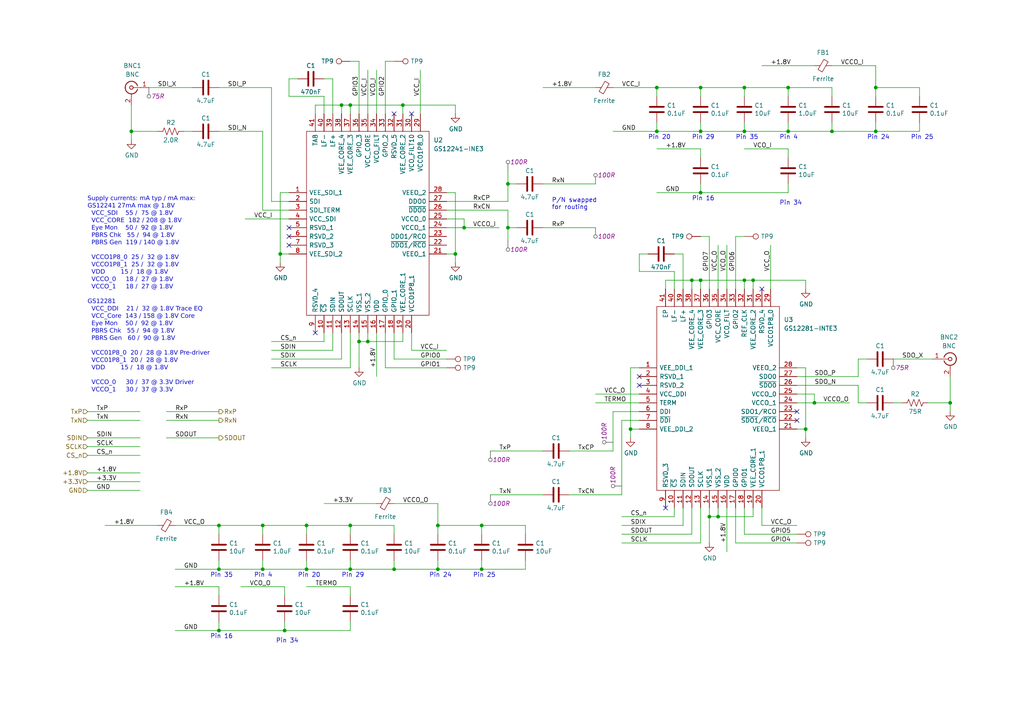
<source format=kicad_sch>
(kicad_sch (version 20230121) (generator eeschema)

  (uuid 8a4d0e2d-ee44-44cd-a2f8-ab03d2a8a6d4)

  (paper "A4")

  (lib_symbols
    (symbol "Connector:Conn_Coaxial" (pin_names (offset 1.016) hide) (in_bom yes) (on_board yes)
      (property "Reference" "J" (at 0.254 3.048 0)
        (effects (font (size 1.27 1.27)))
      )
      (property "Value" "Conn_Coaxial" (at 2.921 0 90)
        (effects (font (size 1.27 1.27)))
      )
      (property "Footprint" "" (at 0 0 0)
        (effects (font (size 1.27 1.27)) hide)
      )
      (property "Datasheet" " ~" (at 0 0 0)
        (effects (font (size 1.27 1.27)) hide)
      )
      (property "ki_keywords" "BNC SMA SMB SMC LEMO coaxial connector CINCH RCA" (at 0 0 0)
        (effects (font (size 1.27 1.27)) hide)
      )
      (property "ki_description" "coaxial connector (BNC, SMA, SMB, SMC, Cinch/RCA, LEMO, ...)" (at 0 0 0)
        (effects (font (size 1.27 1.27)) hide)
      )
      (property "ki_fp_filters" "*BNC* *SMA* *SMB* *SMC* *Cinch* *LEMO*" (at 0 0 0)
        (effects (font (size 1.27 1.27)) hide)
      )
      (symbol "Conn_Coaxial_0_1"
        (arc (start -1.778 -0.508) (mid 0.2311 -1.8066) (end 1.778 0)
          (stroke (width 0.254) (type default))
          (fill (type none))
        )
        (polyline
          (pts
            (xy -2.54 0)
            (xy -0.508 0)
          )
          (stroke (width 0) (type default))
          (fill (type none))
        )
        (polyline
          (pts
            (xy 0 -2.54)
            (xy 0 -1.778)
          )
          (stroke (width 0) (type default))
          (fill (type none))
        )
        (circle (center 0 0) (radius 0.508)
          (stroke (width 0.2032) (type default))
          (fill (type none))
        )
        (arc (start 1.778 0) (mid 0.2099 1.8101) (end -1.778 0.508)
          (stroke (width 0.254) (type default))
          (fill (type none))
        )
      )
      (symbol "Conn_Coaxial_1_1"
        (pin passive line (at -5.08 0 0) (length 2.54)
          (name "In" (effects (font (size 1.27 1.27))))
          (number "1" (effects (font (size 1.27 1.27))))
        )
        (pin passive line (at 0 -5.08 90) (length 2.54)
          (name "Ext" (effects (font (size 1.27 1.27))))
          (number "2" (effects (font (size 1.27 1.27))))
        )
      )
    )
    (symbol "Connector:TestPoint" (pin_numbers hide) (pin_names (offset 0.762) hide) (in_bom yes) (on_board yes)
      (property "Reference" "TP" (at 0 6.858 0)
        (effects (font (size 1.27 1.27)))
      )
      (property "Value" "TestPoint" (at 0 5.08 0)
        (effects (font (size 1.27 1.27)))
      )
      (property "Footprint" "" (at 5.08 0 0)
        (effects (font (size 1.27 1.27)) hide)
      )
      (property "Datasheet" "~" (at 5.08 0 0)
        (effects (font (size 1.27 1.27)) hide)
      )
      (property "ki_keywords" "test point tp" (at 0 0 0)
        (effects (font (size 1.27 1.27)) hide)
      )
      (property "ki_description" "test point" (at 0 0 0)
        (effects (font (size 1.27 1.27)) hide)
      )
      (property "ki_fp_filters" "Pin* Test*" (at 0 0 0)
        (effects (font (size 1.27 1.27)) hide)
      )
      (symbol "TestPoint_0_1"
        (circle (center 0 3.302) (radius 0.762)
          (stroke (width 0) (type default))
          (fill (type none))
        )
      )
      (symbol "TestPoint_1_1"
        (pin passive line (at 0 0 90) (length 2.54)
          (name "1" (effects (font (size 1.27 1.27))))
          (number "1" (effects (font (size 1.27 1.27))))
        )
      )
    )
    (symbol "Device:C" (pin_numbers hide) (pin_names (offset 0.254)) (in_bom yes) (on_board yes)
      (property "Reference" "C" (at 0.635 2.54 0)
        (effects (font (size 1.27 1.27)) (justify left))
      )
      (property "Value" "C" (at 0.635 -2.54 0)
        (effects (font (size 1.27 1.27)) (justify left))
      )
      (property "Footprint" "" (at 0.9652 -3.81 0)
        (effects (font (size 1.27 1.27)) hide)
      )
      (property "Datasheet" "~" (at 0 0 0)
        (effects (font (size 1.27 1.27)) hide)
      )
      (property "ki_keywords" "cap capacitor" (at 0 0 0)
        (effects (font (size 1.27 1.27)) hide)
      )
      (property "ki_description" "Unpolarized capacitor" (at 0 0 0)
        (effects (font (size 1.27 1.27)) hide)
      )
      (property "ki_fp_filters" "C_*" (at 0 0 0)
        (effects (font (size 1.27 1.27)) hide)
      )
      (symbol "C_0_1"
        (polyline
          (pts
            (xy -2.032 -0.762)
            (xy 2.032 -0.762)
          )
          (stroke (width 0.508) (type default))
          (fill (type none))
        )
        (polyline
          (pts
            (xy -2.032 0.762)
            (xy 2.032 0.762)
          )
          (stroke (width 0.508) (type default))
          (fill (type none))
        )
      )
      (symbol "C_1_1"
        (pin passive line (at 0 3.81 270) (length 2.794)
          (name "~" (effects (font (size 1.27 1.27))))
          (number "1" (effects (font (size 1.27 1.27))))
        )
        (pin passive line (at 0 -3.81 90) (length 2.794)
          (name "~" (effects (font (size 1.27 1.27))))
          (number "2" (effects (font (size 1.27 1.27))))
        )
      )
    )
    (symbol "Device:FerriteBead_Small" (pin_numbers hide) (pin_names (offset 0)) (in_bom yes) (on_board yes)
      (property "Reference" "FB" (at 1.905 1.27 0)
        (effects (font (size 1.27 1.27)) (justify left))
      )
      (property "Value" "FerriteBead_Small" (at 1.905 -1.27 0)
        (effects (font (size 1.27 1.27)) (justify left))
      )
      (property "Footprint" "" (at -1.778 0 90)
        (effects (font (size 1.27 1.27)) hide)
      )
      (property "Datasheet" "~" (at 0 0 0)
        (effects (font (size 1.27 1.27)) hide)
      )
      (property "ki_keywords" "L ferrite bead inductor filter" (at 0 0 0)
        (effects (font (size 1.27 1.27)) hide)
      )
      (property "ki_description" "Ferrite bead, small symbol" (at 0 0 0)
        (effects (font (size 1.27 1.27)) hide)
      )
      (property "ki_fp_filters" "Inductor_* L_* *Ferrite*" (at 0 0 0)
        (effects (font (size 1.27 1.27)) hide)
      )
      (symbol "FerriteBead_Small_0_1"
        (polyline
          (pts
            (xy 0 -1.27)
            (xy 0 -0.7874)
          )
          (stroke (width 0) (type default))
          (fill (type none))
        )
        (polyline
          (pts
            (xy 0 0.889)
            (xy 0 1.2954)
          )
          (stroke (width 0) (type default))
          (fill (type none))
        )
        (polyline
          (pts
            (xy -1.8288 0.2794)
            (xy -1.1176 1.4986)
            (xy 1.8288 -0.2032)
            (xy 1.1176 -1.4224)
            (xy -1.8288 0.2794)
          )
          (stroke (width 0) (type default))
          (fill (type none))
        )
      )
      (symbol "FerriteBead_Small_1_1"
        (pin passive line (at 0 2.54 270) (length 1.27)
          (name "~" (effects (font (size 1.27 1.27))))
          (number "1" (effects (font (size 1.27 1.27))))
        )
        (pin passive line (at 0 -2.54 90) (length 1.27)
          (name "~" (effects (font (size 1.27 1.27))))
          (number "2" (effects (font (size 1.27 1.27))))
        )
      )
    )
    (symbol "Device:R_US" (pin_numbers hide) (pin_names (offset 0)) (in_bom yes) (on_board yes)
      (property "Reference" "R" (at 2.54 0 90)
        (effects (font (size 1.27 1.27)))
      )
      (property "Value" "R_US" (at -2.54 0 90)
        (effects (font (size 1.27 1.27)))
      )
      (property "Footprint" "" (at 1.016 -0.254 90)
        (effects (font (size 1.27 1.27)) hide)
      )
      (property "Datasheet" "~" (at 0 0 0)
        (effects (font (size 1.27 1.27)) hide)
      )
      (property "ki_keywords" "R res resistor" (at 0 0 0)
        (effects (font (size 1.27 1.27)) hide)
      )
      (property "ki_description" "Resistor, US symbol" (at 0 0 0)
        (effects (font (size 1.27 1.27)) hide)
      )
      (property "ki_fp_filters" "R_*" (at 0 0 0)
        (effects (font (size 1.27 1.27)) hide)
      )
      (symbol "R_US_0_1"
        (polyline
          (pts
            (xy 0 -2.286)
            (xy 0 -2.54)
          )
          (stroke (width 0) (type default))
          (fill (type none))
        )
        (polyline
          (pts
            (xy 0 2.286)
            (xy 0 2.54)
          )
          (stroke (width 0) (type default))
          (fill (type none))
        )
        (polyline
          (pts
            (xy 0 -0.762)
            (xy 1.016 -1.143)
            (xy 0 -1.524)
            (xy -1.016 -1.905)
            (xy 0 -2.286)
          )
          (stroke (width 0) (type default))
          (fill (type none))
        )
        (polyline
          (pts
            (xy 0 0.762)
            (xy 1.016 0.381)
            (xy 0 0)
            (xy -1.016 -0.381)
            (xy 0 -0.762)
          )
          (stroke (width 0) (type default))
          (fill (type none))
        )
        (polyline
          (pts
            (xy 0 2.286)
            (xy 1.016 1.905)
            (xy 0 1.524)
            (xy -1.016 1.143)
            (xy 0 0.762)
          )
          (stroke (width 0) (type default))
          (fill (type none))
        )
      )
      (symbol "R_US_1_1"
        (pin passive line (at 0 3.81 270) (length 1.27)
          (name "~" (effects (font (size 1.27 1.27))))
          (number "1" (effects (font (size 1.27 1.27))))
        )
        (pin passive line (at 0 -3.81 90) (length 1.27)
          (name "~" (effects (font (size 1.27 1.27))))
          (number "2" (effects (font (size 1.27 1.27))))
        )
      )
    )
    (symbol "SYZYGY:GS12241-INE3" (pin_names (offset 0.762)) (in_bom yes) (on_board yes)
      (property "Reference" "IC" (at 41.91 22.86 0)
        (effects (font (size 1.27 1.27)) (justify left))
      )
      (property "Value" "GS12241-INE3" (at 41.91 20.32 0)
        (effects (font (size 1.27 1.27)) (justify left))
      )
      (property "Footprint" "QFN40P600X400X100-41N-D" (at 41.91 17.78 0)
        (effects (font (size 1.27 1.27)) (justify left) hide)
      )
      (property "Datasheet" "" (at 41.91 15.24 0)
        (effects (font (size 1.27 1.27)) (justify left) hide)
      )
      (property "Description" "Equalizers 12G UHD-SDI Retiming Adaptive Cable Equ" (at 41.91 12.7 0)
        (effects (font (size 1.27 1.27)) (justify left) hide)
      )
      (property "Height" "1" (at 41.91 10.16 0)
        (effects (font (size 1.27 1.27)) (justify left) hide)
      )
      (property "Mouser Part Number" "947-GS12241-INE3" (at 41.91 7.62 0)
        (effects (font (size 1.27 1.27)) (justify left) hide)
      )
      (property "Mouser Price/Stock" "https://www.mouser.co.uk/ProductDetail/Semtech/GS12241-INE3?qs=wd5RIQLrsJi2uBHBmmCXDg%3D%3D" (at 41.91 5.08 0)
        (effects (font (size 1.27 1.27)) (justify left) hide)
      )
      (property "Manufacturer_Name" "SEMTECH" (at 41.91 2.54 0)
        (effects (font (size 1.27 1.27)) (justify left) hide)
      )
      (property "Manufacturer_Part_Number" "GS12241-INE3" (at 41.91 0 0)
        (effects (font (size 1.27 1.27)) (justify left) hide)
      )
      (property "ki_description" "Equalizers 12G UHD-SDI Retiming Adaptive Cable Equ" (at 0 0 0)
        (effects (font (size 1.27 1.27)) hide)
      )
      (symbol "GS12241-INE3_0_0"
        (pin power_in line (at 0 0 0) (length 5.08)
          (name "VEE_SDI_1" (effects (font (size 1.27 1.27))))
          (number "1" (effects (font (size 1.27 1.27))))
        )
        (pin input line (at 10.16 -40.64 90) (length 5.08)
          (name "~{CS}" (effects (font (size 1.27 1.27))))
          (number "10" (effects (font (size 1.27 1.27))))
        )
        (pin input line (at 12.7 -40.64 90) (length 5.08)
          (name "SDIN" (effects (font (size 1.27 1.27))))
          (number "11" (effects (font (size 1.27 1.27))))
        )
        (pin output line (at 15.24 -40.64 90) (length 5.08)
          (name "SDOUT" (effects (font (size 1.27 1.27))))
          (number "12" (effects (font (size 1.27 1.27))))
        )
        (pin input line (at 17.78 -40.64 90) (length 5.08)
          (name "SCLK" (effects (font (size 1.27 1.27))))
          (number "13" (effects (font (size 1.27 1.27))))
        )
        (pin power_in line (at 20.32 -40.64 90) (length 5.08)
          (name "VSS_1" (effects (font (size 1.27 1.27))))
          (number "14" (effects (font (size 1.27 1.27))))
        )
        (pin power_in line (at 22.86 -40.64 90) (length 5.08)
          (name "VSS_2" (effects (font (size 1.27 1.27))))
          (number "15" (effects (font (size 1.27 1.27))))
        )
        (pin power_in line (at 25.4 -40.64 90) (length 5.08)
          (name "VDD" (effects (font (size 1.27 1.27))))
          (number "16" (effects (font (size 1.27 1.27))))
        )
        (pin bidirectional line (at 27.94 -40.64 90) (length 5.08)
          (name "GPIO_0" (effects (font (size 1.27 1.27))))
          (number "17" (effects (font (size 1.27 1.27))))
        )
        (pin bidirectional line (at 30.48 -40.64 90) (length 5.08)
          (name "GPIO_1" (effects (font (size 1.27 1.27))))
          (number "18" (effects (font (size 1.27 1.27))))
        )
        (pin power_in line (at 33.02 -40.64 90) (length 5.08)
          (name "VEE_CORE_1" (effects (font (size 1.27 1.27))))
          (number "19" (effects (font (size 1.27 1.27))))
        )
        (pin input line (at 0 -2.54 0) (length 5.08)
          (name "SDI" (effects (font (size 1.27 1.27))))
          (number "2" (effects (font (size 1.27 1.27))))
        )
        (pin power_in line (at 35.56 -40.64 90) (length 5.08)
          (name "VCCO1P8_1" (effects (font (size 1.27 1.27))))
          (number "20" (effects (font (size 1.27 1.27))))
        )
        (pin power_in line (at 45.72 -17.78 180) (length 5.08)
          (name "VEEO_1" (effects (font (size 1.27 1.27))))
          (number "21" (effects (font (size 1.27 1.27))))
        )
        (pin output line (at 45.72 -15.24 180) (length 5.08)
          (name "~{DDO1}/~{RCO}" (effects (font (size 1.27 1.27))))
          (number "22" (effects (font (size 1.27 1.27))))
        )
        (pin output line (at 45.72 -12.7 180) (length 5.08)
          (name "DDO1/RCO" (effects (font (size 1.27 1.27))))
          (number "23" (effects (font (size 1.27 1.27))))
        )
        (pin power_in line (at 45.72 -10.16 180) (length 5.08)
          (name "VCCO_1" (effects (font (size 1.27 1.27))))
          (number "24" (effects (font (size 1.27 1.27))))
        )
        (pin power_in line (at 45.72 -7.62 180) (length 5.08)
          (name "VCCO_0" (effects (font (size 1.27 1.27))))
          (number "25" (effects (font (size 1.27 1.27))))
        )
        (pin output line (at 45.72 -5.08 180) (length 5.08)
          (name "~{DDO0}" (effects (font (size 1.27 1.27))))
          (number "26" (effects (font (size 1.27 1.27))))
        )
        (pin output line (at 45.72 -2.54 180) (length 5.08)
          (name "DDO0" (effects (font (size 1.27 1.27))))
          (number "27" (effects (font (size 1.27 1.27))))
        )
        (pin power_in line (at 45.72 0 180) (length 5.08)
          (name "VEEO_2" (effects (font (size 1.27 1.27))))
          (number "28" (effects (font (size 1.27 1.27))))
        )
        (pin power_in line (at 38.1 22.86 270) (length 5.08)
          (name "VCCO1P8_0" (effects (font (size 1.27 1.27))))
          (number "29" (effects (font (size 1.27 1.27))))
        )
        (pin passive line (at 0 -5.08 0) (length 5.08)
          (name "SDI_TERM" (effects (font (size 1.27 1.27))))
          (number "3" (effects (font (size 1.27 1.27))))
        )
        (pin passive line (at 35.56 22.86 270) (length 5.08)
          (name "VCO_FILT10" (effects (font (size 1.27 1.27))))
          (number "30" (effects (font (size 1.27 1.27))))
        )
        (pin power_in line (at 33.02 22.86 270) (length 5.08)
          (name "VEE_CORE_2" (effects (font (size 1.27 1.27))))
          (number "31" (effects (font (size 1.27 1.27))))
        )
        (pin passive line (at 30.48 22.86 270) (length 5.08)
          (name "RSVD_5" (effects (font (size 1.27 1.27))))
          (number "32" (effects (font (size 1.27 1.27))))
        )
        (pin bidirectional line (at 27.94 22.86 270) (length 5.08)
          (name "GPIO_2" (effects (font (size 1.27 1.27))))
          (number "33" (effects (font (size 1.27 1.27))))
        )
        (pin passive line (at 25.4 22.86 270) (length 5.08)
          (name "VCO_FILT" (effects (font (size 1.27 1.27))))
          (number "34" (effects (font (size 1.27 1.27))))
        )
        (pin power_in line (at 22.86 22.86 270) (length 5.08)
          (name "VCC_CORE" (effects (font (size 1.27 1.27))))
          (number "35" (effects (font (size 1.27 1.27))))
        )
        (pin bidirectional line (at 20.32 22.86 270) (length 5.08)
          (name "GPIO_3" (effects (font (size 1.27 1.27))))
          (number "36" (effects (font (size 1.27 1.27))))
        )
        (pin power_in line (at 17.78 22.86 270) (length 5.08)
          (name "VEE_CORE_3" (effects (font (size 1.27 1.27))))
          (number "37" (effects (font (size 1.27 1.27))))
        )
        (pin power_in line (at 15.24 22.86 270) (length 5.08)
          (name "VEE_CORE_4" (effects (font (size 1.27 1.27))))
          (number "38" (effects (font (size 1.27 1.27))))
        )
        (pin passive line (at 12.7 22.86 270) (length 5.08)
          (name "LF+" (effects (font (size 1.27 1.27))))
          (number "39" (effects (font (size 1.27 1.27))))
        )
        (pin power_in line (at 0 -7.62 0) (length 5.08)
          (name "VCC_SDI" (effects (font (size 1.27 1.27))))
          (number "4" (effects (font (size 1.27 1.27))))
        )
        (pin passive line (at 10.16 22.86 270) (length 5.08)
          (name "LF-" (effects (font (size 1.27 1.27))))
          (number "40" (effects (font (size 1.27 1.27))))
        )
        (pin passive line (at 7.62 22.86 270) (length 5.08)
          (name "TAB" (effects (font (size 1.27 1.27))))
          (number "41" (effects (font (size 1.27 1.27))))
        )
        (pin passive line (at 0 -10.16 0) (length 5.08)
          (name "RSVD_1" (effects (font (size 1.27 1.27))))
          (number "5" (effects (font (size 1.27 1.27))))
        )
        (pin passive line (at 0 -12.7 0) (length 5.08)
          (name "RSVD_2" (effects (font (size 1.27 1.27))))
          (number "6" (effects (font (size 1.27 1.27))))
        )
        (pin passive line (at 0 -15.24 0) (length 5.08)
          (name "RSVD_3" (effects (font (size 1.27 1.27))))
          (number "7" (effects (font (size 1.27 1.27))))
        )
        (pin power_in line (at 0 -17.78 0) (length 5.08)
          (name "VEE_SDI_2" (effects (font (size 1.27 1.27))))
          (number "8" (effects (font (size 1.27 1.27))))
        )
        (pin passive line (at 7.62 -40.64 90) (length 5.08)
          (name "RSVD_4" (effects (font (size 1.27 1.27))))
          (number "9" (effects (font (size 1.27 1.27))))
        )
      )
      (symbol "GS12241-INE3_0_1"
        (polyline
          (pts
            (xy 5.08 17.78)
            (xy 40.64 17.78)
            (xy 40.64 -35.56)
            (xy 5.08 -35.56)
            (xy 5.08 17.78)
          )
          (stroke (width 0.1524) (type solid))
          (fill (type none))
        )
      )
    )
    (symbol "SYZYGY:GS12281-INTE3" (pin_names (offset 0.762)) (in_bom yes) (on_board yes)
      (property "Reference" "IC" (at 41.91 22.86 0)
        (effects (font (size 1.27 1.27)) (justify left))
      )
      (property "Value" "GS12281-INTE3" (at 41.91 20.32 0)
        (effects (font (size 1.27 1.27)) (justify left))
      )
      (property "Footprint" "QFN40P600X400X100-41N-D" (at 41.91 17.78 0)
        (effects (font (size 1.27 1.27)) (justify left) hide)
      )
      (property "Datasheet" "https://semtech.my.salesforce.com/sfc/p/#E0000000JelG/a/2R000000HTF0/EMw0lU.qrcEeyCDKr8LfpzBLTyjJ6.AYz8BP9KNVOFM" (at 41.91 15.24 0)
        (effects (font (size 1.27 1.27)) (justify left) hide)
      )
      (property "Description" "Video ICs 12G UHD-SDI ReTIMING Cable Driver" (at 41.91 12.7 0)
        (effects (font (size 1.27 1.27)) (justify left) hide)
      )
      (property "Height" "1" (at 41.91 10.16 0)
        (effects (font (size 1.27 1.27)) (justify left) hide)
      )
      (property "Mouser Part Number" "947-GS12281-INTE3" (at 41.91 7.62 0)
        (effects (font (size 1.27 1.27)) (justify left) hide)
      )
      (property "Mouser Price/Stock" "https://www.mouser.co.uk/ProductDetail/Semtech/GS12281-INTE3?qs=f9yNj16SXrKyyvPQgg3Jvg%3D%3D" (at 41.91 5.08 0)
        (effects (font (size 1.27 1.27)) (justify left) hide)
      )
      (property "Manufacturer_Name" "SEMTECH" (at 41.91 2.54 0)
        (effects (font (size 1.27 1.27)) (justify left) hide)
      )
      (property "Manufacturer_Part_Number" "GS12281-INTE3" (at 41.91 0 0)
        (effects (font (size 1.27 1.27)) (justify left) hide)
      )
      (property "ki_description" "Video ICs 12G UHD-SDI ReTIMING Cable Driver" (at 0 0 0)
        (effects (font (size 1.27 1.27)) hide)
      )
      (symbol "GS12281-INTE3_0_0"
        (pin passive line (at 0 0 0) (length 5.08)
          (name "VEE_DDI_1" (effects (font (size 1.27 1.27))))
          (number "1" (effects (font (size 1.27 1.27))))
        )
        (pin passive line (at 10.16 -40.64 90) (length 5.08)
          (name "~{CS}" (effects (font (size 1.27 1.27))))
          (number "10" (effects (font (size 1.27 1.27))))
        )
        (pin passive line (at 12.7 -40.64 90) (length 5.08)
          (name "SDIN" (effects (font (size 1.27 1.27))))
          (number "11" (effects (font (size 1.27 1.27))))
        )
        (pin passive line (at 15.24 -40.64 90) (length 5.08)
          (name "SDOUT" (effects (font (size 1.27 1.27))))
          (number "12" (effects (font (size 1.27 1.27))))
        )
        (pin passive line (at 17.78 -40.64 90) (length 5.08)
          (name "SCLK" (effects (font (size 1.27 1.27))))
          (number "13" (effects (font (size 1.27 1.27))))
        )
        (pin passive line (at 20.32 -40.64 90) (length 5.08)
          (name "VSS_1" (effects (font (size 1.27 1.27))))
          (number "14" (effects (font (size 1.27 1.27))))
        )
        (pin passive line (at 22.86 -40.64 90) (length 5.08)
          (name "VSS_2" (effects (font (size 1.27 1.27))))
          (number "15" (effects (font (size 1.27 1.27))))
        )
        (pin passive line (at 25.4 -40.64 90) (length 5.08)
          (name "VDD" (effects (font (size 1.27 1.27))))
          (number "16" (effects (font (size 1.27 1.27))))
        )
        (pin passive line (at 27.94 -40.64 90) (length 5.08)
          (name "GPIO0" (effects (font (size 1.27 1.27))))
          (number "17" (effects (font (size 1.27 1.27))))
        )
        (pin passive line (at 30.48 -40.64 90) (length 5.08)
          (name "GPIO1" (effects (font (size 1.27 1.27))))
          (number "18" (effects (font (size 1.27 1.27))))
        )
        (pin passive line (at 33.02 -40.64 90) (length 5.08)
          (name "VEE_CORE_1" (effects (font (size 1.27 1.27))))
          (number "19" (effects (font (size 1.27 1.27))))
        )
        (pin passive line (at 0 -2.54 0) (length 5.08)
          (name "RSVD_1" (effects (font (size 1.27 1.27))))
          (number "2" (effects (font (size 1.27 1.27))))
        )
        (pin passive line (at 35.56 -40.64 90) (length 5.08)
          (name "VCCO1P8_1" (effects (font (size 1.27 1.27))))
          (number "20" (effects (font (size 1.27 1.27))))
        )
        (pin passive line (at 45.72 -17.78 180) (length 5.08)
          (name "VEEO_1" (effects (font (size 1.27 1.27))))
          (number "21" (effects (font (size 1.27 1.27))))
        )
        (pin passive line (at 45.72 -15.24 180) (length 5.08)
          (name "~{SDO1}/~{RCO}" (effects (font (size 1.27 1.27))))
          (number "22" (effects (font (size 1.27 1.27))))
        )
        (pin passive line (at 45.72 -12.7 180) (length 5.08)
          (name "SDO1/RCO" (effects (font (size 1.27 1.27))))
          (number "23" (effects (font (size 1.27 1.27))))
        )
        (pin passive line (at 45.72 -10.16 180) (length 5.08)
          (name "VCCO_1" (effects (font (size 1.27 1.27))))
          (number "24" (effects (font (size 1.27 1.27))))
        )
        (pin passive line (at 45.72 -7.62 180) (length 5.08)
          (name "VCCO_0" (effects (font (size 1.27 1.27))))
          (number "25" (effects (font (size 1.27 1.27))))
        )
        (pin passive line (at 45.72 -5.08 180) (length 5.08)
          (name "~{SDO0}" (effects (font (size 1.27 1.27))))
          (number "26" (effects (font (size 1.27 1.27))))
        )
        (pin passive line (at 45.72 -2.54 180) (length 5.08)
          (name "SDO0" (effects (font (size 1.27 1.27))))
          (number "27" (effects (font (size 1.27 1.27))))
        )
        (pin passive line (at 45.72 0 180) (length 5.08)
          (name "VEEO_2" (effects (font (size 1.27 1.27))))
          (number "28" (effects (font (size 1.27 1.27))))
        )
        (pin passive line (at 38.1 22.86 270) (length 5.08)
          (name "VCCO1P8_0" (effects (font (size 1.27 1.27))))
          (number "29" (effects (font (size 1.27 1.27))))
        )
        (pin passive line (at 0 -5.08 0) (length 5.08)
          (name "RSVD_2" (effects (font (size 1.27 1.27))))
          (number "3" (effects (font (size 1.27 1.27))))
        )
        (pin passive line (at 35.56 22.86 270) (length 5.08)
          (name "RSVD_4" (effects (font (size 1.27 1.27))))
          (number "30" (effects (font (size 1.27 1.27))))
        )
        (pin passive line (at 33.02 22.86 270) (length 5.08)
          (name "VEE_CORE_2" (effects (font (size 1.27 1.27))))
          (number "31" (effects (font (size 1.27 1.27))))
        )
        (pin passive line (at 30.48 22.86 270) (length 5.08)
          (name "REF_CLK" (effects (font (size 1.27 1.27))))
          (number "32" (effects (font (size 1.27 1.27))))
        )
        (pin passive line (at 27.94 22.86 270) (length 5.08)
          (name "GPIO2" (effects (font (size 1.27 1.27))))
          (number "33" (effects (font (size 1.27 1.27))))
        )
        (pin passive line (at 25.4 22.86 270) (length 5.08)
          (name "VCO_FILT" (effects (font (size 1.27 1.27))))
          (number "34" (effects (font (size 1.27 1.27))))
        )
        (pin passive line (at 22.86 22.86 270) (length 5.08)
          (name "VCC_CORE" (effects (font (size 1.27 1.27))))
          (number "35" (effects (font (size 1.27 1.27))))
        )
        (pin passive line (at 20.32 22.86 270) (length 5.08)
          (name "GPIO3" (effects (font (size 1.27 1.27))))
          (number "36" (effects (font (size 1.27 1.27))))
        )
        (pin passive line (at 17.78 22.86 270) (length 5.08)
          (name "VEE_CORE_3" (effects (font (size 1.27 1.27))))
          (number "37" (effects (font (size 1.27 1.27))))
        )
        (pin passive line (at 15.24 22.86 270) (length 5.08)
          (name "VEE_CORE_4" (effects (font (size 1.27 1.27))))
          (number "38" (effects (font (size 1.27 1.27))))
        )
        (pin passive line (at 12.7 22.86 270) (length 5.08)
          (name "LF+" (effects (font (size 1.27 1.27))))
          (number "39" (effects (font (size 1.27 1.27))))
        )
        (pin passive line (at 0 -7.62 0) (length 5.08)
          (name "VCC_DDI" (effects (font (size 1.27 1.27))))
          (number "4" (effects (font (size 1.27 1.27))))
        )
        (pin passive line (at 10.16 22.86 270) (length 5.08)
          (name "LF-" (effects (font (size 1.27 1.27))))
          (number "40" (effects (font (size 1.27 1.27))))
        )
        (pin passive line (at 7.62 22.86 270) (length 5.08)
          (name "EP" (effects (font (size 1.27 1.27))))
          (number "41" (effects (font (size 1.27 1.27))))
        )
        (pin passive line (at 0 -10.16 0) (length 5.08)
          (name "TERM" (effects (font (size 1.27 1.27))))
          (number "5" (effects (font (size 1.27 1.27))))
        )
        (pin passive line (at 0 -12.7 0) (length 5.08)
          (name "DDI" (effects (font (size 1.27 1.27))))
          (number "6" (effects (font (size 1.27 1.27))))
        )
        (pin passive line (at 0 -15.24 0) (length 5.08)
          (name "~{DDI}" (effects (font (size 1.27 1.27))))
          (number "7" (effects (font (size 1.27 1.27))))
        )
        (pin passive line (at 0 -17.78 0) (length 5.08)
          (name "VEE_DDI_2" (effects (font (size 1.27 1.27))))
          (number "8" (effects (font (size 1.27 1.27))))
        )
        (pin passive line (at 7.62 -40.64 90) (length 5.08)
          (name "RSVD_3" (effects (font (size 1.27 1.27))))
          (number "9" (effects (font (size 1.27 1.27))))
        )
      )
      (symbol "GS12281-INTE3_0_1"
        (polyline
          (pts
            (xy 5.08 17.78)
            (xy 40.64 17.78)
            (xy 40.64 -35.56)
            (xy 5.08 -35.56)
            (xy 5.08 17.78)
          )
          (stroke (width 0.1524) (type solid))
          (fill (type none))
        )
      )
    )
    (symbol "power:GND" (power) (pin_names (offset 0)) (in_bom yes) (on_board yes)
      (property "Reference" "#PWR" (at 0 -6.35 0)
        (effects (font (size 1.27 1.27)) hide)
      )
      (property "Value" "GND" (at 0 -3.81 0)
        (effects (font (size 1.27 1.27)))
      )
      (property "Footprint" "" (at 0 0 0)
        (effects (font (size 1.27 1.27)) hide)
      )
      (property "Datasheet" "" (at 0 0 0)
        (effects (font (size 1.27 1.27)) hide)
      )
      (property "ki_keywords" "power-flag" (at 0 0 0)
        (effects (font (size 1.27 1.27)) hide)
      )
      (property "ki_description" "Power symbol creates a global label with name \"GND\" , ground" (at 0 0 0)
        (effects (font (size 1.27 1.27)) hide)
      )
      (symbol "GND_0_1"
        (polyline
          (pts
            (xy 0 0)
            (xy 0 -1.27)
            (xy 1.27 -1.27)
            (xy 0 -2.54)
            (xy -1.27 -1.27)
            (xy 0 -1.27)
          )
          (stroke (width 0) (type default))
          (fill (type none))
        )
      )
      (symbol "GND_1_1"
        (pin power_in line (at 0 0 270) (length 0) hide
          (name "GND" (effects (font (size 1.27 1.27))))
          (number "1" (effects (font (size 1.27 1.27))))
        )
      )
    )
  )

  (junction (at 127 152.4) (diameter 0) (color 0 0 0 0)
    (uuid 11b81b9d-3f45-41c1-9d32-a6989fba5696)
  )
  (junction (at 88.9 165.1) (diameter 0) (color 0 0 0 0)
    (uuid 1a489942-4ee0-4722-b5dd-3556c9f635c7)
  )
  (junction (at 200.66 81.28) (diameter 0) (color 0 0 0 0)
    (uuid 1b26a679-13d1-4e84-8fc6-1fa03659d958)
  )
  (junction (at 254 38.1) (diameter 0) (color 0 0 0 0)
    (uuid 1bcc828a-2511-4bd8-bfdc-9ad60c95fa58)
  )
  (junction (at 208.28 149.86) (diameter 0) (color 0 0 0 0)
    (uuid 25cf03c7-765a-4623-8b93-8de2d8947f53)
  )
  (junction (at 215.9 38.1) (diameter 0) (color 0 0 0 0)
    (uuid 2a028b65-0143-4889-8f96-69f58d34f31e)
  )
  (junction (at 228.6 38.1) (diameter 0) (color 0 0 0 0)
    (uuid 2fc60cde-dc78-4e93-a2f3-194385dff566)
  )
  (junction (at 233.68 124.46) (diameter 0) (color 0 0 0 0)
    (uuid 3b65f83c-981a-4005-90d9-11068b52ea97)
  )
  (junction (at 139.7 165.1) (diameter 0) (color 0 0 0 0)
    (uuid 3c47dbf8-87ab-44ec-b884-430ce36d4dd1)
  )
  (junction (at 203.2 25.4) (diameter 0) (color 0 0 0 0)
    (uuid 3c92f810-64db-4d11-91ad-303161f2883c)
  )
  (junction (at 76.2 165.1) (diameter 0) (color 0 0 0 0)
    (uuid 41c381d1-17f0-4a05-b0c6-18b6810a3fbd)
  )
  (junction (at 203.2 81.28) (diameter 0) (color 0 0 0 0)
    (uuid 46c5b4b3-7eb4-40df-a2ed-06c5c6c53d53)
  )
  (junction (at 38.1 38.1) (diameter 0) (color 0 0 0 0)
    (uuid 488be2c1-e617-4ce6-8aa6-536d7ff6e099)
  )
  (junction (at 228.6 25.4) (diameter 0) (color 0 0 0 0)
    (uuid 533db0e8-fd6c-4a01-b8c1-4adc0b77f739)
  )
  (junction (at 82.55 182.88) (diameter 0) (color 0 0 0 0)
    (uuid 54185cdc-3406-4163-b05f-a24e42e48500)
  )
  (junction (at 254 25.4) (diameter 0) (color 0 0 0 0)
    (uuid 6a14b038-157f-4bdf-92d0-0e634c5e32c3)
  )
  (junction (at 88.9 152.4) (diameter 0) (color 0 0 0 0)
    (uuid 6d679598-c9e1-45c9-9e2a-ce5aa31d7b83)
  )
  (junction (at 101.6 152.4) (diameter 0) (color 0 0 0 0)
    (uuid 7cec90f8-1746-48f2-bdb3-692069d59ff4)
  )
  (junction (at 63.5 152.4) (diameter 0) (color 0 0 0 0)
    (uuid 7f642a4c-66df-45c5-b827-2c91a157467d)
  )
  (junction (at 215.9 25.4) (diameter 0) (color 0 0 0 0)
    (uuid 7f7a0957-1fef-4b5c-89e7-9160aff46214)
  )
  (junction (at 182.88 124.46) (diameter 0) (color 0 0 0 0)
    (uuid 84953451-63c5-4021-8ea5-699522920b11)
  )
  (junction (at 203.2 55.88) (diameter 0) (color 0 0 0 0)
    (uuid 871ddfcb-04b1-451d-8a72-a2ed0f5f7148)
  )
  (junction (at 127 165.1) (diameter 0) (color 0 0 0 0)
    (uuid 88bec225-0f45-4a90-b7df-efe9f51ccba5)
  )
  (junction (at 205.74 149.86) (diameter 0) (color 0 0 0 0)
    (uuid 88cc708f-1002-4fe4-947f-0972789dd11e)
  )
  (junction (at 190.5 38.1) (diameter 0) (color 0 0 0 0)
    (uuid 8b759a93-2745-4c83-a296-d522b34091f0)
  )
  (junction (at 241.3 38.1) (diameter 0) (color 0 0 0 0)
    (uuid a0b2f625-01c1-4ab0-aced-6350e114b029)
  )
  (junction (at 218.44 81.28) (diameter 0) (color 0 0 0 0)
    (uuid a1341b98-28a5-488f-af7a-b5f5337a559a)
  )
  (junction (at 116.84 30.48) (diameter 0) (color 0 0 0 0)
    (uuid a41653bb-20ed-4b49-9369-d74bda748f9c)
  )
  (junction (at 101.6 165.1) (diameter 0) (color 0 0 0 0)
    (uuid a47ed40c-972c-470b-9d37-ce6155417e3f)
  )
  (junction (at 99.06 30.48) (diameter 0) (color 0 0 0 0)
    (uuid a605c17f-498b-4b92-a43a-a67356e8d92a)
  )
  (junction (at 139.7 152.4) (diameter 0) (color 0 0 0 0)
    (uuid ab78e667-1644-409b-803b-6fcf8d7b7c15)
  )
  (junction (at 134.62 66.04) (diameter 0) (color 0 0 0 0)
    (uuid ae57461d-ea38-4302-9269-8364ea608e81)
  )
  (junction (at 81.28 73.66) (diameter 0) (color 0 0 0 0)
    (uuid b2c473fa-f911-4ade-9ab3-6ac3120c97d9)
  )
  (junction (at 63.5 165.1) (diameter 0) (color 0 0 0 0)
    (uuid b69fe67f-570d-4ce4-a42d-66c0e877ec71)
  )
  (junction (at 114.3 165.1) (diameter 0) (color 0 0 0 0)
    (uuid cad273ad-5d35-4894-8356-b9751bac454c)
  )
  (junction (at 236.22 116.84) (diameter 0) (color 0 0 0 0)
    (uuid cb84913c-a6e0-452f-8f0a-fc3e683307cb)
  )
  (junction (at 63.5 182.88) (diameter 0) (color 0 0 0 0)
    (uuid cdab8b4c-bc15-4224-92a2-c88db86ea15c)
  )
  (junction (at 104.14 99.06) (diameter 0) (color 0 0 0 0)
    (uuid d71bc3d5-5ae0-48bc-8957-9d1f47fec5e5)
  )
  (junction (at 203.2 38.1) (diameter 0) (color 0 0 0 0)
    (uuid dfaa6fc4-012b-401c-b2c7-0f0205eee4fe)
  )
  (junction (at 147.32 53.34) (diameter 0) (color 0 0 0 0)
    (uuid e69b187f-3a2d-46af-986e-136b8fd2ef8b)
  )
  (junction (at 132.08 73.66) (diameter 0) (color 0 0 0 0)
    (uuid f1e3ca8f-e035-4994-a097-02980af1a76a)
  )
  (junction (at 215.9 81.28) (diameter 0) (color 0 0 0 0)
    (uuid f27a8428-01c9-476e-8293-339b597b4387)
  )
  (junction (at 76.2 152.4) (diameter 0) (color 0 0 0 0)
    (uuid f2d65789-c921-41c4-a110-33bc8c545557)
  )
  (junction (at 275.59 116.84) (diameter 0) (color 0 0 0 0)
    (uuid f441b293-ade2-43c0-9e5c-a846af74bbbf)
  )
  (junction (at 106.68 99.06) (diameter 0) (color 0 0 0 0)
    (uuid f6e3c92d-b777-4640-93f0-601882799e61)
  )
  (junction (at 101.6 30.48) (diameter 0) (color 0 0 0 0)
    (uuid fc9cac52-2919-4700-bc3a-1d9b930b6cd7)
  )
  (junction (at 190.5 25.4) (diameter 0) (color 0 0 0 0)
    (uuid fdc1477b-9932-4da4-9c4f-9249e4512a20)
  )
  (junction (at 147.32 66.04) (diameter 0) (color 0 0 0 0)
    (uuid fefd3473-9b68-4c33-9163-b328865d8e25)
  )

  (no_connect (at 83.82 71.12) (uuid 0f2114ef-cc44-4471-b230-8a1d865e4d71))
  (no_connect (at 83.82 66.04) (uuid 1cc1c391-00f0-4835-a97e-fd16aceec6e0))
  (no_connect (at 220.98 83.82) (uuid 1e0ac918-3400-4162-9244-5a58068da601))
  (no_connect (at 231.14 119.38) (uuid 3e050c5b-ab46-4c85-b435-da8a80883631))
  (no_connect (at 83.82 68.58) (uuid 456f5868-bfc3-4cef-9d5d-5b0cdcb73cfb))
  (no_connect (at 114.3 33.02) (uuid 4c8b4364-3af6-422f-b6dc-a011383a205a))
  (no_connect (at 193.04 147.32) (uuid 58ed7b21-4095-4388-835f-037485154238))
  (no_connect (at 185.42 109.22) (uuid c9c606ee-cfab-4f99-b92a-3ec665257aff))
  (no_connect (at 185.42 111.76) (uuid d80d18b3-8658-46bc-8649-077c1891c3ab))
  (no_connect (at 91.44 96.52) (uuid d88b0479-47a6-45ff-9865-c28f5d0ace3b))
  (no_connect (at 119.38 33.02) (uuid da13067e-5184-4c1a-bcbc-ccccb22b5ba7))
  (no_connect (at 231.14 121.92) (uuid f4a42157-e39c-4837-8c52-6688d25b5ae3))

  (wire (pts (xy 116.84 30.48) (xy 132.08 30.48))
    (stroke (width 0) (type default))
    (uuid 0063bb2a-103b-4907-8f1e-0e0171655155)
  )
  (wire (pts (xy 152.4 152.4) (xy 152.4 154.94))
    (stroke (width 0) (type default))
    (uuid 00a05c60-b538-42ff-88c3-4289c39fa252)
  )
  (wire (pts (xy 104.14 17.78) (xy 104.14 33.02))
    (stroke (width 0) (type default))
    (uuid 0145f279-ad09-4293-83e6-f5ba4472eec4)
  )
  (wire (pts (xy 111.76 96.52) (xy 111.76 106.68))
    (stroke (width 0) (type default))
    (uuid 01496eeb-6f75-43c2-bb11-8ba9ad147220)
  )
  (wire (pts (xy 231.14 111.76) (xy 248.92 111.76))
    (stroke (width 0) (type default))
    (uuid 017de09a-8c81-47c8-992c-0aa884753bb0)
  )
  (wire (pts (xy 241.3 38.1) (xy 241.3 35.56))
    (stroke (width 0) (type default))
    (uuid 03acf667-dfbb-4e62-8d8f-0b4be9f2fbf7)
  )
  (wire (pts (xy 208.28 71.12) (xy 208.28 83.82))
    (stroke (width 0) (type default))
    (uuid 056f21b1-0c64-4a8a-a236-55bc4a9c57e6)
  )
  (wire (pts (xy 48.26 119.38) (xy 63.5 119.38))
    (stroke (width 0) (type default))
    (uuid 06fdb78f-5e82-489b-ad30-7b9af557950e)
  )
  (wire (pts (xy 231.14 106.68) (xy 233.68 106.68))
    (stroke (width 0) (type default))
    (uuid 083361ec-f711-4df7-80aa-a2a7ad81dd1f)
  )
  (wire (pts (xy 116.84 30.48) (xy 116.84 33.02))
    (stroke (width 0) (type default))
    (uuid 08a0ea2f-cf5a-4f20-907e-d928fb9bdfc2)
  )
  (wire (pts (xy 147.32 60.96) (xy 147.32 66.04))
    (stroke (width 0) (type default))
    (uuid 08d27bc3-a60a-4e5e-9933-5bf6de7114f3)
  )
  (wire (pts (xy 96.52 96.52) (xy 96.52 101.6))
    (stroke (width 0) (type default))
    (uuid 093d8c02-a1bf-407a-a179-23c01b665ae6)
  )
  (wire (pts (xy 63.5 152.4) (xy 76.2 152.4))
    (stroke (width 0) (type default))
    (uuid 09439590-311a-4d07-9fff-627864eaf3c7)
  )
  (wire (pts (xy 114.3 96.52) (xy 114.3 104.14))
    (stroke (width 0) (type default))
    (uuid 09cb432a-bf61-4c64-a1e5-ffe6553324f9)
  )
  (wire (pts (xy 228.6 43.18) (xy 228.6 45.72))
    (stroke (width 0) (type default))
    (uuid 0ce07d26-b12c-41e5-969b-9f8e9d133e15)
  )
  (wire (pts (xy 157.48 53.34) (xy 172.72 53.34))
    (stroke (width 0) (type default))
    (uuid 0e68a1f3-48e9-49f2-9869-a7581de266df)
  )
  (wire (pts (xy 129.54 55.88) (xy 132.08 55.88))
    (stroke (width 0) (type default))
    (uuid 0ec7f389-948f-4942-ab57-39c06ca5f7ec)
  )
  (wire (pts (xy 220.98 147.32) (xy 220.98 152.4))
    (stroke (width 0) (type default))
    (uuid 0fe3a9ac-9d02-4840-996d-b6bb87c5959e)
  )
  (wire (pts (xy 236.22 116.84) (xy 246.38 116.84))
    (stroke (width 0) (type default))
    (uuid 11038045-0119-47f5-a99d-b67c5ed9b6b0)
  )
  (wire (pts (xy 25.4 121.92) (xy 40.64 121.92))
    (stroke (width 0) (type default))
    (uuid 12fe8894-e635-4a91-a41f-7f1a52a1dd42)
  )
  (wire (pts (xy 142.24 143.51) (xy 157.48 143.51))
    (stroke (width 0) (type default))
    (uuid 130ac644-09a3-4070-88bc-84e496d0a38e)
  )
  (wire (pts (xy 254 25.4) (xy 254 27.94))
    (stroke (width 0) (type default))
    (uuid 137b5d40-d969-43e9-901b-69c3e7214cad)
  )
  (wire (pts (xy 129.54 73.66) (xy 132.08 73.66))
    (stroke (width 0) (type default))
    (uuid 13b789dd-3287-41f1-acea-a8664691dad6)
  )
  (wire (pts (xy 215.9 38.1) (xy 228.6 38.1))
    (stroke (width 0) (type default))
    (uuid 13bc7c55-1bdf-4ea3-9941-316f2c523a32)
  )
  (wire (pts (xy 43.18 25.4) (xy 55.88 25.4))
    (stroke (width 0) (type default))
    (uuid 14d22b32-3912-48e9-a3bf-aa3195057db8)
  )
  (wire (pts (xy 83.82 22.86) (xy 83.82 27.94))
    (stroke (width 0) (type default))
    (uuid 16a5a02a-4e77-47ab-9e1b-238151fb4653)
  )
  (wire (pts (xy 195.58 78.74) (xy 195.58 83.82))
    (stroke (width 0) (type default))
    (uuid 1caba191-b113-4fab-b0d8-f15d4621164a)
  )
  (wire (pts (xy 104.14 99.06) (xy 106.68 99.06))
    (stroke (width 0) (type default))
    (uuid 2121b2cc-e6dc-427b-b954-1f16cde08dab)
  )
  (wire (pts (xy 101.6 165.1) (xy 114.3 165.1))
    (stroke (width 0) (type default))
    (uuid 23bf2eef-28c5-483e-8d6c-44a9a9c54562)
  )
  (wire (pts (xy 82.55 170.18) (xy 82.55 172.72))
    (stroke (width 0) (type default))
    (uuid 24176022-659e-4541-9831-becf9395baf4)
  )
  (wire (pts (xy 193.04 81.28) (xy 193.04 83.82))
    (stroke (width 0) (type default))
    (uuid 25e18d80-f7b6-44f8-8c80-431bed10f3a6)
  )
  (wire (pts (xy 76.2 152.4) (xy 76.2 154.94))
    (stroke (width 0) (type default))
    (uuid 263c734b-f60b-4c76-9330-f43cd1347830)
  )
  (wire (pts (xy 142.24 130.81) (xy 157.48 130.81))
    (stroke (width 0) (type default))
    (uuid 2807d034-2aba-48e3-addc-21471eef3770)
  )
  (wire (pts (xy 223.52 71.12) (xy 223.52 83.82))
    (stroke (width 0) (type default))
    (uuid 287f6633-d266-4a81-b8e7-3d89b3bcc4a5)
  )
  (wire (pts (xy 185.42 116.84) (xy 172.72 116.84))
    (stroke (width 0) (type default))
    (uuid 288f97a8-a1a3-4e1b-8521-517d8f547519)
  )
  (wire (pts (xy 203.2 81.28) (xy 203.2 83.82))
    (stroke (width 0) (type default))
    (uuid 2bac39ec-45a6-4596-ac27-1804e38dee42)
  )
  (wire (pts (xy 129.54 58.42) (xy 147.32 58.42))
    (stroke (width 0) (type default))
    (uuid 2c31468c-ce9b-4030-8518-7b9dcc86a545)
  )
  (wire (pts (xy 127 165.1) (xy 139.7 165.1))
    (stroke (width 0) (type default))
    (uuid 2cf97a85-2f7e-4444-b3d9-3209d9fb461a)
  )
  (wire (pts (xy 63.5 170.18) (xy 63.5 172.72))
    (stroke (width 0) (type default))
    (uuid 2e24a335-10a4-4257-876f-4900b2148391)
  )
  (wire (pts (xy 248.92 111.76) (xy 248.92 116.84))
    (stroke (width 0) (type default))
    (uuid 2e5ea6ce-dab8-4ddd-9bc8-8062ae2a0f73)
  )
  (wire (pts (xy 203.2 38.1) (xy 203.2 35.56))
    (stroke (width 0) (type default))
    (uuid 307095c9-1905-46c2-8531-8550f8d22ce5)
  )
  (wire (pts (xy 177.8 119.38) (xy 177.8 130.81))
    (stroke (width 0) (type default))
    (uuid 30cdc70f-22d4-42f1-80c5-338947f3a3db)
  )
  (wire (pts (xy 127 152.4) (xy 127 154.94))
    (stroke (width 0) (type default))
    (uuid 368efa08-bc7d-4a50-b78b-e40642493348)
  )
  (wire (pts (xy 132.08 73.66) (xy 132.08 76.2))
    (stroke (width 0) (type default))
    (uuid 36c93f54-e8b2-4659-bf71-8bf53810a3d8)
  )
  (wire (pts (xy 25.4 137.16) (xy 40.64 137.16))
    (stroke (width 0) (type default))
    (uuid 37b8cc03-79ed-4969-adc6-c253b40dc820)
  )
  (wire (pts (xy 254 19.05) (xy 254 25.4))
    (stroke (width 0) (type default))
    (uuid 37fb9a77-3e38-437e-bc3a-d0b556fc00f8)
  )
  (wire (pts (xy 200.66 81.28) (xy 200.66 83.82))
    (stroke (width 0) (type default))
    (uuid 3876acab-4efa-4c63-b888-b8b7278e5382)
  )
  (wire (pts (xy 152.4 162.56) (xy 152.4 165.1))
    (stroke (width 0) (type default))
    (uuid 38c6f701-d4fb-4c1f-b753-6a145f92beee)
  )
  (wire (pts (xy 106.68 96.52) (xy 106.68 99.06))
    (stroke (width 0) (type default))
    (uuid 3b350385-f34b-49a3-9ea5-1687b678e8b9)
  )
  (wire (pts (xy 99.06 96.52) (xy 99.06 104.14))
    (stroke (width 0) (type default))
    (uuid 3b659ede-2c04-436a-8e57-8ca64eb32034)
  )
  (wire (pts (xy 38.1 30.48) (xy 38.1 38.1))
    (stroke (width 0) (type default))
    (uuid 3ba5e0fc-b657-4761-984c-6ae8e55c09c8)
  )
  (wire (pts (xy 50.8 170.18) (xy 63.5 170.18))
    (stroke (width 0) (type default))
    (uuid 3cca3a49-ad72-4d24-acf9-b3ce938f69a0)
  )
  (wire (pts (xy 30.48 152.4) (xy 45.72 152.4))
    (stroke (width 0) (type default))
    (uuid 3cf1d70a-c7d9-4e36-b1f0-0a5ed02ae57c)
  )
  (wire (pts (xy 177.8 38.1) (xy 190.5 38.1))
    (stroke (width 0) (type default))
    (uuid 3d97c5cf-259f-45e0-85ed-ab7da76b0a02)
  )
  (wire (pts (xy 76.2 152.4) (xy 88.9 152.4))
    (stroke (width 0) (type default))
    (uuid 3ddcb931-8ef1-44bc-a5b4-a49b972b9dfb)
  )
  (wire (pts (xy 198.12 147.32) (xy 198.12 152.4))
    (stroke (width 0) (type default))
    (uuid 3e0bf65a-dbd0-4616-8a23-0eca129ee99c)
  )
  (wire (pts (xy 99.06 30.48) (xy 99.06 33.02))
    (stroke (width 0) (type default))
    (uuid 3e173433-7767-4ea6-a001-a574b7281f6c)
  )
  (wire (pts (xy 114.3 104.14) (xy 129.54 104.14))
    (stroke (width 0) (type default))
    (uuid 3e1ec059-90a2-4e10-82a2-a53d5c880d94)
  )
  (wire (pts (xy 266.7 25.4) (xy 266.7 27.94))
    (stroke (width 0) (type default))
    (uuid 3e82a523-87b0-4607-98a2-df6017ceaa5c)
  )
  (wire (pts (xy 48.26 121.92) (xy 63.5 121.92))
    (stroke (width 0) (type default))
    (uuid 3ea9c499-64ed-42ed-8575-364b1b45398c)
  )
  (wire (pts (xy 88.9 152.4) (xy 88.9 154.94))
    (stroke (width 0) (type default))
    (uuid 3f63d702-a85a-4373-83db-a3580152b96a)
  )
  (wire (pts (xy 190.5 25.4) (xy 203.2 25.4))
    (stroke (width 0) (type default))
    (uuid 404e8e71-d7d3-41c9-8e4d-94386dba3ce3)
  )
  (wire (pts (xy 185.42 73.66) (xy 187.96 73.66))
    (stroke (width 0) (type default))
    (uuid 409b9d18-b3b2-4bb1-a035-905c94e8d527)
  )
  (wire (pts (xy 78.74 101.6) (xy 96.52 101.6))
    (stroke (width 0) (type default))
    (uuid 425a6401-e473-47d6-85de-dc3c7555c3d4)
  )
  (wire (pts (xy 104.14 96.52) (xy 104.14 99.06))
    (stroke (width 0) (type default))
    (uuid 426f44fa-d3e9-4439-b2af-fdce6b6421f9)
  )
  (wire (pts (xy 208.28 149.86) (xy 218.44 149.86))
    (stroke (width 0) (type default))
    (uuid 444f518e-74b4-4b3f-a2dd-aa63e20e8338)
  )
  (wire (pts (xy 205.74 68.58) (xy 205.74 83.82))
    (stroke (width 0) (type default))
    (uuid 446d3ec9-620a-4a39-b203-f05f74c6694e)
  )
  (wire (pts (xy 203.2 55.88) (xy 203.2 53.34))
    (stroke (width 0) (type default))
    (uuid 469e0659-e2eb-4f8d-9de2-9f1f672f1482)
  )
  (wire (pts (xy 106.68 99.06) (xy 116.84 99.06))
    (stroke (width 0) (type default))
    (uuid 4764d1a9-1f00-49c8-874e-4b7ca642f2c1)
  )
  (wire (pts (xy 203.2 25.4) (xy 215.9 25.4))
    (stroke (width 0) (type default))
    (uuid 47deee77-f44a-46c2-ac4b-52c98acc227f)
  )
  (wire (pts (xy 38.1 38.1) (xy 45.72 38.1))
    (stroke (width 0) (type default))
    (uuid 48cf7785-c19a-4118-a362-cf8980074372)
  )
  (wire (pts (xy 203.2 25.4) (xy 203.2 27.94))
    (stroke (width 0) (type default))
    (uuid 49986b1e-f4bb-4c8f-af35-71d828491d0b)
  )
  (wire (pts (xy 78.74 106.68) (xy 101.6 106.68))
    (stroke (width 0) (type default))
    (uuid 4a0d6859-644c-40cc-8815-f5edc7751f60)
  )
  (wire (pts (xy 63.5 165.1) (xy 76.2 165.1))
    (stroke (width 0) (type default))
    (uuid 4a1ed995-eda2-4d26-99e7-4335d89b8643)
  )
  (wire (pts (xy 185.42 78.74) (xy 195.58 78.74))
    (stroke (width 0) (type default))
    (uuid 4b771894-d861-4aae-9c0a-a3b394361f67)
  )
  (wire (pts (xy 106.68 20.32) (xy 106.68 33.02))
    (stroke (width 0) (type default))
    (uuid 4bde1ae4-de7b-4a88-9cd9-a214b3e2881b)
  )
  (wire (pts (xy 241.3 38.1) (xy 254 38.1))
    (stroke (width 0) (type default))
    (uuid 50f5b8dd-efb1-43eb-9fb5-31d633f7b2f6)
  )
  (wire (pts (xy 101.6 170.18) (xy 101.6 172.72))
    (stroke (width 0) (type default))
    (uuid 5204a396-cb17-455d-a7a0-eba045738077)
  )
  (wire (pts (xy 25.4 139.7) (xy 40.64 139.7))
    (stroke (width 0) (type default))
    (uuid 52c2ffb7-af7b-4436-8d69-e0e0884d1e17)
  )
  (wire (pts (xy 180.34 149.86) (xy 195.58 149.86))
    (stroke (width 0) (type default))
    (uuid 53a8c26d-aea8-4502-b51e-b3e172573ad9)
  )
  (wire (pts (xy 180.34 157.48) (xy 203.2 157.48))
    (stroke (width 0) (type default))
    (uuid 584c7b41-2a2a-4403-b7e9-d5fd275fd8a7)
  )
  (wire (pts (xy 104.14 99.06) (xy 104.14 106.68))
    (stroke (width 0) (type default))
    (uuid 595c53bb-c5b8-45f4-9205-46ac254c8b1c)
  )
  (wire (pts (xy 25.4 119.38) (xy 40.64 119.38))
    (stroke (width 0) (type default))
    (uuid 597669fb-cb45-4981-8368-ec3e19824086)
  )
  (wire (pts (xy 96.52 22.86) (xy 96.52 33.02))
    (stroke (width 0) (type default))
    (uuid 59d3c24f-355d-4aec-a1b0-727d83d9820a)
  )
  (wire (pts (xy 220.98 152.4) (xy 231.14 152.4))
    (stroke (width 0) (type default))
    (uuid 59f33e13-3cc2-479c-9768-b365986e51bd)
  )
  (wire (pts (xy 101.6 165.1) (xy 101.6 162.56))
    (stroke (width 0) (type default))
    (uuid 5ae81ba9-d8c8-41fb-97e9-e3b5ed01f641)
  )
  (wire (pts (xy 63.5 152.4) (xy 63.5 154.94))
    (stroke (width 0) (type default))
    (uuid 5c5c38a7-b156-47f2-98a8-243307e130a6)
  )
  (wire (pts (xy 93.98 146.05) (xy 109.22 146.05))
    (stroke (width 0) (type default))
    (uuid 5f2ffcec-c5a5-41a4-a460-2b58df61bc4d)
  )
  (wire (pts (xy 38.1 38.1) (xy 38.1 40.64))
    (stroke (width 0) (type default))
    (uuid 60756ade-927d-495d-9275-860b579ab86f)
  )
  (wire (pts (xy 190.5 25.4) (xy 190.5 27.94))
    (stroke (width 0) (type default))
    (uuid 60deca70-20bf-4786-a4e1-4dc36a53abaa)
  )
  (wire (pts (xy 215.9 38.1) (xy 215.9 35.56))
    (stroke (width 0) (type default))
    (uuid 64608e2a-fc17-4131-94b2-f7edd3cd3436)
  )
  (wire (pts (xy 218.44 81.28) (xy 233.68 81.28))
    (stroke (width 0) (type default))
    (uuid 64a7d689-1362-4e57-a889-60384e15495d)
  )
  (wire (pts (xy 203.2 68.58) (xy 205.74 68.58))
    (stroke (width 0) (type default))
    (uuid 66d949e9-e3c9-40f9-ab72-5f573cbc1441)
  )
  (wire (pts (xy 101.6 30.48) (xy 101.6 33.02))
    (stroke (width 0) (type default))
    (uuid 69407199-9340-44b5-94f4-5fa9f319d59f)
  )
  (wire (pts (xy 50.8 165.1) (xy 63.5 165.1))
    (stroke (width 0) (type default))
    (uuid 69e9fdd9-3525-424a-ade5-36392ee504bb)
  )
  (wire (pts (xy 203.2 147.32) (xy 203.2 157.48))
    (stroke (width 0) (type default))
    (uuid 6aae0f17-9028-45cf-80ff-37253e1e4601)
  )
  (wire (pts (xy 88.9 165.1) (xy 88.9 162.56))
    (stroke (width 0) (type default))
    (uuid 6b22dabb-8cf2-4414-a08e-f7858b329203)
  )
  (wire (pts (xy 180.34 121.92) (xy 180.34 143.51))
    (stroke (width 0) (type default))
    (uuid 6b9e66be-1290-49bd-8eb9-fc9bce917b4c)
  )
  (wire (pts (xy 218.44 81.28) (xy 218.44 83.82))
    (stroke (width 0) (type default))
    (uuid 6c730e5c-0f45-4b2a-baaa-18afcc16e002)
  )
  (wire (pts (xy 190.5 43.18) (xy 203.2 43.18))
    (stroke (width 0) (type default))
    (uuid 6d6141db-449d-435c-92d9-b9c9e0d9f987)
  )
  (wire (pts (xy 210.82 147.32) (xy 210.82 160.02))
    (stroke (width 0) (type default))
    (uuid 6d7abf73-1055-4e87-848d-94121d37e59e)
  )
  (wire (pts (xy 220.98 19.05) (xy 236.22 19.05))
    (stroke (width 0) (type default))
    (uuid 6e3e3f27-301c-4278-81f0-e502a2269e6d)
  )
  (wire (pts (xy 215.9 154.94) (xy 231.14 154.94))
    (stroke (width 0) (type default))
    (uuid 6fba2dd2-44bb-48a1-b9a9-3d1d0e9194f6)
  )
  (wire (pts (xy 182.88 124.46) (xy 182.88 127))
    (stroke (width 0) (type default))
    (uuid 70e4ff01-90f8-4a0b-adc6-f122bdcc7845)
  )
  (wire (pts (xy 63.5 182.88) (xy 82.55 182.88))
    (stroke (width 0) (type default))
    (uuid 73259ebc-d5d4-4b9e-a63f-f9e5e7437081)
  )
  (wire (pts (xy 78.74 99.06) (xy 93.98 99.06))
    (stroke (width 0) (type default))
    (uuid 735d19ab-6e4e-4154-a930-470e763055d9)
  )
  (wire (pts (xy 76.2 162.56) (xy 76.2 165.1))
    (stroke (width 0) (type default))
    (uuid 73e0b667-00fa-45c3-aad3-68716190bc44)
  )
  (wire (pts (xy 180.34 154.94) (xy 200.66 154.94))
    (stroke (width 0) (type default))
    (uuid 74d7bfb1-285e-4872-a105-46ed5ec7806d)
  )
  (wire (pts (xy 82.55 180.34) (xy 82.55 182.88))
    (stroke (width 0) (type default))
    (uuid 74e4eff2-2f27-40ae-ad6c-c60a6ff22d24)
  )
  (wire (pts (xy 215.9 81.28) (xy 215.9 83.82))
    (stroke (width 0) (type default))
    (uuid 75b55ab5-0d19-4acf-a84b-266f4ede27ee)
  )
  (wire (pts (xy 215.9 25.4) (xy 215.9 27.94))
    (stroke (width 0) (type default))
    (uuid 76370c6a-d85b-40dd-8f37-93779f059571)
  )
  (wire (pts (xy 231.14 124.46) (xy 233.68 124.46))
    (stroke (width 0) (type default))
    (uuid 76d0b073-6b37-4d4a-a001-21ffca4149a0)
  )
  (wire (pts (xy 101.6 152.4) (xy 101.6 154.94))
    (stroke (width 0) (type default))
    (uuid 76dc13a8-d5f9-4a91-a4e9-eb40f4821288)
  )
  (wire (pts (xy 139.7 152.4) (xy 139.7 154.94))
    (stroke (width 0) (type default))
    (uuid 76f09ab8-39c4-41e5-999f-843cca169cbb)
  )
  (wire (pts (xy 83.82 63.5) (xy 71.12 63.5))
    (stroke (width 0) (type default))
    (uuid 781b5f91-f874-40ba-9f5c-3f93862924eb)
  )
  (wire (pts (xy 193.04 81.28) (xy 200.66 81.28))
    (stroke (width 0) (type default))
    (uuid 78ed48ec-d04b-422f-aa9c-a31d69ae6604)
  )
  (wire (pts (xy 93.98 22.86) (xy 96.52 22.86))
    (stroke (width 0) (type default))
    (uuid 7cb0dcc3-e4c2-42a8-9641-3df2bcef7ef1)
  )
  (wire (pts (xy 25.4 142.24) (xy 40.64 142.24))
    (stroke (width 0) (type default))
    (uuid 811a197c-956e-4531-b84e-5cf25fa3cdce)
  )
  (wire (pts (xy 157.48 66.04) (xy 172.72 66.04))
    (stroke (width 0) (type default))
    (uuid 818ed721-daf7-42e7-8b52-e61a038eb618)
  )
  (wire (pts (xy 78.74 58.42) (xy 83.82 58.42))
    (stroke (width 0) (type default))
    (uuid 81be826f-076b-4f94-ac8c-491990a88511)
  )
  (wire (pts (xy 228.6 53.34) (xy 228.6 55.88))
    (stroke (width 0) (type default))
    (uuid 82557bfe-94ec-4bd8-b32f-a2ce01edc7d3)
  )
  (wire (pts (xy 127 152.4) (xy 139.7 152.4))
    (stroke (width 0) (type default))
    (uuid 849814cb-3d52-4638-b190-c6f1ecfd0917)
  )
  (wire (pts (xy 275.59 109.22) (xy 275.59 116.84))
    (stroke (width 0) (type default))
    (uuid 85389d2b-c844-46bd-8fc5-cba708b7b528)
  )
  (wire (pts (xy 81.28 55.88) (xy 83.82 55.88))
    (stroke (width 0) (type default))
    (uuid 8580e412-2872-460b-8ba6-b38d52d5d98b)
  )
  (wire (pts (xy 180.34 152.4) (xy 198.12 152.4))
    (stroke (width 0) (type default))
    (uuid 86c3179d-42a8-44cc-911a-8a45c491228e)
  )
  (wire (pts (xy 121.92 20.32) (xy 121.92 33.02))
    (stroke (width 0) (type default))
    (uuid 8711249a-5436-4f35-835a-f92b3d3ac02b)
  )
  (wire (pts (xy 134.62 63.5) (xy 134.62 66.04))
    (stroke (width 0) (type default))
    (uuid 87358ba1-4eca-467e-87ac-4993eca18b91)
  )
  (wire (pts (xy 147.32 66.04) (xy 149.86 66.04))
    (stroke (width 0) (type default))
    (uuid 875b84b4-245d-4b4a-aa08-ccd727570b98)
  )
  (wire (pts (xy 208.28 147.32) (xy 208.28 149.86))
    (stroke (width 0) (type default))
    (uuid 87c0feec-5844-463b-9b78-a8f7085d21b7)
  )
  (wire (pts (xy 228.6 38.1) (xy 241.3 38.1))
    (stroke (width 0) (type default))
    (uuid 880aa474-f4a8-44d1-8f05-7008bfa38092)
  )
  (wire (pts (xy 205.74 149.86) (xy 205.74 157.48))
    (stroke (width 0) (type default))
    (uuid 8839b266-2731-4677-a16b-c84c50486f35)
  )
  (wire (pts (xy 185.42 114.3) (xy 172.72 114.3))
    (stroke (width 0) (type default))
    (uuid 88657a59-ecd5-4534-ab6b-64be2d0da97e)
  )
  (wire (pts (xy 147.32 53.34) (xy 149.86 53.34))
    (stroke (width 0) (type default))
    (uuid 8949665f-680e-4c0e-9fb5-e949c53cf8ac)
  )
  (wire (pts (xy 241.3 19.05) (xy 254 19.05))
    (stroke (width 0) (type default))
    (uuid 8a861a0a-7976-4bf9-b395-b4e736ffe4a8)
  )
  (wire (pts (xy 139.7 165.1) (xy 139.7 162.56))
    (stroke (width 0) (type default))
    (uuid 8ad9d80b-5e99-4bb8-b529-0550131de92f)
  )
  (wire (pts (xy 182.88 106.68) (xy 185.42 106.68))
    (stroke (width 0) (type default))
    (uuid 8c8e5902-08c2-48da-9f89-c52be72d390e)
  )
  (wire (pts (xy 231.14 109.22) (xy 248.92 109.22))
    (stroke (width 0) (type default))
    (uuid 8ceae87c-60af-45ad-84e7-34d0867b2c5a)
  )
  (wire (pts (xy 101.6 17.78) (xy 104.14 17.78))
    (stroke (width 0) (type default))
    (uuid 8d48ed44-36d4-40f4-adec-b09326969657)
  )
  (wire (pts (xy 180.34 121.92) (xy 185.42 121.92))
    (stroke (width 0) (type default))
    (uuid 8d5f6991-563d-4967-8762-87b06dc9870e)
  )
  (wire (pts (xy 63.5 182.88) (xy 63.5 180.34))
    (stroke (width 0) (type default))
    (uuid 8f74edc1-f037-49bf-b311-d20bec56f080)
  )
  (wire (pts (xy 231.14 114.3) (xy 236.22 114.3))
    (stroke (width 0) (type default))
    (uuid 8fd921f7-b712-4bb4-88fc-2f4293fde341)
  )
  (wire (pts (xy 48.26 127) (xy 63.5 127))
    (stroke (width 0) (type default))
    (uuid 913d7202-4b48-4b54-9661-7c6981019a60)
  )
  (wire (pts (xy 228.6 25.4) (xy 228.6 27.94))
    (stroke (width 0) (type default))
    (uuid 91f86e00-e46c-463a-8ac2-5c00c73790f7)
  )
  (wire (pts (xy 165.1 130.81) (xy 177.8 130.81))
    (stroke (width 0) (type default))
    (uuid 921862be-adea-4902-897d-48eac4ff039c)
  )
  (wire (pts (xy 275.59 116.84) (xy 275.59 119.38))
    (stroke (width 0) (type default))
    (uuid 935384cc-9457-4af0-a5d1-7688023b560f)
  )
  (wire (pts (xy 81.28 73.66) (xy 81.28 76.2))
    (stroke (width 0) (type default))
    (uuid 971eaa63-8ca5-461e-a6cb-fa13204772a7)
  )
  (wire (pts (xy 259.08 116.84) (xy 261.62 116.84))
    (stroke (width 0) (type default))
    (uuid 97935c89-af87-400d-a81b-e1aa34440013)
  )
  (wire (pts (xy 147.32 53.34) (xy 147.32 58.42))
    (stroke (width 0) (type default))
    (uuid 98624844-0070-4d56-be85-2129187871e1)
  )
  (wire (pts (xy 182.88 106.68) (xy 182.88 124.46))
    (stroke (width 0) (type default))
    (uuid 99c42291-c312-413b-a3d2-7cf60fd48572)
  )
  (wire (pts (xy 76.2 60.96) (xy 83.82 60.96))
    (stroke (width 0) (type default))
    (uuid 9c549a2d-b60f-4746-95f1-9f01645db2de)
  )
  (wire (pts (xy 132.08 30.48) (xy 132.08 33.02))
    (stroke (width 0) (type default))
    (uuid 9d9a6819-badc-4513-a294-43a1b6b2ad85)
  )
  (wire (pts (xy 116.84 96.52) (xy 116.84 99.06))
    (stroke (width 0) (type default))
    (uuid a00bdf01-5fbb-4b4d-83a1-ae9ce8b787cf)
  )
  (wire (pts (xy 25.4 129.54) (xy 40.64 129.54))
    (stroke (width 0) (type default))
    (uuid a1364489-75b6-4ec7-a24b-7fd5a58c33ef)
  )
  (wire (pts (xy 231.14 116.84) (xy 236.22 116.84))
    (stroke (width 0) (type default))
    (uuid a1fc0ea6-da6f-4d02-a612-aa244bf4af98)
  )
  (wire (pts (xy 147.32 66.04) (xy 147.32 69.85))
    (stroke (width 0) (type default))
    (uuid a21a5dc8-7cd2-43b8-a7d4-0ce7f1ea5276)
  )
  (wire (pts (xy 203.2 38.1) (xy 215.9 38.1))
    (stroke (width 0) (type default))
    (uuid a474914a-d37d-4242-9ec4-408f855350d6)
  )
  (wire (pts (xy 114.3 165.1) (xy 127 165.1))
    (stroke (width 0) (type default))
    (uuid a4ca467f-6757-4cd1-b2c9-c3030f3c63ae)
  )
  (wire (pts (xy 81.28 55.88) (xy 81.28 73.66))
    (stroke (width 0) (type default))
    (uuid a6e5df1d-af2f-4603-bc5a-e8cd7fd38e64)
  )
  (wire (pts (xy 205.74 147.32) (xy 205.74 149.86))
    (stroke (width 0) (type default))
    (uuid a7b5965e-4888-4ee4-bd63-b2d2bf090bbc)
  )
  (wire (pts (xy 101.6 180.34) (xy 101.6 182.88))
    (stroke (width 0) (type default))
    (uuid a942d4d5-d1fe-4451-8486-ccc949b106d1)
  )
  (wire (pts (xy 200.66 81.28) (xy 203.2 81.28))
    (stroke (width 0) (type default))
    (uuid aa97831c-b9ac-487c-8ece-baca67156a50)
  )
  (wire (pts (xy 93.98 96.52) (xy 93.98 99.06))
    (stroke (width 0) (type default))
    (uuid abdb515a-66d8-4874-bf94-c90790a249b5)
  )
  (wire (pts (xy 78.74 104.14) (xy 99.06 104.14))
    (stroke (width 0) (type default))
    (uuid ae01eedb-9bf6-4902-bc4d-97f415405685)
  )
  (wire (pts (xy 190.5 38.1) (xy 190.5 35.56))
    (stroke (width 0) (type default))
    (uuid aed4958f-e05c-4942-bd33-1e1c603813c0)
  )
  (wire (pts (xy 114.3 152.4) (xy 114.3 154.94))
    (stroke (width 0) (type default))
    (uuid b025003d-905f-417c-8bdf-f7dcde0ef248)
  )
  (wire (pts (xy 88.9 165.1) (xy 101.6 165.1))
    (stroke (width 0) (type default))
    (uuid b0b6b10d-5643-45ba-827d-adc824e0703e)
  )
  (wire (pts (xy 215.9 43.18) (xy 228.6 43.18))
    (stroke (width 0) (type default))
    (uuid b12ebe24-bc05-4a76-a29f-40d1ec91232b)
  )
  (wire (pts (xy 228.6 35.56) (xy 228.6 38.1))
    (stroke (width 0) (type default))
    (uuid b14ccc06-6749-4d5d-9caf-89885e66db1c)
  )
  (wire (pts (xy 88.9 170.18) (xy 101.6 170.18))
    (stroke (width 0) (type default))
    (uuid b1a4a8c1-f6a8-495d-890e-8c744c1c4630)
  )
  (wire (pts (xy 147.32 49.53) (xy 147.32 53.34))
    (stroke (width 0) (type default))
    (uuid b52262b2-4374-4741-b409-a7a4f905e463)
  )
  (wire (pts (xy 25.4 127) (xy 40.64 127))
    (stroke (width 0) (type default))
    (uuid b53b052d-bd48-414b-9a0d-219ff3a9b939)
  )
  (wire (pts (xy 93.98 27.94) (xy 93.98 33.02))
    (stroke (width 0) (type default))
    (uuid b579e79f-4249-4137-828b-13dffa2f4be0)
  )
  (wire (pts (xy 63.5 25.4) (xy 78.74 25.4))
    (stroke (width 0) (type default))
    (uuid b87fcd57-2896-4be6-b201-6a025bda930e)
  )
  (wire (pts (xy 25.4 132.08) (xy 40.64 132.08))
    (stroke (width 0) (type default))
    (uuid b9b66de1-8320-4b3d-9044-c36ae8831386)
  )
  (wire (pts (xy 185.42 73.66) (xy 185.42 78.74))
    (stroke (width 0) (type default))
    (uuid ba075887-1041-4ff5-8954-be93c2c1e435)
  )
  (wire (pts (xy 213.36 68.58) (xy 213.36 83.82))
    (stroke (width 0) (type default))
    (uuid ba690759-8202-4ebe-a717-e2e792a86288)
  )
  (wire (pts (xy 182.88 124.46) (xy 185.42 124.46))
    (stroke (width 0) (type default))
    (uuid ba975388-7906-454d-8e85-7e39947894d8)
  )
  (wire (pts (xy 165.1 143.51) (xy 180.34 143.51))
    (stroke (width 0) (type default))
    (uuid bb8312a8-8e45-4270-8805-1e3d4dd2d533)
  )
  (wire (pts (xy 63.5 38.1) (xy 76.2 38.1))
    (stroke (width 0) (type default))
    (uuid bc4bd823-fbd1-4d5a-8f5c-e6e7a2040c40)
  )
  (wire (pts (xy 111.76 17.78) (xy 114.3 17.78))
    (stroke (width 0) (type default))
    (uuid bde70e68-15e9-48f9-891b-5c486674d13f)
  )
  (wire (pts (xy 210.82 71.12) (xy 210.82 83.82))
    (stroke (width 0) (type default))
    (uuid be5d3bc6-4c6f-4392-9d00-469a345241dc)
  )
  (wire (pts (xy 81.28 73.66) (xy 83.82 73.66))
    (stroke (width 0) (type default))
    (uuid bf815621-aa00-4f45-a285-44936ce25903)
  )
  (wire (pts (xy 111.76 106.68) (xy 129.54 106.68))
    (stroke (width 0) (type default))
    (uuid c118e2ec-9a66-4782-830e-d224dffdf5bb)
  )
  (wire (pts (xy 114.3 162.56) (xy 114.3 165.1))
    (stroke (width 0) (type default))
    (uuid c2353f6e-423a-466f-b220-4a7ee063c0b6)
  )
  (wire (pts (xy 78.74 25.4) (xy 78.74 58.42))
    (stroke (width 0) (type default))
    (uuid c3b9ff20-5277-464f-9b39-7dc1b3457894)
  )
  (wire (pts (xy 213.36 157.48) (xy 231.14 157.48))
    (stroke (width 0) (type default))
    (uuid c437588b-7408-406e-9408-717ba14d274f)
  )
  (wire (pts (xy 195.58 73.66) (xy 198.12 73.66))
    (stroke (width 0) (type default))
    (uuid c4b43d2f-56d6-4eb9-a745-34f419b4d6c9)
  )
  (wire (pts (xy 195.58 147.32) (xy 195.58 149.86))
    (stroke (width 0) (type default))
    (uuid c6a54acd-55f4-4f03-8c66-83bdedcc8693)
  )
  (wire (pts (xy 248.92 104.14) (xy 248.92 109.22))
    (stroke (width 0) (type default))
    (uuid c73d66bb-4281-4590-875c-6eb1e881d20c)
  )
  (wire (pts (xy 233.68 81.28) (xy 233.68 83.82))
    (stroke (width 0) (type default))
    (uuid c76a8838-b5e1-47af-be35-c9f527b28bcd)
  )
  (wire (pts (xy 101.6 30.48) (xy 116.84 30.48))
    (stroke (width 0) (type default))
    (uuid c89f0901-ef0a-43e0-a38a-0061f049c816)
  )
  (wire (pts (xy 266.7 35.56) (xy 266.7 38.1))
    (stroke (width 0) (type default))
    (uuid caa76dd5-2460-4aaa-9ac1-fcb8cab7d8c3)
  )
  (wire (pts (xy 203.2 55.88) (xy 228.6 55.88))
    (stroke (width 0) (type default))
    (uuid cb33623b-8103-4b36-a1d7-2196601137ea)
  )
  (wire (pts (xy 248.92 104.14) (xy 251.46 104.14))
    (stroke (width 0) (type default))
    (uuid cd969c0f-76ab-4b83-a17c-fac0892371b8)
  )
  (wire (pts (xy 119.38 101.6) (xy 129.54 101.6))
    (stroke (width 0) (type default))
    (uuid cfa8d855-f395-4baa-8712-bda5260115b9)
  )
  (wire (pts (xy 91.44 30.48) (xy 91.44 33.02))
    (stroke (width 0) (type default))
    (uuid d080868e-de98-4e65-a606-606167ab58ce)
  )
  (wire (pts (xy 215.9 81.28) (xy 218.44 81.28))
    (stroke (width 0) (type default))
    (uuid d230a75c-69c4-48a8-90ac-f80257d0f9b3)
  )
  (wire (pts (xy 236.22 114.3) (xy 236.22 116.84))
    (stroke (width 0) (type default))
    (uuid d2d03f76-2a82-4d05-8e64-86bb419f62ec)
  )
  (wire (pts (xy 109.22 96.52) (xy 109.22 109.22))
    (stroke (width 0) (type default))
    (uuid d476feba-da9d-41ed-967d-e238d079ff19)
  )
  (wire (pts (xy 101.6 96.52) (xy 101.6 106.68))
    (stroke (width 0) (type default))
    (uuid d4f18bae-ae52-4f47-a80a-e89dd58f83aa)
  )
  (wire (pts (xy 200.66 147.32) (xy 200.66 154.94))
    (stroke (width 0) (type default))
    (uuid d6c02471-a98d-49fe-8e33-54cb876c6537)
  )
  (wire (pts (xy 127 165.1) (xy 127 162.56))
    (stroke (width 0) (type default))
    (uuid d75c1df3-23b6-4d89-8503-fb6e5e8b5d20)
  )
  (wire (pts (xy 83.82 22.86) (xy 86.36 22.86))
    (stroke (width 0) (type default))
    (uuid d8ee4869-1fca-4685-8304-145bac97eb85)
  )
  (wire (pts (xy 88.9 152.4) (xy 101.6 152.4))
    (stroke (width 0) (type default))
    (uuid d95e727d-3c83-4f38-9e61-3e3c8db0d329)
  )
  (wire (pts (xy 190.5 55.88) (xy 203.2 55.88))
    (stroke (width 0) (type default))
    (uuid d96946a8-a8d5-483b-a526-8d082489d6d7)
  )
  (wire (pts (xy 69.85 170.18) (xy 82.55 170.18))
    (stroke (width 0) (type default))
    (uuid da465d9c-7af3-48f3-a461-fae793ec6b58)
  )
  (wire (pts (xy 228.6 25.4) (xy 241.3 25.4))
    (stroke (width 0) (type default))
    (uuid da5be333-3a4f-48ed-a643-efdb6eecf3a7)
  )
  (wire (pts (xy 203.2 43.18) (xy 203.2 45.72))
    (stroke (width 0) (type default))
    (uuid da6f750a-6759-4e20-aafc-46ade85d9049)
  )
  (wire (pts (xy 129.54 66.04) (xy 134.62 66.04))
    (stroke (width 0) (type default))
    (uuid da82810c-b00f-4c7d-91be-a15fd7e65d71)
  )
  (wire (pts (xy 241.3 25.4) (xy 241.3 27.94))
    (stroke (width 0) (type default))
    (uuid db9b7495-112a-4a89-b158-21ac4ad80042)
  )
  (wire (pts (xy 83.82 27.94) (xy 93.98 27.94))
    (stroke (width 0) (type default))
    (uuid dba7acdb-68aa-4aae-b1ac-d75a4b9ae4e8)
  )
  (wire (pts (xy 177.8 119.38) (xy 185.42 119.38))
    (stroke (width 0) (type default))
    (uuid dd0f0005-183c-4857-9a6e-aa4cd20af6a2)
  )
  (wire (pts (xy 233.68 106.68) (xy 233.68 124.46))
    (stroke (width 0) (type default))
    (uuid dfe5145d-2151-4d22-a94b-b600ffc30113)
  )
  (wire (pts (xy 203.2 81.28) (xy 215.9 81.28))
    (stroke (width 0) (type default))
    (uuid e0384b6e-8436-4b70-bd01-1ee7abeaa823)
  )
  (wire (pts (xy 127 146.05) (xy 127 152.4))
    (stroke (width 0) (type default))
    (uuid e1e9df5f-d2bc-47d1-8bd5-39f4d8bfe2b9)
  )
  (wire (pts (xy 205.74 149.86) (xy 208.28 149.86))
    (stroke (width 0) (type default))
    (uuid e221f247-a084-435f-8f3f-a39fa08dab41)
  )
  (wire (pts (xy 50.8 152.4) (xy 63.5 152.4))
    (stroke (width 0) (type default))
    (uuid e24d8217-5d38-40a6-929f-f4b6da97536b)
  )
  (wire (pts (xy 259.08 104.14) (xy 270.51 104.14))
    (stroke (width 0) (type default))
    (uuid e2a8252f-a225-417d-ac1d-39c809f0cb78)
  )
  (wire (pts (xy 177.8 25.4) (xy 190.5 25.4))
    (stroke (width 0) (type default))
    (uuid e2baff01-f6e8-47a4-ac3c-2a25e75b91c1)
  )
  (wire (pts (xy 157.48 25.4) (xy 172.72 25.4))
    (stroke (width 0) (type default))
    (uuid e51d5f2b-c578-41dc-9520-a2c07ee98bb6)
  )
  (wire (pts (xy 91.44 30.48) (xy 99.06 30.48))
    (stroke (width 0) (type default))
    (uuid e563e5c5-8d79-49c2-8301-193b6d0af5f3)
  )
  (wire (pts (xy 129.54 63.5) (xy 134.62 63.5))
    (stroke (width 0) (type default))
    (uuid e5e3798f-07d3-459c-b021-eabb602e142a)
  )
  (wire (pts (xy 101.6 152.4) (xy 114.3 152.4))
    (stroke (width 0) (type default))
    (uuid e63d559f-fe49-4789-b29d-4d8dff01cde7)
  )
  (wire (pts (xy 129.54 60.96) (xy 147.32 60.96))
    (stroke (width 0) (type default))
    (uuid e706ad58-7b2a-4a5c-9086-04fbbec7544c)
  )
  (wire (pts (xy 134.62 66.04) (xy 144.78 66.04))
    (stroke (width 0) (type default))
    (uuid e737fd6b-6774-491f-b1dc-efa322262047)
  )
  (wire (pts (xy 213.36 147.32) (xy 213.36 157.48))
    (stroke (width 0) (type default))
    (uuid e8638812-585b-4d5a-b90b-3dd59d65ffe6)
  )
  (wire (pts (xy 109.22 20.32) (xy 109.22 33.02))
    (stroke (width 0) (type default))
    (uuid e878fa38-27a5-4289-9e10-3d2c29332460)
  )
  (wire (pts (xy 215.9 25.4) (xy 228.6 25.4))
    (stroke (width 0) (type default))
    (uuid eb0ad6b0-8be8-4643-b60c-1f5717347162)
  )
  (wire (pts (xy 53.34 38.1) (xy 55.88 38.1))
    (stroke (width 0) (type default))
    (uuid eb9698d7-bd82-446b-81e4-ab36d26b5be2)
  )
  (wire (pts (xy 215.9 147.32) (xy 215.9 154.94))
    (stroke (width 0) (type default))
    (uuid ed8fec76-e61f-4213-8095-a057019730cf)
  )
  (wire (pts (xy 248.92 116.84) (xy 251.46 116.84))
    (stroke (width 0) (type default))
    (uuid edd8e46e-de54-4f77-9d19-5c4da94b9e6e)
  )
  (wire (pts (xy 254 38.1) (xy 254 35.56))
    (stroke (width 0) (type default))
    (uuid edff93a6-e53a-4f1d-9bcd-7e8601047b19)
  )
  (wire (pts (xy 139.7 165.1) (xy 152.4 165.1))
    (stroke (width 0) (type default))
    (uuid eecadf79-e6b0-4321-a304-fe22f4c75cab)
  )
  (wire (pts (xy 76.2 165.1) (xy 88.9 165.1))
    (stroke (width 0) (type default))
    (uuid eefdf09c-05dd-495e-9ef9-14a93953e3be)
  )
  (wire (pts (xy 99.06 30.48) (xy 101.6 30.48))
    (stroke (width 0) (type default))
    (uuid ef5642cb-e64a-4c08-b291-9b16d311e95d)
  )
  (wire (pts (xy 76.2 38.1) (xy 76.2 60.96))
    (stroke (width 0) (type default))
    (uuid ef83b331-df4f-4314-81ba-8a0594ec2f6b)
  )
  (wire (pts (xy 119.38 96.52) (xy 119.38 101.6))
    (stroke (width 0) (type default))
    (uuid f0c6f307-eb87-4b5c-a7d5-d03b8fac89d9)
  )
  (wire (pts (xy 198.12 73.66) (xy 198.12 83.82))
    (stroke (width 0) (type default))
    (uuid f25b3a5e-8656-45a4-a037-2d557e3bd974)
  )
  (wire (pts (xy 50.8 182.88) (xy 63.5 182.88))
    (stroke (width 0) (type default))
    (uuid f29828d9-8594-4c3e-8f3a-78ea3e56e737)
  )
  (wire (pts (xy 139.7 152.4) (xy 152.4 152.4))
    (stroke (width 0) (type default))
    (uuid f38f2a67-e5aa-4fd5-b70c-6ef3446499b0)
  )
  (wire (pts (xy 233.68 124.46) (xy 233.68 127))
    (stroke (width 0) (type default))
    (uuid f404d2d5-bf63-4082-a649-ace4b22b4f87)
  )
  (wire (pts (xy 190.5 38.1) (xy 203.2 38.1))
    (stroke (width 0) (type default))
    (uuid f4d41f38-e5e2-488a-b4d6-e28b97cdc112)
  )
  (wire (pts (xy 82.55 182.88) (xy 101.6 182.88))
    (stroke (width 0) (type default))
    (uuid f7ad881c-637c-4c50-97b1-307fecefc4c1)
  )
  (wire (pts (xy 254 38.1) (xy 266.7 38.1))
    (stroke (width 0) (type default))
    (uuid f80dfd8a-0f38-4206-9b4c-a5c0d5cf9f08)
  )
  (wire (pts (xy 114.3 146.05) (xy 127 146.05))
    (stroke (width 0) (type default))
    (uuid f8fdad5f-9116-4a95-9587-a0b50e34bc8e)
  )
  (wire (pts (xy 213.36 68.58) (xy 215.9 68.58))
    (stroke (width 0) (type default))
    (uuid fa7c85ed-0897-4434-9a20-571d0a879f62)
  )
  (wire (pts (xy 63.5 165.1) (xy 63.5 162.56))
    (stroke (width 0) (type default))
    (uuid faf3287f-a2dd-4b9d-819c-b0e6aa4fdd4e)
  )
  (wire (pts (xy 132.08 55.88) (xy 132.08 73.66))
    (stroke (width 0) (type default))
    (uuid fb7f74b7-929e-4845-bc74-dedcae8d9272)
  )
  (wire (pts (xy 218.44 147.32) (xy 218.44 149.86))
    (stroke (width 0) (type default))
    (uuid fd45b0d0-9be9-4804-bf93-46458d228b03)
  )
  (wire (pts (xy 269.24 116.84) (xy 275.59 116.84))
    (stroke (width 0) (type default))
    (uuid fe852bd7-238d-4e8f-b404-db3dfad37b79)
  )
  (wire (pts (xy 111.76 17.78) (xy 111.76 33.02))
    (stroke (width 0) (type default))
    (uuid ff5a8d80-a784-42a1-8b24-04e0a695400d)
  )
  (wire (pts (xy 254 25.4) (xy 266.7 25.4))
    (stroke (width 0) (type default))
    (uuid ffe3cd13-be08-406c-a456-8c08c30cce73)
  )

  (text "Pin 4" (at 73.66 167.64 0)
    (effects (font (size 1.27 1.27)) (justify left bottom))
    (uuid 030f1005-a2f4-427f-ab33-d34f97bb639e)
  )
  (text "Pin 34" (at 226.06 59.69 0)
    (effects (font (size 1.27 1.27)) (justify left bottom))
    (uuid 11662086-decd-4e85-a285-d82ea741878d)
  )
  (text "Pin 25" (at 264.16 40.64 0)
    (effects (font (size 1.27 1.27)) (justify left bottom))
    (uuid 1bd94060-2100-46b2-80f3-a59e1021d4b6)
  )
  (text "Pin 34" (at 80.01 186.69 0)
    (effects (font (size 1.27 1.27)) (justify left bottom))
    (uuid 2283eec8-f04e-4768-9c6c-92ac16b42e4f)
  )
  (text "Pin 29" (at 99.06 167.64 0)
    (effects (font (size 1.27 1.27)) (justify left bottom))
    (uuid 243bf4f9-28d0-49e1-8d03-4686870d2c6c)
  )
  (text "Pin 16" (at 60.96 185.42 0)
    (effects (font (size 1.27 1.27)) (justify left bottom))
    (uuid 269b94f6-cc43-4dd7-8088-958b0791b699)
  )
  (text "Pin 20" (at 187.96 40.64 0)
    (effects (font (size 1.27 1.27)) (justify left bottom))
    (uuid 2b51efe4-530a-4955-a540-07a9af229b51)
  )
  (text "Pin 24" (at 124.46 167.64 0)
    (effects (font (size 1.27 1.27)) (justify left bottom))
    (uuid 35d6b935-1e70-4c97-9b37-4f85ec2ae361)
  )
  (text "Pin 35" (at 60.96 167.64 0)
    (effects (font (size 1.27 1.27)) (justify left bottom))
    (uuid 47b0ee83-9179-4cc4-8e14-3ceeaab151d6)
  )
  (text "Pin 29" (at 200.66 40.64 0)
    (effects (font (size 1.27 1.27)) (justify left bottom))
    (uuid 6328e6f1-ddb6-4e62-bcf5-65d9f532dc98)
  )
  (text "Pin 25" (at 137.16 167.64 0)
    (effects (font (size 1.27 1.27)) (justify left bottom))
    (uuid 74c02033-1ad7-4d22-86cb-901ab2ca7303)
  )
  (text "Pin 35" (at 213.36 40.64 0)
    (effects (font (size 1.27 1.27)) (justify left bottom))
    (uuid 81a22c14-e1ad-4e96-89a5-f0ebf12a2478)
  )
  (text "Pin 24" (at 251.46 40.64 0)
    (effects (font (size 1.27 1.27)) (justify left bottom))
    (uuid 8b9233aa-c3fd-4990-9237-c590887f2aad)
  )
  (text "Pin 20" (at 86.36 167.64 0)
    (effects (font (size 1.27 1.27)) (justify left bottom))
    (uuid 90529dad-675e-470d-bad8-3d63542fca36)
  )
  (text "Supply currents: mA typ / mA max:\nGS12241 27mA max @ 1.8V\n  VCC_SDI    55 /  75 @ 1.8V\n  VCC_CORE  182 / 208 @ 1.8V\n  Eye Mon    50 /  92 @ 1.8V\n  PBRS Chk   55 /  94 @ 1.8V\n  PBRS Gen  119 / 140 @ 1.8V\n\n  VCCO1P8_0  25 /  32 @ 1.8V\n  VCCO1P8_1  25 /  32 @ 1.8V\n  VDD        15 /  18 @ 1.8V\n  VCCO_0     18 /  27 @ 1.8V\n  VCCO_1     18 /  27 @ 1.8V\n\nGS12281\n  VCC_DDI    21 /  32 @ 1.8V Trace EQ\n  VCC_Core  143 / 158 @ 1.8V Core\n  Eye Mon    50 /  92 @ 1.8V\n  PBRS Chk   55 /  94 @ 1.8V\n  PBRS Gen   60 /  90 @ 1.8V\n\n  VCC01P8_0  20 /  28 @ 1.8V Pre-driver\n  VCC01P8_1  20 /  28 @ 1.8V\n  VDD        15 /  18 @ 1.8V\n\n  VCCO_0     30 /  37 @ 3.3V Driver\n  VCCO_1     30 /  37 @ 3.3V\n"
    (at 25.4 114.3 0)
    (effects (font (face "Lucida Console") (size 1.27 1.27)) (justify left bottom))
    (uuid b5b3c0b2-bf58-4d67-a4d0-043bcecf0fa2)
  )
  (text "Pin 4" (at 226.06 40.64 0)
    (effects (font (size 1.27 1.27)) (justify left bottom))
    (uuid db9fe46a-bda8-4d4a-aa85-3ac5e255db56)
  )
  (text "Pin 16" (at 200.66 58.42 0)
    (effects (font (size 1.27 1.27)) (justify left bottom))
    (uuid ded4834e-b5a6-4dec-8584-f4daf03baa2b)
  )
  (text "P/N swapped\nfor routing" (at 160.02 60.96 0)
    (effects (font (size 1.27 1.27)) (justify left bottom))
    (uuid e04e85e5-abc2-443e-aba6-e11d75f512da)
  )

  (label "SCLK" (at 182.88 157.48 0) (fields_autoplaced)
    (effects (font (size 1.27 1.27)) (justify left bottom))
    (uuid 014faa95-d576-44ab-b2fe-1fc972f1f2d7)
  )
  (label "CS_n" (at 81.28 99.06 0) (fields_autoplaced)
    (effects (font (size 1.27 1.27)) (justify left bottom))
    (uuid 02de78d4-3411-4342-a235-0ae5a80133e5)
  )
  (label "VCC_O" (at 175.26 114.3 0) (fields_autoplaced)
    (effects (font (size 1.27 1.27)) (justify left bottom))
    (uuid 02ed84b0-6d9e-4ac7-b23e-6bd11de9ce55)
  )
  (label "SDO_N" (at 236.22 111.76 0) (fields_autoplaced)
    (effects (font (size 1.27 1.27)) (justify left bottom))
    (uuid 04b86358-ea56-424d-8fc6-b99bffd6e0eb)
  )
  (label "TxN" (at 144.78 143.51 0) (fields_autoplaced)
    (effects (font (size 1.27 1.27)) (justify left bottom))
    (uuid 0d5fc479-2b6a-410f-a0d0-0180ddaee019)
  )
  (label "GND" (at 27.94 142.24 0) (fields_autoplaced)
    (effects (font (size 1.27 1.27)) (justify left bottom))
    (uuid 0e2d5472-59e5-4cb5-85db-07b22e46a7f8)
  )
  (label "CS_n" (at 182.88 149.86 0) (fields_autoplaced)
    (effects (font (size 1.27 1.27)) (justify left bottom))
    (uuid 115b89b1-78d9-497e-ab30-7d9e4cc4a055)
  )
  (label "SCLK" (at 81.28 106.68 0) (fields_autoplaced)
    (effects (font (size 1.27 1.27)) (justify left bottom))
    (uuid 13c207f5-596c-4315-879f-2621461c51ac)
  )
  (label "SDI_N" (at 66.04 38.1 0) (fields_autoplaced)
    (effects (font (size 1.27 1.27)) (justify left bottom))
    (uuid 182c6ba8-4bf2-44a6-a8d9-10745458b6e3)
  )
  (label "RxN" (at 50.8 121.92 0) (fields_autoplaced)
    (effects (font (size 1.27 1.27)) (justify left bottom))
    (uuid 195bf1bb-f8ac-4477-ac1d-c00166fd9b39)
  )
  (label "TxP" (at 27.94 119.38 0) (fields_autoplaced)
    (effects (font (size 1.27 1.27)) (justify left bottom))
    (uuid 1e283e52-6812-4e65-84b9-f5595d83e5ed)
  )
  (label "VCCO_O" (at 116.84 146.05 0) (fields_autoplaced)
    (effects (font (size 1.27 1.27)) (justify left bottom))
    (uuid 240be22a-80cf-4128-a8d8-003fc7ca94c0)
  )
  (label "GPIO3" (at 104.14 27.94 90) (fields_autoplaced)
    (effects (font (size 1.27 1.27)) (justify left bottom))
    (uuid 2c732ddc-39e1-473c-ab5f-8f4050278aed)
  )
  (label "VCC_I" (at 106.68 27.94 90) (fields_autoplaced)
    (effects (font (size 1.27 1.27)) (justify left bottom))
    (uuid 45493904-52f7-4304-8c71-8439122a4a32)
  )
  (label "VCCO_O" (at 238.76 116.84 0) (fields_autoplaced)
    (effects (font (size 1.27 1.27)) (justify left bottom))
    (uuid 4703f593-6246-4baa-9aeb-0ec271a27ccb)
  )
  (label "SCLK" (at 27.94 129.54 0) (fields_autoplaced)
    (effects (font (size 1.27 1.27)) (justify left bottom))
    (uuid 472ea522-f18c-473c-86c1-fcca33187276)
  )
  (label "TxCP" (at 167.64 130.81 0) (fields_autoplaced)
    (effects (font (size 1.27 1.27)) (justify left bottom))
    (uuid 4946b076-d08f-4ea9-b496-f0df65f70434)
  )
  (label "VCCO_I" (at 137.16 66.04 0) (fields_autoplaced)
    (effects (font (size 1.27 1.27)) (justify left bottom))
    (uuid 50c5a565-6a50-453c-b5e4-b98bc46b245f)
  )
  (label "SDOUT" (at 50.8 127 0) (fields_autoplaced)
    (effects (font (size 1.27 1.27)) (justify left bottom))
    (uuid 51eb9df5-a4d1-4f3a-94ca-e2d01a473630)
  )
  (label "SDI_P" (at 66.04 25.4 0) (fields_autoplaced)
    (effects (font (size 1.27 1.27)) (justify left bottom))
    (uuid 535a4b32-881a-420e-aea8-da8702cc19ce)
  )
  (label "GPIO0" (at 121.92 104.14 0) (fields_autoplaced)
    (effects (font (size 1.27 1.27)) (justify left bottom))
    (uuid 54a4c15b-ee37-42a4-9f49-a8d0b64dd460)
  )
  (label "GND" (at 53.34 165.1 0) (fields_autoplaced)
    (effects (font (size 1.27 1.27)) (justify left bottom))
    (uuid 55f42725-7745-4a1d-a736-7cd07534cf65)
  )
  (label "SDO_P" (at 236.22 109.22 0) (fields_autoplaced)
    (effects (font (size 1.27 1.27)) (justify left bottom))
    (uuid 56219b4f-06b4-4bb5-b666-12f22b15c002)
  )
  (label "+1.8V" (at 160.02 25.4 0) (fields_autoplaced)
    (effects (font (size 1.27 1.27)) (justify left bottom))
    (uuid 567e2b99-5289-4c7b-bda8-eace7b2adc7e)
  )
  (label "VCO_I" (at 109.22 27.94 90) (fields_autoplaced)
    (effects (font (size 1.27 1.27)) (justify left bottom))
    (uuid 5939a188-69ee-4856-a382-632ba14debae)
  )
  (label "TxP" (at 144.78 130.81 0) (fields_autoplaced)
    (effects (font (size 1.27 1.27)) (justify left bottom))
    (uuid 59db914f-44f0-42e7-91fe-e972c5fd84d9)
  )
  (label "GPIO7" (at 205.74 78.74 90) (fields_autoplaced)
    (effects (font (size 1.27 1.27)) (justify left bottom))
    (uuid 606f4252-05be-4902-b341-b9111cfb32e8)
  )
  (label "+1.8V" (at 33.02 152.4 0) (fields_autoplaced)
    (effects (font (size 1.27 1.27)) (justify left bottom))
    (uuid 710cb967-a056-4b9a-ba52-8196046d00e0)
  )
  (label "+1.8V" (at 210.82 157.48 90) (fields_autoplaced)
    (effects (font (size 1.27 1.27)) (justify left bottom))
    (uuid 72ac4a6d-7d36-4db1-85f2-ab3fa86a6735)
  )
  (label "VCC_I" (at 121.92 101.6 0) (fields_autoplaced)
    (effects (font (size 1.27 1.27)) (justify left bottom))
    (uuid 73329fbf-626c-4bd9-b5ac-c1e9b7f902cd)
  )
  (label "VCC_O" (at 223.52 78.74 90) (fields_autoplaced)
    (effects (font (size 1.27 1.27)) (justify left bottom))
    (uuid 7557384e-5c60-4e3c-a6f5-b611fe14de2e)
  )
  (label "GPIO1" (at 121.92 106.68 0) (fields_autoplaced)
    (effects (font (size 1.27 1.27)) (justify left bottom))
    (uuid 75f254e2-2c0b-48c4-bdd7-80e37c41c464)
  )
  (label "SDIX" (at 81.28 104.14 0) (fields_autoplaced)
    (effects (font (size 1.27 1.27)) (justify left bottom))
    (uuid 7655da57-a99a-4d47-a0ee-f1ce51887bbf)
  )
  (label "SDOUT" (at 182.88 154.94 0) (fields_autoplaced)
    (effects (font (size 1.27 1.27)) (justify left bottom))
    (uuid 767b031d-b22c-4bbe-8bb1-0eb60dfdd3f9)
  )
  (label "+1.8V" (at 109.22 106.68 90) (fields_autoplaced)
    (effects (font (size 1.27 1.27)) (justify left bottom))
    (uuid 76847554-9d45-499b-9316-ccbe61ddf796)
  )
  (label "TxN" (at 27.94 121.92 0) (fields_autoplaced)
    (effects (font (size 1.27 1.27)) (justify left bottom))
    (uuid 78a488b8-c313-4219-ac81-a0f4373d40ed)
  )
  (label "TERMO" (at 91.44 170.18 0) (fields_autoplaced)
    (effects (font (size 1.27 1.27)) (justify left bottom))
    (uuid 79acc10c-df80-453a-b584-b3c90d584487)
  )
  (label "GPIO6" (at 213.36 78.74 90) (fields_autoplaced)
    (effects (font (size 1.27 1.27)) (justify left bottom))
    (uuid 83473419-fa3b-4d4f-9801-8b1a8a14d399)
  )
  (label "+3.3V" (at 96.52 146.05 0) (fields_autoplaced)
    (effects (font (size 1.27 1.27)) (justify left bottom))
    (uuid 870690cf-46a1-4559-b776-56a1088ba1cf)
  )
  (label "SDIN" (at 27.94 127 0) (fields_autoplaced)
    (effects (font (size 1.27 1.27)) (justify left bottom))
    (uuid 8e0b4094-2ed4-4f81-990d-2c5e5b388519)
  )
  (label "GPIO2" (at 111.76 27.94 90) (fields_autoplaced)
    (effects (font (size 1.27 1.27)) (justify left bottom))
    (uuid 92aa2f3b-830c-4776-b3c2-d4f84ac4a431)
  )
  (label "RxCP" (at 137.16 58.42 0) (fields_autoplaced)
    (effects (font (size 1.27 1.27)) (justify left bottom))
    (uuid 94b41ef2-de34-492d-8b11-4147c261a285)
  )
  (label "GPIO4" (at 223.52 157.48 0) (fields_autoplaced)
    (effects (font (size 1.27 1.27)) (justify left bottom))
    (uuid 9858045b-f288-4658-8817-dda40e6e91bd)
  )
  (label "+1.8V" (at 193.04 43.18 0) (fields_autoplaced)
    (effects (font (size 1.27 1.27)) (justify left bottom))
    (uuid 9d20827e-28aa-4937-ab7f-5ae4988be31f)
  )
  (label "VCO_I" (at 218.44 43.18 0) (fields_autoplaced)
    (effects (font (size 1.27 1.27)) (justify left bottom))
    (uuid 9d6fa074-88a2-4f6e-af6e-841482ad249e)
  )
  (label "SDO_X" (at 261.62 104.14 0) (fields_autoplaced)
    (effects (font (size 1.27 1.27)) (justify left bottom))
    (uuid a173f2e2-b713-42a0-b39a-b5832e0fd07c)
  )
  (label "SDI_X" (at 45.72 25.4 0) (fields_autoplaced)
    (effects (font (size 1.27 1.27)) (justify left bottom))
    (uuid a5bbfe51-f6ff-4dac-8776-b604408bdfa7)
  )
  (label "CS_n" (at 27.94 132.08 0) (fields_autoplaced)
    (effects (font (size 1.27 1.27)) (justify left bottom))
    (uuid a76a603f-93cd-464c-83fb-b21e9837d4f0)
  )
  (label "GND" (at 193.04 55.88 0) (fields_autoplaced)
    (effects (font (size 1.27 1.27)) (justify left bottom))
    (uuid b41332ed-cec2-4b17-958b-8bc76bedd2cb)
  )
  (label "VCO_O" (at 210.82 78.74 90) (fields_autoplaced)
    (effects (font (size 1.27 1.27)) (justify left bottom))
    (uuid b43866f0-636e-407d-94cd-b91ad5a71f9a)
  )
  (label "+3.3V" (at 27.94 139.7 0) (fields_autoplaced)
    (effects (font (size 1.27 1.27)) (justify left bottom))
    (uuid b7b9349d-b422-495c-91ba-010e8348b15e)
  )
  (label "VCC_O" (at 53.34 152.4 0) (fields_autoplaced)
    (effects (font (size 1.27 1.27)) (justify left bottom))
    (uuid b8de1c4c-eeb6-445d-b212-650ec98c60a0)
  )
  (label "VCC_I" (at 180.34 25.4 0) (fields_autoplaced)
    (effects (font (size 1.27 1.27)) (justify left bottom))
    (uuid b949333d-c28a-4508-b955-b13e1cdab8df)
  )
  (label "GND" (at 180.34 38.1 0) (fields_autoplaced)
    (effects (font (size 1.27 1.27)) (justify left bottom))
    (uuid bbe05485-2eab-40f3-81c2-8ed04551b434)
  )
  (label "SDIX" (at 182.88 152.4 0) (fields_autoplaced)
    (effects (font (size 1.27 1.27)) (justify left bottom))
    (uuid c07a7e0e-fbd8-4689-aebf-32cefbf2d008)
  )
  (label "RxP" (at 50.8 119.38 0) (fields_autoplaced)
    (effects (font (size 1.27 1.27)) (justify left bottom))
    (uuid c0a82785-d703-4a58-96d5-8872b016304b)
  )
  (label "VCC_I" (at 73.66 63.5 0) (fields_autoplaced)
    (effects (font (size 1.27 1.27)) (justify left bottom))
    (uuid c13bae2f-165f-4fe9-acf4-64a1a1a6494e)
  )
  (label "+1.8V" (at 27.94 137.16 0) (fields_autoplaced)
    (effects (font (size 1.27 1.27)) (justify left bottom))
    (uuid c53d68fa-6475-4eb6-9174-54a112431e2b)
  )
  (label "TxCN" (at 167.64 143.51 0) (fields_autoplaced)
    (effects (font (size 1.27 1.27)) (justify left bottom))
    (uuid c76cab4f-7b06-4704-b588-8432e0bb3287)
  )
  (label "SDIN" (at 81.28 101.6 0) (fields_autoplaced)
    (effects (font (size 1.27 1.27)) (justify left bottom))
    (uuid cb26abd8-5337-4794-94f9-011834aff5db)
  )
  (label "TERMO" (at 175.26 116.84 0) (fields_autoplaced)
    (effects (font (size 1.27 1.27)) (justify left bottom))
    (uuid cc4214f6-47c1-4677-9920-dc365956a8f1)
  )
  (label "+1.8V" (at 53.34 170.18 0) (fields_autoplaced)
    (effects (font (size 1.27 1.27)) (justify left bottom))
    (uuid cc88a7df-cee8-437a-871d-f9d428dc0f6a)
  )
  (label "GPIO5" (at 223.52 154.94 0) (fields_autoplaced)
    (effects (font (size 1.27 1.27)) (justify left bottom))
    (uuid d7149e75-8e45-46a9-8c0e-34936e857c9e)
  )
  (label "VCCO_I" (at 243.84 19.05 0) (fields_autoplaced)
    (effects (font (size 1.27 1.27)) (justify left bottom))
    (uuid daacf8cc-ea0d-42f1-b8d8-2d2bfe70beb4)
  )
  (label "GND" (at 53.34 182.88 0) (fields_autoplaced)
    (effects (font (size 1.27 1.27)) (justify left bottom))
    (uuid dbb9579a-c66b-4a22-a428-d6904bb3fb62)
  )
  (label "VCC_O" (at 208.28 78.74 90) (fields_autoplaced)
    (effects (font (size 1.27 1.27)) (justify left bottom))
    (uuid dfbb06a7-6458-4393-bf9c-07ff9958f0cd)
  )
  (label "RxP" (at 160.02 66.04 0) (fields_autoplaced)
    (effects (font (size 1.27 1.27)) (justify left bottom))
    (uuid e3329af8-2495-4ea8-bc23-fb3c022653e5)
  )
  (label "VCO_O" (at 72.39 170.18 0) (fields_autoplaced)
    (effects (font (size 1.27 1.27)) (justify left bottom))
    (uuid e7c43442-d12a-42d2-be69-e3e5517bc8ed)
  )
  (label "+1.8V" (at 223.52 19.05 0) (fields_autoplaced)
    (effects (font (size 1.27 1.27)) (justify left bottom))
    (uuid ea5c5227-06fd-4341-9805-2bf8b62b978c)
  )
  (label "VCC_O" (at 223.52 152.4 0) (fields_autoplaced)
    (effects (font (size 1.27 1.27)) (justify left bottom))
    (uuid ed5900df-dc7d-44c8-b9b8-f412959f50b3)
  )
  (label "RxN" (at 160.02 53.34 0) (fields_autoplaced)
    (effects (font (size 1.27 1.27)) (justify left bottom))
    (uuid edb015d5-d537-44a5-8bd2-4714ecf91388)
  )
  (label "RxCN" (at 137.16 60.96 0) (fields_autoplaced)
    (effects (font (size 1.27 1.27)) (justify left bottom))
    (uuid eef654c2-53c8-4409-b331-e2039049909d)
  )
  (label "VCC_I" (at 121.92 27.94 90) (fields_autoplaced)
    (effects (font (size 1.27 1.27)) (justify left bottom))
    (uuid fcec0037-0b7b-466e-a434-39f0337cf7f8)
  )

  (hierarchical_label "RxN" (shape output) (at 63.5 121.92 0) (fields_autoplaced)
    (effects (font (size 1.27 1.27)) (justify left))
    (uuid 0cff17c4-6f08-448d-8c4d-7761d351b4f7)
  )
  (hierarchical_label "GND" (shape input) (at 25.4 142.24 180) (fields_autoplaced)
    (effects (font (size 1.27 1.27)) (justify right))
    (uuid 1edab1ac-18f3-4b11-91fe-5b67bb0199d6)
  )
  (hierarchical_label "+3.3V" (shape input) (at 25.4 139.7 180) (fields_autoplaced)
    (effects (font (size 1.27 1.27)) (justify right))
    (uuid 30b592ca-a192-4478-9d6d-016ab47ca3b8)
  )
  (hierarchical_label "SDIN" (shape input) (at 25.4 127 180) (fields_autoplaced)
    (effects (font (size 1.27 1.27)) (justify right))
    (uuid 4f58bf2c-ef1d-476b-b515-22f3c926c336)
  )
  (hierarchical_label "RxP" (shape output) (at 63.5 119.38 0) (fields_autoplaced)
    (effects (font (size 1.27 1.27)) (justify left))
    (uuid 599b1293-d3da-48c2-a122-0918205f5595)
  )
  (hierarchical_label "TxN" (shape input) (at 25.4 121.92 180) (fields_autoplaced)
    (effects (font (size 1.27 1.27)) (justify right))
    (uuid 5f80d0c9-79ac-4a70-b2ce-4a439f8c6b54)
  )
  (hierarchical_label "+1.8V" (shape input) (at 25.4 137.16 180) (fields_autoplaced)
    (effects (font (size 1.27 1.27)) (justify right))
    (uuid 7359fb9c-e9f4-4a2d-8536-93f3fecb363a)
  )
  (hierarchical_label "SDOUT" (shape output) (at 63.5 127 0) (fields_autoplaced)
    (effects (font (size 1.27 1.27)) (justify left))
    (uuid 9ba4630d-b62a-4fa2-afd0-b7fed87ad776)
  )
  (hierarchical_label "CS_n" (shape input) (at 25.4 132.08 180) (fields_autoplaced)
    (effects (font (size 1.27 1.27)) (justify right))
    (uuid b6520ade-a9ef-426b-befa-5c93e0a1ba6c)
  )
  (hierarchical_label "TxP" (shape input) (at 25.4 119.38 180) (fields_autoplaced)
    (effects (font (size 1.27 1.27)) (justify right))
    (uuid c7e2bd44-533e-49c2-ab11-9533f21604c4)
  )
  (hierarchical_label "SCLK" (shape input) (at 25.4 129.54 180) (fields_autoplaced)
    (effects (font (size 1.27 1.27)) (justify right))
    (uuid ced3f81f-7754-4435-a3ae-d58efcd9cd57)
  )

  (netclass_flag "" (length 2.54) (shape round) (at 259.08 104.14 180) (fields_autoplaced)
    (effects (font (size 1.27 1.27)) (justify right bottom))
    (uuid 0c8e60bd-c05c-478f-86c0-fadb595ffcb2)
    (property "Netclass" "75R" (at 259.6896 106.68 0)
      (effects (font (size 1.27 1.27) italic) (justify left))
    )
  )
  (netclass_flag "" (length 2.54) (shape round) (at 142.24 130.81 180) (fields_autoplaced)
    (effects (font (size 1.27 1.27)) (justify right bottom))
    (uuid 2366ae80-d0e1-4988-a987-492c94461a66)
    (property "Netclass" "100R" (at 142.8496 133.35 0)
      (effects (font (size 1.27 1.27) italic) (justify left))
    )
  )
  (netclass_flag "" (length 2.54) (shape round) (at 180.34 140.97 90) (fields_autoplaced)
    (effects (font (size 1.27 1.27)) (justify left bottom))
    (uuid 3c96db42-9d12-4822-be4a-7c2194b98dc3)
    (property "Netclass" "100R" (at 177.8 140.3604 90)
      (effects (font (size 1.27 1.27) italic) (justify left))
    )
  )
  (netclass_flag "" (length 2.54) (shape round) (at 172.72 66.04 180) (fields_autoplaced)
    (effects (font (size 1.27 1.27)) (justify right bottom))
    (uuid 519a3aa8-5f82-4bca-81d5-450def381af5)
    (property "Netclass" "100R" (at 173.3296 68.58 0)
      (effects (font (size 1.27 1.27) italic) (justify left))
    )
  )
  (netclass_flag "" (length 2.54) (shape round) (at 177.8 128.27 90) (fields_autoplaced)
    (effects (font (size 1.27 1.27)) (justify left bottom))
    (uuid 520256c1-447f-4293-a401-58d7b0851e93)
    (property "Netclass" "100R" (at 175.26 127.6604 90)
      (effects (font (size 1.27 1.27) italic) (justify left))
    )
  )
  (netclass_flag "" (length 2.54) (shape round) (at 172.72 53.34 0) (fields_autoplaced)
    (effects (font (size 1.27 1.27)) (justify left bottom))
    (uuid 57b94eac-c94c-4de1-bd99-a832a59c5587)
    (property "Netclass" "100R" (at 173.3296 50.8 0)
      (effects (font (size 1.27 1.27) italic) (justify left))
    )
  )
  (netclass_flag "" (length 2.54) (shape round) (at 142.24 143.51 180) (fields_autoplaced)
    (effects (font (size 1.27 1.27)) (justify right bottom))
    (uuid 60a66fec-58ce-4e8e-851c-eddbd5f53510)
    (property "Netclass" "100R" (at 142.8496 146.05 0)
      (effects (font (size 1.27 1.27) italic) (justify left))
    )
  )
  (netclass_flag "" (length 2.54) (shape round) (at 147.32 49.53 0) (fields_autoplaced)
    (effects (font (size 1.27 1.27)) (justify left bottom))
    (uuid 76d19a9e-8346-4d2f-a6b8-f4e067a008db)
    (property "Netclass" "100R" (at 147.9296 46.99 0)
      (effects (font (size 1.27 1.27) italic) (justify left))
    )
  )
  (netclass_flag "" (length 2.54) (shape round) (at 147.32 69.85 180) (fields_autoplaced)
    (effects (font (size 1.27 1.27)) (justify right bottom))
    (uuid be26af40-55d6-4e4b-a222-d6dc6242de1e)
    (property "Netclass" "100R" (at 147.9296 72.39 0)
      (effects (font (size 1.27 1.27) italic) (justify left))
    )
  )
  (netclass_flag "" (length 2.54) (shape round) (at 43.18 25.4 180) (fields_autoplaced)
    (effects (font (size 1.27 1.27)) (justify right bottom))
    (uuid e6acf397-fb61-4dfb-9d52-9c73826e206a)
    (property "Netclass" "75R" (at 43.7896 27.94 0)
      (effects (font (size 1.27 1.27) italic) (justify left))
    )
  )

  (symbol (lib_id "power:GND") (at 233.68 127 0) (unit 1)
    (in_bom yes) (on_board yes) (dnp no)
    (uuid 00726a46-c2a7-4101-b166-56ad987b8d9e)
    (property "Reference" "#PWR0101" (at 233.68 133.35 0)
      (effects (font (size 1.27 1.27)) hide)
    )
    (property "Value" "GND" (at 233.807 131.3942 0)
      (effects (font (size 1.27 1.27)))
    )
    (property "Footprint" "" (at 233.68 127 0)
      (effects (font (size 1.27 1.27)) hide)
    )
    (property "Datasheet" "" (at 233.68 127 0)
      (effects (font (size 1.27 1.27)) hide)
    )
    (pin "1" (uuid 6b7c04c1-2054-41b4-ac79-233b57231c88))
    (instances
      (project "SZG-SDI-12G-Fire"
        (path "/eea789ae-9771-4cf9-a220-ca54a61ce6f6"
          (reference "#PWR0101") (unit 1)
        )
        (path "/eea789ae-9771-4cf9-a220-ca54a61ce6f6/2d13d998-bd87-47fd-a1f8-df4853f00321"
          (reference "#PWR012") (unit 1)
        )
      )
    )
  )

  (symbol (lib_id "Device:C") (at 190.5 31.75 0) (unit 1)
    (in_bom yes) (on_board yes) (dnp no)
    (uuid 04ae7086-6770-4a3e-9d5d-ce8d856a4590)
    (property "Reference" "C1" (at 193.421 30.5816 0)
      (effects (font (size 1.27 1.27)) (justify left))
    )
    (property "Value" "0.1uF" (at 193.421 32.893 0)
      (effects (font (size 1.27 1.27)) (justify left))
    )
    (property "Footprint" "Capacitor_SMD:C_0402_1005Metric" (at 191.4652 35.56 0)
      (effects (font (size 1.27 1.27)) hide)
    )
    (property "Datasheet" "~" (at 190.5 31.75 0)
      (effects (font (size 1.27 1.27)) hide)
    )
    (pin "1" (uuid a1893efd-4ab5-49a6-8ec0-ba8b1507d7dd))
    (pin "2" (uuid 1772b6dd-b6b3-4492-8cbd-109cb5320eb8))
    (instances
      (project "SZG-SDI-12G-Fire"
        (path "/eea789ae-9771-4cf9-a220-ca54a61ce6f6"
          (reference "C1") (unit 1)
        )
        (path "/eea789ae-9771-4cf9-a220-ca54a61ce6f6/e9760256-019f-4efa-99ff-0d9d051ecc24"
          (reference "C1") (unit 1)
        )
        (path "/eea789ae-9771-4cf9-a220-ca54a61ce6f6/2d13d998-bd87-47fd-a1f8-df4853f00321"
          (reference "C4") (unit 1)
        )
      )
    )
  )

  (symbol (lib_id "Device:C") (at 255.27 104.14 90) (unit 1)
    (in_bom yes) (on_board yes) (dnp no)
    (uuid 09402343-ff33-4f5a-abd5-b9bc9338bb3b)
    (property "Reference" "C1" (at 255.27 100.33 90)
      (effects (font (size 1.27 1.27)))
    )
    (property "Value" "4.7uF" (at 255.27 107.95 90)
      (effects (font (size 1.27 1.27)))
    )
    (property "Footprint" "Capacitor_SMD:C_0402_1005Metric" (at 259.08 103.1748 0)
      (effects (font (size 1.27 1.27)) hide)
    )
    (property "Datasheet" "~" (at 255.27 104.14 0)
      (effects (font (size 1.27 1.27)) hide)
    )
    (pin "1" (uuid 69c95fa2-14dd-4474-8dd3-aee8b3b02554))
    (pin "2" (uuid 2ca956b7-f47d-4d96-89c9-49ff3233e399))
    (instances
      (project "SZG-SDI-12G-Fire"
        (path "/eea789ae-9771-4cf9-a220-ca54a61ce6f6"
          (reference "C1") (unit 1)
        )
        (path "/eea789ae-9771-4cf9-a220-ca54a61ce6f6/e9760256-019f-4efa-99ff-0d9d051ecc24"
          (reference "C1") (unit 1)
        )
        (path "/eea789ae-9771-4cf9-a220-ca54a61ce6f6/2d13d998-bd87-47fd-a1f8-df4853f00321"
          (reference "C19") (unit 1)
        )
      )
    )
  )

  (symbol (lib_id "power:GND") (at 275.59 119.38 0) (unit 1)
    (in_bom yes) (on_board yes) (dnp no)
    (uuid 0e066506-1c9f-41ed-8266-be0b35271974)
    (property "Reference" "#PWR0101" (at 275.59 125.73 0)
      (effects (font (size 1.27 1.27)) hide)
    )
    (property "Value" "GND" (at 275.717 123.7742 0)
      (effects (font (size 1.27 1.27)))
    )
    (property "Footprint" "" (at 275.59 119.38 0)
      (effects (font (size 1.27 1.27)) hide)
    )
    (property "Datasheet" "" (at 275.59 119.38 0)
      (effects (font (size 1.27 1.27)) hide)
    )
    (pin "1" (uuid 131dd378-73db-4a85-a273-52099d149a7a))
    (instances
      (project "SZG-SDI-12G-Fire"
        (path "/eea789ae-9771-4cf9-a220-ca54a61ce6f6"
          (reference "#PWR0101") (unit 1)
        )
        (path "/eea789ae-9771-4cf9-a220-ca54a61ce6f6/2d13d998-bd87-47fd-a1f8-df4853f00321"
          (reference "#PWR016") (unit 1)
        )
      )
    )
  )

  (symbol (lib_id "Device:FerriteBead_Small") (at 48.26 152.4 90) (unit 1)
    (in_bom yes) (on_board yes) (dnp no)
    (uuid 0eb7b440-c908-4fa3-8c17-38cd9995285a)
    (property "Reference" "FB4" (at 48.26 148.59 90)
      (effects (font (size 1.27 1.27)))
    )
    (property "Value" "Ferrite" (at 48.26 156.21 90)
      (effects (font (size 1.27 1.27)))
    )
    (property "Footprint" "SYZYGY:BEADC1005X55N" (at 48.26 154.178 90)
      (effects (font (size 1.27 1.27)) hide)
    )
    (property "Datasheet" "~" (at 48.26 152.4 0)
      (effects (font (size 1.27 1.27)) hide)
    )
    (property "Manufacturer" "TDK" (at 48.26 152.4 0)
      (effects (font (size 1.27 1.27)) hide)
    )
    (property "Manufacturer_PN" "MAF1005GWZ102AT000" (at 48.26 152.4 0)
      (effects (font (size 1.27 1.27)) hide)
    )
    (pin "1" (uuid 2f7542a6-4d63-4b97-abbc-7b368b8ec419))
    (pin "2" (uuid 376f8a92-b4c8-4933-8951-3d7678186758))
    (instances
      (project "SZG-SDI-12G-Fire"
        (path "/eea789ae-9771-4cf9-a220-ca54a61ce6f6/2d13d998-bd87-47fd-a1f8-df4853f00321"
          (reference "FB4") (unit 1)
        )
      )
    )
  )

  (symbol (lib_id "power:GND") (at 38.1 40.64 0) (unit 1)
    (in_bom yes) (on_board yes) (dnp no)
    (uuid 0ee1b0d6-5652-4cc2-ae27-167814107ed5)
    (property "Reference" "#PWR0101" (at 38.1 46.99 0)
      (effects (font (size 1.27 1.27)) hide)
    )
    (property "Value" "GND" (at 38.227 45.0342 0)
      (effects (font (size 1.27 1.27)))
    )
    (property "Footprint" "" (at 38.1 40.64 0)
      (effects (font (size 1.27 1.27)) hide)
    )
    (property "Datasheet" "" (at 38.1 40.64 0)
      (effects (font (size 1.27 1.27)) hide)
    )
    (pin "1" (uuid a08dc9ba-3d61-4f33-95eb-e322ba425aca))
    (instances
      (project "SZG-SDI-12G-Fire"
        (path "/eea789ae-9771-4cf9-a220-ca54a61ce6f6"
          (reference "#PWR0101") (unit 1)
        )
        (path "/eea789ae-9771-4cf9-a220-ca54a61ce6f6/2d13d998-bd87-47fd-a1f8-df4853f00321"
          (reference "#PWR013") (unit 1)
        )
      )
    )
  )

  (symbol (lib_id "Device:C") (at 191.77 73.66 90) (unit 1)
    (in_bom yes) (on_board yes) (dnp no)
    (uuid 0ef35fd4-7508-4b4a-930a-b23ea97da3e5)
    (property "Reference" "C1" (at 191.77 69.85 90)
      (effects (font (size 1.27 1.27)))
    )
    (property "Value" "470nF" (at 191.77 77.47 90)
      (effects (font (size 1.27 1.27)))
    )
    (property "Footprint" "Capacitor_SMD:C_0402_1005Metric" (at 195.58 72.6948 0)
      (effects (font (size 1.27 1.27)) hide)
    )
    (property "Datasheet" "~" (at 191.77 73.66 0)
      (effects (font (size 1.27 1.27)) hide)
    )
    (pin "1" (uuid 88cb1756-950e-46b8-8bb0-81444cef8eb2))
    (pin "2" (uuid 20a3f726-d967-4127-acd9-0a9afeb18c82))
    (instances
      (project "SZG-SDI-12G-Fire"
        (path "/eea789ae-9771-4cf9-a220-ca54a61ce6f6"
          (reference "C1") (unit 1)
        )
        (path "/eea789ae-9771-4cf9-a220-ca54a61ce6f6/e9760256-019f-4efa-99ff-0d9d051ecc24"
          (reference "C1") (unit 1)
        )
        (path "/eea789ae-9771-4cf9-a220-ca54a61ce6f6/2d13d998-bd87-47fd-a1f8-df4853f00321"
          (reference "C16") (unit 1)
        )
      )
    )
  )

  (symbol (lib_id "Connector:TestPoint") (at 231.14 157.48 270) (unit 1)
    (in_bom yes) (on_board yes) (dnp no)
    (uuid 1708816d-2e7d-49ba-a24a-86455512a22b)
    (property "Reference" "TP9" (at 235.9152 157.48 90)
      (effects (font (size 1.27 1.27)) (justify left))
    )
    (property "Value" "TestPoint" (at 235.9152 158.623 90)
      (effects (font (size 1.27 1.27)) (justify left) hide)
    )
    (property "Footprint" "TestPoint:TestPoint_THTPad_D1.0mm_Drill0.5mm" (at 231.14 162.56 0)
      (effects (font (size 1.27 1.27)) hide)
    )
    (property "Datasheet" "~" (at 231.14 162.56 0)
      (effects (font (size 1.27 1.27)) hide)
    )
    (property "Manufacturer" "N/A" (at 231.14 157.48 0)
      (effects (font (size 1.27 1.27)) hide)
    )
    (property "Manufacturer_PN" "Part of PCB" (at 231.14 157.48 0)
      (effects (font (size 1.27 1.27)) hide)
    )
    (pin "1" (uuid 5f32d5e9-0be5-4102-8648-fd41266b04b6))
    (instances
      (project "SZG-SDI-12G-Fire"
        (path "/eea789ae-9771-4cf9-a220-ca54a61ce6f6"
          (reference "TP9") (unit 1)
        )
        (path "/eea789ae-9771-4cf9-a220-ca54a61ce6f6/e9760256-019f-4efa-99ff-0d9d051ecc24"
          (reference "TP7") (unit 1)
        )
        (path "/eea789ae-9771-4cf9-a220-ca54a61ce6f6/2d13d998-bd87-47fd-a1f8-df4853f00321"
          (reference "TP13") (unit 1)
        )
      )
    )
  )

  (symbol (lib_id "power:GND") (at 233.68 83.82 0) (unit 1)
    (in_bom yes) (on_board yes) (dnp no)
    (uuid 19d4e0a9-bfd8-4411-99b6-ebead02c2a19)
    (property "Reference" "#PWR0101" (at 233.68 90.17 0)
      (effects (font (size 1.27 1.27)) hide)
    )
    (property "Value" "GND" (at 233.807 88.2142 0)
      (effects (font (size 1.27 1.27)))
    )
    (property "Footprint" "" (at 233.68 83.82 0)
      (effects (font (size 1.27 1.27)) hide)
    )
    (property "Datasheet" "" (at 233.68 83.82 0)
      (effects (font (size 1.27 1.27)) hide)
    )
    (pin "1" (uuid 7526162d-1520-4488-b6ee-4bc383ff8a5a))
    (instances
      (project "SZG-SDI-12G-Fire"
        (path "/eea789ae-9771-4cf9-a220-ca54a61ce6f6"
          (reference "#PWR0101") (unit 1)
        )
        (path "/eea789ae-9771-4cf9-a220-ca54a61ce6f6/2d13d998-bd87-47fd-a1f8-df4853f00321"
          (reference "#PWR015") (unit 1)
        )
      )
    )
  )

  (symbol (lib_id "Device:C") (at 82.55 176.53 0) (unit 1)
    (in_bom yes) (on_board yes) (dnp no)
    (uuid 268045a8-a517-42ea-aba4-8684defccdc2)
    (property "Reference" "C1" (at 85.471 175.3616 0)
      (effects (font (size 1.27 1.27)) (justify left))
    )
    (property "Value" "10uF" (at 85.471 177.673 0)
      (effects (font (size 1.27 1.27)) (justify left))
    )
    (property "Footprint" "Capacitor_SMD:C_0402_1005Metric" (at 83.5152 180.34 0)
      (effects (font (size 1.27 1.27)) hide)
    )
    (property "Datasheet" "~" (at 82.55 176.53 0)
      (effects (font (size 1.27 1.27)) hide)
    )
    (pin "1" (uuid a7dea13e-d093-46db-91ad-fe471187ef2d))
    (pin "2" (uuid 6b5d7675-d2f2-4472-99b5-6053277be873))
    (instances
      (project "SZG-SDI-12G-Fire"
        (path "/eea789ae-9771-4cf9-a220-ca54a61ce6f6"
          (reference "C1") (unit 1)
        )
        (path "/eea789ae-9771-4cf9-a220-ca54a61ce6f6/e9760256-019f-4efa-99ff-0d9d051ecc24"
          (reference "C1") (unit 1)
        )
        (path "/eea789ae-9771-4cf9-a220-ca54a61ce6f6/2d13d998-bd87-47fd-a1f8-df4853f00321"
          (reference "C28") (unit 1)
        )
      )
    )
  )

  (symbol (lib_id "Device:FerriteBead_Small") (at 175.26 25.4 90) (unit 1)
    (in_bom yes) (on_board yes) (dnp no)
    (uuid 268ee6b7-8a47-4ac6-8b9b-3d1ea5bab428)
    (property "Reference" "FB2" (at 175.26 21.59 90)
      (effects (font (size 1.27 1.27)))
    )
    (property "Value" "Ferrite" (at 175.26 29.21 90)
      (effects (font (size 1.27 1.27)))
    )
    (property "Footprint" "SYZYGY:BEADC1005X55N" (at 175.26 27.178 90)
      (effects (font (size 1.27 1.27)) hide)
    )
    (property "Datasheet" "~" (at 175.26 25.4 0)
      (effects (font (size 1.27 1.27)) hide)
    )
    (property "Manufacturer" "TDK" (at 175.26 25.4 0)
      (effects (font (size 1.27 1.27)) hide)
    )
    (property "Manufacturer_PN" "MAF1005GWZ102AT000" (at 175.26 25.4 0)
      (effects (font (size 1.27 1.27)) hide)
    )
    (pin "1" (uuid 45a8d53e-7559-4b83-a74a-467808073a02))
    (pin "2" (uuid a848c4bb-db46-4de3-9e09-e10a0b524ff6))
    (instances
      (project "SZG-SDI-12G-Fire"
        (path "/eea789ae-9771-4cf9-a220-ca54a61ce6f6/2d13d998-bd87-47fd-a1f8-df4853f00321"
          (reference "FB2") (unit 1)
        )
      )
    )
  )

  (symbol (lib_id "Connector:TestPoint") (at 203.2 68.58 90) (unit 1)
    (in_bom yes) (on_board yes) (dnp no)
    (uuid 27cd332b-1e2c-4351-9a34-848f5d6eeb39)
    (property "Reference" "TP9" (at 198.4248 68.58 90)
      (effects (font (size 1.27 1.27)) (justify left))
    )
    (property "Value" "TestPoint" (at 198.4248 67.437 90)
      (effects (font (size 1.27 1.27)) (justify left) hide)
    )
    (property "Footprint" "TestPoint:TestPoint_THTPad_D1.0mm_Drill0.5mm" (at 203.2 63.5 0)
      (effects (font (size 1.27 1.27)) hide)
    )
    (property "Datasheet" "~" (at 203.2 63.5 0)
      (effects (font (size 1.27 1.27)) hide)
    )
    (property "Manufacturer" "N/A" (at 203.2 68.58 0)
      (effects (font (size 1.27 1.27)) hide)
    )
    (property "Manufacturer_PN" "Part of PCB" (at 203.2 68.58 0)
      (effects (font (size 1.27 1.27)) hide)
    )
    (pin "1" (uuid 4ce3f1f3-5fcb-4f67-aa54-2c6ef3d22101))
    (instances
      (project "SZG-SDI-12G-Fire"
        (path "/eea789ae-9771-4cf9-a220-ca54a61ce6f6"
          (reference "TP9") (unit 1)
        )
        (path "/eea789ae-9771-4cf9-a220-ca54a61ce6f6/e9760256-019f-4efa-99ff-0d9d051ecc24"
          (reference "TP7") (unit 1)
        )
        (path "/eea789ae-9771-4cf9-a220-ca54a61ce6f6/2d13d998-bd87-47fd-a1f8-df4853f00321"
          (reference "TP15") (unit 1)
        )
      )
    )
  )

  (symbol (lib_id "SYZYGY:GS12241-INE3") (at 83.82 55.88 0) (unit 1)
    (in_bom yes) (on_board yes) (dnp no)
    (uuid 3007bcfd-8586-4202-8b4d-bc2d8cf2607a)
    (property "Reference" "U2" (at 125.73 40.64 0)
      (effects (font (size 1.27 1.27)) (justify left))
    )
    (property "Value" "GS12241-INE3" (at 125.73 43.18 0)
      (effects (font (size 1.27 1.27)) (justify left))
    )
    (property "Footprint" "SYZYGY:QFN40P600X400X100-41N-D" (at 125.73 38.1 0)
      (effects (font (size 1.27 1.27)) (justify left) hide)
    )
    (property "Datasheet" "" (at 125.73 40.64 0)
      (effects (font (size 1.27 1.27)) (justify left) hide)
    )
    (property "Description" "Equalizers 12G UHD-SDI Retiming Adaptive Cable Equ" (at 125.73 43.18 0)
      (effects (font (size 1.27 1.27)) (justify left) hide)
    )
    (property "Height" "1" (at 125.73 45.72 0)
      (effects (font (size 1.27 1.27)) (justify left) hide)
    )
    (property "Mouser Part Number" "947-GS12241-INE3" (at 125.73 48.26 0)
      (effects (font (size 1.27 1.27)) (justify left) hide)
    )
    (property "Mouser Price/Stock" "https://www.mouser.co.uk/ProductDetail/Semtech/GS12241-INE3?qs=wd5RIQLrsJi2uBHBmmCXDg%3D%3D" (at 125.73 50.8 0)
      (effects (font (size 1.27 1.27)) (justify left) hide)
    )
    (property "Manufacturer_Name" "SEMTECH" (at 125.73 53.34 0)
      (effects (font (size 1.27 1.27)) (justify left) hide)
    )
    (property "Manufacturer_Part_Number" "GS12241-INE3" (at 125.73 55.88 0)
      (effects (font (size 1.27 1.27)) (justify left) hide)
    )
    (property "Manufacturer" "Semtech" (at 83.82 55.88 0)
      (effects (font (size 1.27 1.27)) hide)
    )
    (property "Manufacturer_PN" "GS12241-INE3" (at 83.82 55.88 0)
      (effects (font (size 1.27 1.27)) hide)
    )
    (pin "1" (uuid f6b87643-e00f-4793-826b-2a050ec3cbae))
    (pin "10" (uuid fdd52d68-b195-4801-8380-98bdc8d1b199))
    (pin "11" (uuid 0e6a061a-29dc-43f8-983a-af2c3883ba31))
    (pin "12" (uuid d3fcbfa5-cb67-42de-b151-5fbee9d729d4))
    (pin "13" (uuid 753e07ae-ebbe-4bae-ba39-a196979ace68))
    (pin "14" (uuid 26d3b4c2-25d0-4c3d-acb3-4443e1c35491))
    (pin "15" (uuid 629c79de-adbe-4c3c-8d37-f01e79caf8a3))
    (pin "16" (uuid 974a301a-a3d1-4971-9cbc-a76c5e3c85c6))
    (pin "17" (uuid c2730d22-c261-4128-b026-0e6ee9c33217))
    (pin "18" (uuid 23bfa0c7-b89e-40f1-86ae-c29e07014774))
    (pin "19" (uuid 9ab397c8-2f5d-4bba-897b-33bbc7391935))
    (pin "2" (uuid 3ad4e789-f35f-4ced-9a1d-98c3d56745ab))
    (pin "20" (uuid 752e0421-3c3c-49bf-be97-54ff2b473e44))
    (pin "21" (uuid 4c6a5cd4-b15f-443d-a943-bbb3a2e32c86))
    (pin "22" (uuid 2fc49dad-152f-4180-bd50-865987a5b6e9))
    (pin "23" (uuid dec9949d-c991-4677-8c8c-4244ccb56818))
    (pin "24" (uuid 1da91b30-4f8f-4471-8cb7-7012ba128c53))
    (pin "25" (uuid d7b15040-850c-4db9-beea-3bf348e4168a))
    (pin "26" (uuid 7fa3210b-f122-43a9-91e2-7d982b48d582))
    (pin "27" (uuid 66dc4d02-f09e-4370-a3f4-99ab911f152e))
    (pin "28" (uuid 7b6f02f0-11b1-491a-aa19-0c8660db87ba))
    (pin "29" (uuid 47c817d3-cad0-470f-a199-931a89cad7f0))
    (pin "3" (uuid a09cfdd3-88dd-411f-896f-0f46c254d056))
    (pin "30" (uuid 7c4d4712-3bef-4330-8e74-376cac337498))
    (pin "31" (uuid 628c78ae-079b-48ec-b4c0-75787babd331))
    (pin "32" (uuid 12f85dc7-58f7-4049-a21a-0c8c5cef3ff9))
    (pin "33" (uuid d9c36e35-4a0e-45d2-8adb-af8d509acdcf))
    (pin "34" (uuid 2bcda277-70d7-4d33-a42e-82b6a6a3c82e))
    (pin "35" (uuid 076ee812-2384-4753-b39b-5cdce3931e3d))
    (pin "36" (uuid 5ed30735-dc58-4a45-a4a9-382b7706baf1))
    (pin "37" (uuid 70b565a8-00b8-4afd-9df3-f611475dab40))
    (pin "38" (uuid f95cbd9b-9906-4ead-9844-8013ee2ce5e4))
    (pin "39" (uuid 15fd57c3-8436-47fe-b931-f35468b15495))
    (pin "4" (uuid e015b12f-f967-4c13-9146-ef605fa88606))
    (pin "40" (uuid 384b4555-a080-4390-967d-b51180f118b6))
    (pin "41" (uuid 2f60eb84-9fac-4109-a3ec-c69125e079b9))
    (pin "5" (uuid 2eb07475-e7b2-4dbb-b463-a2bb7333cef7))
    (pin "6" (uuid 7c26ab72-1f96-4040-a5ae-16cf3f18a118))
    (pin "7" (uuid 76b8e912-3aa2-4272-b55a-a3d0126136ee))
    (pin "8" (uuid d81aa528-129d-4a1c-8e59-9b783e00ad1e))
    (pin "9" (uuid 842dc682-5749-450e-bf44-7681993d53de))
    (instances
      (project "SZG-SDI-12G-Fire"
        (path "/eea789ae-9771-4cf9-a220-ca54a61ce6f6/2d13d998-bd87-47fd-a1f8-df4853f00321"
          (reference "U2") (unit 1)
        )
      )
    )
  )

  (symbol (lib_id "Connector:TestPoint") (at 231.14 154.94 270) (unit 1)
    (in_bom yes) (on_board yes) (dnp no)
    (uuid 3aef6a96-767d-4372-8119-a062f9e5972b)
    (property "Reference" "TP9" (at 235.9152 154.94 90)
      (effects (font (size 1.27 1.27)) (justify left))
    )
    (property "Value" "TestPoint" (at 235.9152 156.083 90)
      (effects (font (size 1.27 1.27)) (justify left) hide)
    )
    (property "Footprint" "TestPoint:TestPoint_THTPad_D1.0mm_Drill0.5mm" (at 231.14 160.02 0)
      (effects (font (size 1.27 1.27)) hide)
    )
    (property "Datasheet" "~" (at 231.14 160.02 0)
      (effects (font (size 1.27 1.27)) hide)
    )
    (property "Manufacturer" "N/A" (at 231.14 154.94 0)
      (effects (font (size 1.27 1.27)) hide)
    )
    (property "Manufacturer_PN" "Part of PCB" (at 231.14 154.94 0)
      (effects (font (size 1.27 1.27)) hide)
    )
    (pin "1" (uuid e2f1ff91-13e8-4dc9-a637-27b425a8cc25))
    (instances
      (project "SZG-SDI-12G-Fire"
        (path "/eea789ae-9771-4cf9-a220-ca54a61ce6f6"
          (reference "TP9") (unit 1)
        )
        (path "/eea789ae-9771-4cf9-a220-ca54a61ce6f6/e9760256-019f-4efa-99ff-0d9d051ecc24"
          (reference "TP7") (unit 1)
        )
        (path "/eea789ae-9771-4cf9-a220-ca54a61ce6f6/2d13d998-bd87-47fd-a1f8-df4853f00321"
          (reference "TP12") (unit 1)
        )
      )
    )
  )

  (symbol (lib_id "Device:R_US") (at 49.53 38.1 90) (unit 1)
    (in_bom yes) (on_board yes) (dnp no)
    (uuid 3cf638db-c282-4ebf-9809-5dfc5cf38bfa)
    (property "Reference" "R2" (at 49.53 35.56 90)
      (effects (font (size 1.27 1.27)))
    )
    (property "Value" "2.0R" (at 49.53 40.64 90)
      (effects (font (size 1.27 1.27)))
    )
    (property "Footprint" "Resistor_SMD:R_0402_1005Metric" (at 49.784 37.084 90)
      (effects (font (size 1.27 1.27)) hide)
    )
    (property "Datasheet" "~" (at 49.53 38.1 0)
      (effects (font (size 1.27 1.27)) hide)
    )
    (pin "1" (uuid 8a9e47e4-40ca-42bc-bcc1-ce80dec03eb0))
    (pin "2" (uuid 5e604a69-57c6-4306-8519-70b13e61aa62))
    (instances
      (project "SZG-SDI-12G-Fire"
        (path "/eea789ae-9771-4cf9-a220-ca54a61ce6f6"
          (reference "R2") (unit 1)
        )
        (path "/eea789ae-9771-4cf9-a220-ca54a61ce6f6/e9760256-019f-4efa-99ff-0d9d051ecc24"
          (reference "R2") (unit 1)
        )
        (path "/eea789ae-9771-4cf9-a220-ca54a61ce6f6/2d13d998-bd87-47fd-a1f8-df4853f00321"
          (reference "R3") (unit 1)
        )
      )
    )
  )

  (symbol (lib_id "Connector:TestPoint") (at 215.9 68.58 270) (unit 1)
    (in_bom yes) (on_board yes) (dnp no)
    (uuid 3fe9ccfe-a676-4f61-b4db-bfb4fd55d787)
    (property "Reference" "TP9" (at 220.6752 68.58 90)
      (effects (font (size 1.27 1.27)) (justify left))
    )
    (property "Value" "TestPoint" (at 220.6752 69.723 90)
      (effects (font (size 1.27 1.27)) (justify left) hide)
    )
    (property "Footprint" "TestPoint:TestPoint_THTPad_D1.0mm_Drill0.5mm" (at 215.9 73.66 0)
      (effects (font (size 1.27 1.27)) hide)
    )
    (property "Datasheet" "~" (at 215.9 73.66 0)
      (effects (font (size 1.27 1.27)) hide)
    )
    (property "Manufacturer" "N/A" (at 215.9 68.58 0)
      (effects (font (size 1.27 1.27)) hide)
    )
    (property "Manufacturer_PN" "Part of PCB" (at 215.9 68.58 0)
      (effects (font (size 1.27 1.27)) hide)
    )
    (pin "1" (uuid a66311df-b6f5-4b5c-ac3c-bed9a7768626))
    (instances
      (project "SZG-SDI-12G-Fire"
        (path "/eea789ae-9771-4cf9-a220-ca54a61ce6f6"
          (reference "TP9") (unit 1)
        )
        (path "/eea789ae-9771-4cf9-a220-ca54a61ce6f6/e9760256-019f-4efa-99ff-0d9d051ecc24"
          (reference "TP7") (unit 1)
        )
        (path "/eea789ae-9771-4cf9-a220-ca54a61ce6f6/2d13d998-bd87-47fd-a1f8-df4853f00321"
          (reference "TP14") (unit 1)
        )
      )
    )
  )

  (symbol (lib_id "power:GND") (at 132.08 76.2 0) (unit 1)
    (in_bom yes) (on_board yes) (dnp no)
    (uuid 42ad2525-b2f7-40ca-a0f8-331e92fcb5b7)
    (property "Reference" "#PWR0101" (at 132.08 82.55 0)
      (effects (font (size 1.27 1.27)) hide)
    )
    (property "Value" "GND" (at 132.207 80.5942 0)
      (effects (font (size 1.27 1.27)))
    )
    (property "Footprint" "" (at 132.08 76.2 0)
      (effects (font (size 1.27 1.27)) hide)
    )
    (property "Datasheet" "" (at 132.08 76.2 0)
      (effects (font (size 1.27 1.27)) hide)
    )
    (pin "1" (uuid 8c9cdad5-b67e-4b65-a47f-57d9cc4c4296))
    (instances
      (project "SZG-SDI-12G-Fire"
        (path "/eea789ae-9771-4cf9-a220-ca54a61ce6f6"
          (reference "#PWR0101") (unit 1)
        )
        (path "/eea789ae-9771-4cf9-a220-ca54a61ce6f6/2d13d998-bd87-47fd-a1f8-df4853f00321"
          (reference "#PWR09") (unit 1)
        )
      )
    )
  )

  (symbol (lib_id "Device:C") (at 241.3 31.75 0) (unit 1)
    (in_bom yes) (on_board yes) (dnp no)
    (uuid 44bce57f-4fd0-4974-aab4-ad696c7d25e3)
    (property "Reference" "C1" (at 244.221 30.5816 0)
      (effects (font (size 1.27 1.27)) (justify left))
    )
    (property "Value" "10uF" (at 244.221 32.893 0)
      (effects (font (size 1.27 1.27)) (justify left))
    )
    (property "Footprint" "Capacitor_SMD:C_0402_1005Metric" (at 242.2652 35.56 0)
      (effects (font (size 1.27 1.27)) hide)
    )
    (property "Datasheet" "~" (at 241.3 31.75 0)
      (effects (font (size 1.27 1.27)) hide)
    )
    (pin "1" (uuid e3a3070a-b15b-4883-9348-24d395343605))
    (pin "2" (uuid 3e00be30-38cb-44b5-b9eb-43c44702aaad))
    (instances
      (project "SZG-SDI-12G-Fire"
        (path "/eea789ae-9771-4cf9-a220-ca54a61ce6f6"
          (reference "C1") (unit 1)
        )
        (path "/eea789ae-9771-4cf9-a220-ca54a61ce6f6/e9760256-019f-4efa-99ff-0d9d051ecc24"
          (reference "C1") (unit 1)
        )
        (path "/eea789ae-9771-4cf9-a220-ca54a61ce6f6/2d13d998-bd87-47fd-a1f8-df4853f00321"
          (reference "C30") (unit 1)
        )
      )
    )
  )

  (symbol (lib_id "Device:C") (at 228.6 49.53 0) (unit 1)
    (in_bom yes) (on_board yes) (dnp no)
    (uuid 490d6f13-940d-4c58-a935-10f15873656f)
    (property "Reference" "C1" (at 231.521 48.3616 0)
      (effects (font (size 1.27 1.27)) (justify left))
    )
    (property "Value" "10uF" (at 231.521 50.673 0)
      (effects (font (size 1.27 1.27)) (justify left))
    )
    (property "Footprint" "Capacitor_SMD:C_0402_1005Metric" (at 229.5652 53.34 0)
      (effects (font (size 1.27 1.27)) hide)
    )
    (property "Datasheet" "~" (at 228.6 49.53 0)
      (effects (font (size 1.27 1.27)) hide)
    )
    (pin "1" (uuid 54af139f-7999-467e-8823-daa967f3ff90))
    (pin "2" (uuid e2910c7d-e07a-47b8-9826-af5e75deb532))
    (instances
      (project "SZG-SDI-12G-Fire"
        (path "/eea789ae-9771-4cf9-a220-ca54a61ce6f6"
          (reference "C1") (unit 1)
        )
        (path "/eea789ae-9771-4cf9-a220-ca54a61ce6f6/e9760256-019f-4efa-99ff-0d9d051ecc24"
          (reference "C1") (unit 1)
        )
        (path "/eea789ae-9771-4cf9-a220-ca54a61ce6f6/2d13d998-bd87-47fd-a1f8-df4853f00321"
          (reference "C8") (unit 1)
        )
      )
    )
  )

  (symbol (lib_id "Connector:TestPoint") (at 129.54 104.14 270) (unit 1)
    (in_bom yes) (on_board yes) (dnp no)
    (uuid 491c367d-9ba9-4192-940f-1d691672876b)
    (property "Reference" "TP9" (at 134.3152 104.14 90)
      (effects (font (size 1.27 1.27)) (justify left))
    )
    (property "Value" "TestPoint" (at 134.3152 105.283 90)
      (effects (font (size 1.27 1.27)) (justify left) hide)
    )
    (property "Footprint" "TestPoint:TestPoint_THTPad_D1.0mm_Drill0.5mm" (at 129.54 109.22 0)
      (effects (font (size 1.27 1.27)) hide)
    )
    (property "Datasheet" "~" (at 129.54 109.22 0)
      (effects (font (size 1.27 1.27)) hide)
    )
    (property "Manufacturer" "N/A" (at 129.54 104.14 0)
      (effects (font (size 1.27 1.27)) hide)
    )
    (property "Manufacturer_PN" "Part of PCB" (at 129.54 104.14 0)
      (effects (font (size 1.27 1.27)) hide)
    )
    (pin "1" (uuid 8ce93426-c4c5-42ff-b429-e562c735f4ae))
    (instances
      (project "SZG-SDI-12G-Fire"
        (path "/eea789ae-9771-4cf9-a220-ca54a61ce6f6"
          (reference "TP9") (unit 1)
        )
        (path "/eea789ae-9771-4cf9-a220-ca54a61ce6f6/e9760256-019f-4efa-99ff-0d9d051ecc24"
          (reference "TP7") (unit 1)
        )
        (path "/eea789ae-9771-4cf9-a220-ca54a61ce6f6/2d13d998-bd87-47fd-a1f8-df4853f00321"
          (reference "TP9") (unit 1)
        )
      )
    )
  )

  (symbol (lib_id "Device:FerriteBead_Small") (at 111.76 146.05 90) (unit 1)
    (in_bom yes) (on_board yes) (dnp no)
    (uuid 545af44b-7ea6-4b4f-b18b-6f4763126370)
    (property "Reference" "FB3" (at 111.76 142.24 90)
      (effects (font (size 1.27 1.27)))
    )
    (property "Value" "Ferrite" (at 111.76 149.86 90)
      (effects (font (size 1.27 1.27)))
    )
    (property "Footprint" "SYZYGY:BEADC1005X55N" (at 111.76 147.828 90)
      (effects (font (size 1.27 1.27)) hide)
    )
    (property "Datasheet" "~" (at 111.76 146.05 0)
      (effects (font (size 1.27 1.27)) hide)
    )
    (property "Manufacturer" "TDK" (at 111.76 146.05 0)
      (effects (font (size 1.27 1.27)) hide)
    )
    (property "Manufacturer_PN" "MAF1005GWZ102AT000" (at 111.76 146.05 0)
      (effects (font (size 1.27 1.27)) hide)
    )
    (pin "1" (uuid 3a6bcf30-1589-487c-b7cc-6577ec2c6a0f))
    (pin "2" (uuid dabcdbf1-54a7-4390-a70e-3765736aa584))
    (instances
      (project "SZG-SDI-12G-Fire"
        (path "/eea789ae-9771-4cf9-a220-ca54a61ce6f6/2d13d998-bd87-47fd-a1f8-df4853f00321"
          (reference "FB3") (unit 1)
        )
      )
    )
  )

  (symbol (lib_id "Device:C") (at 127 158.75 0) (unit 1)
    (in_bom yes) (on_board yes) (dnp no)
    (uuid 5ab24c54-3852-43a0-9d43-5230575dd3cc)
    (property "Reference" "C1" (at 129.921 157.5816 0)
      (effects (font (size 1.27 1.27)) (justify left))
    )
    (property "Value" "0.1uF" (at 129.921 159.893 0)
      (effects (font (size 1.27 1.27)) (justify left))
    )
    (property "Footprint" "Capacitor_SMD:C_0402_1005Metric" (at 127.9652 162.56 0)
      (effects (font (size 1.27 1.27)) hide)
    )
    (property "Datasheet" "~" (at 127 158.75 0)
      (effects (font (size 1.27 1.27)) hide)
    )
    (pin "1" (uuid 4793d8f2-7739-4f8a-9879-22c10b6a5a0a))
    (pin "2" (uuid 6ab5f415-bf26-40d6-be4b-2f327d3bff42))
    (instances
      (project "SZG-SDI-12G-Fire"
        (path "/eea789ae-9771-4cf9-a220-ca54a61ce6f6"
          (reference "C1") (unit 1)
        )
        (path "/eea789ae-9771-4cf9-a220-ca54a61ce6f6/e9760256-019f-4efa-99ff-0d9d051ecc24"
          (reference "C1") (unit 1)
        )
        (path "/eea789ae-9771-4cf9-a220-ca54a61ce6f6/2d13d998-bd87-47fd-a1f8-df4853f00321"
          (reference "C24") (unit 1)
        )
      )
    )
  )

  (symbol (lib_id "Device:C") (at 63.5 176.53 0) (unit 1)
    (in_bom yes) (on_board yes) (dnp no)
    (uuid 5da8c363-5691-47f3-93d3-e0e762d3b75c)
    (property "Reference" "C1" (at 66.421 175.3616 0)
      (effects (font (size 1.27 1.27)) (justify left))
    )
    (property "Value" "0.1uF" (at 66.421 177.673 0)
      (effects (font (size 1.27 1.27)) (justify left))
    )
    (property "Footprint" "Capacitor_SMD:C_0402_1005Metric" (at 64.4652 180.34 0)
      (effects (font (size 1.27 1.27)) hide)
    )
    (property "Datasheet" "~" (at 63.5 176.53 0)
      (effects (font (size 1.27 1.27)) hide)
    )
    (pin "1" (uuid 5fa8413d-ee4f-4a7e-acf0-b59f6ae120f4))
    (pin "2" (uuid 9bde890f-9c41-43a3-b725-fc57276a3eb5))
    (instances
      (project "SZG-SDI-12G-Fire"
        (path "/eea789ae-9771-4cf9-a220-ca54a61ce6f6"
          (reference "C1") (unit 1)
        )
        (path "/eea789ae-9771-4cf9-a220-ca54a61ce6f6/e9760256-019f-4efa-99ff-0d9d051ecc24"
          (reference "C1") (unit 1)
        )
        (path "/eea789ae-9771-4cf9-a220-ca54a61ce6f6/2d13d998-bd87-47fd-a1f8-df4853f00321"
          (reference "C21") (unit 1)
        )
      )
    )
  )

  (symbol (lib_id "Device:C") (at 203.2 49.53 0) (unit 1)
    (in_bom yes) (on_board yes) (dnp no)
    (uuid 5e9eae1a-ddaf-4034-bf65-158b3f6a23c4)
    (property "Reference" "C1" (at 206.121 48.3616 0)
      (effects (font (size 1.27 1.27)) (justify left))
    )
    (property "Value" "0.1uF" (at 206.121 50.673 0)
      (effects (font (size 1.27 1.27)) (justify left))
    )
    (property "Footprint" "Capacitor_SMD:C_0402_1005Metric" (at 204.1652 53.34 0)
      (effects (font (size 1.27 1.27)) hide)
    )
    (property "Datasheet" "~" (at 203.2 49.53 0)
      (effects (font (size 1.27 1.27)) hide)
    )
    (pin "1" (uuid 59c5cb9d-50aa-438f-928a-49fda78fcdc0))
    (pin "2" (uuid 7878f4a1-1913-4aa5-b9fb-fad49dca78c8))
    (instances
      (project "SZG-SDI-12G-Fire"
        (path "/eea789ae-9771-4cf9-a220-ca54a61ce6f6"
          (reference "C1") (unit 1)
        )
        (path "/eea789ae-9771-4cf9-a220-ca54a61ce6f6/e9760256-019f-4efa-99ff-0d9d051ecc24"
          (reference "C1") (unit 1)
        )
        (path "/eea789ae-9771-4cf9-a220-ca54a61ce6f6/2d13d998-bd87-47fd-a1f8-df4853f00321"
          (reference "C3") (unit 1)
        )
      )
    )
  )

  (symbol (lib_id "Device:C") (at 152.4 158.75 0) (unit 1)
    (in_bom yes) (on_board yes) (dnp no)
    (uuid 615d46c7-b98e-4403-8855-ba63f85863c1)
    (property "Reference" "C1" (at 155.321 157.5816 0)
      (effects (font (size 1.27 1.27)) (justify left))
    )
    (property "Value" "10uF" (at 155.321 159.893 0)
      (effects (font (size 1.27 1.27)) (justify left))
    )
    (property "Footprint" "Capacitor_SMD:C_0402_1005Metric" (at 153.3652 162.56 0)
      (effects (font (size 1.27 1.27)) hide)
    )
    (property "Datasheet" "~" (at 152.4 158.75 0)
      (effects (font (size 1.27 1.27)) hide)
    )
    (pin "1" (uuid 25a8e4fa-d618-462f-9522-20253c917f8e))
    (pin "2" (uuid 5e0145e0-0a32-459e-8b92-b4870cbc74b2))
    (instances
      (project "SZG-SDI-12G-Fire"
        (path "/eea789ae-9771-4cf9-a220-ca54a61ce6f6"
          (reference "C1") (unit 1)
        )
        (path "/eea789ae-9771-4cf9-a220-ca54a61ce6f6/e9760256-019f-4efa-99ff-0d9d051ecc24"
          (reference "C1") (unit 1)
        )
        (path "/eea789ae-9771-4cf9-a220-ca54a61ce6f6/2d13d998-bd87-47fd-a1f8-df4853f00321"
          (reference "C32") (unit 1)
        )
      )
    )
  )

  (symbol (lib_id "Device:C") (at 255.27 116.84 90) (unit 1)
    (in_bom yes) (on_board yes) (dnp no)
    (uuid 64a29358-59cd-4aa1-827b-7116fd8cb63a)
    (property "Reference" "C1" (at 255.27 113.03 90)
      (effects (font (size 1.27 1.27)))
    )
    (property "Value" "4.7uF" (at 255.27 120.65 90)
      (effects (font (size 1.27 1.27)))
    )
    (property "Footprint" "Capacitor_SMD:C_0402_1005Metric" (at 259.08 115.8748 0)
      (effects (font (size 1.27 1.27)) hide)
    )
    (property "Datasheet" "~" (at 255.27 116.84 0)
      (effects (font (size 1.27 1.27)) hide)
    )
    (pin "1" (uuid 0801b571-7fdb-47b9-a972-2161baa523e6))
    (pin "2" (uuid 2e6dd6e4-c5ec-43e6-a08a-4e6f65a923a5))
    (instances
      (project "SZG-SDI-12G-Fire"
        (path "/eea789ae-9771-4cf9-a220-ca54a61ce6f6"
          (reference "C1") (unit 1)
        )
        (path "/eea789ae-9771-4cf9-a220-ca54a61ce6f6/e9760256-019f-4efa-99ff-0d9d051ecc24"
          (reference "C1") (unit 1)
        )
        (path "/eea789ae-9771-4cf9-a220-ca54a61ce6f6/2d13d998-bd87-47fd-a1f8-df4853f00321"
          (reference "C20") (unit 1)
        )
      )
    )
  )

  (symbol (lib_id "Device:C") (at 88.9 158.75 0) (unit 1)
    (in_bom yes) (on_board yes) (dnp no)
    (uuid 666074e4-30fc-41c8-88bc-9bb2c30cba21)
    (property "Reference" "C1" (at 91.821 157.5816 0)
      (effects (font (size 1.27 1.27)) (justify left))
    )
    (property "Value" "0.1uF" (at 91.821 159.893 0)
      (effects (font (size 1.27 1.27)) (justify left))
    )
    (property "Footprint" "Capacitor_SMD:C_0402_1005Metric" (at 89.8652 162.56 0)
      (effects (font (size 1.27 1.27)) hide)
    )
    (property "Datasheet" "~" (at 88.9 158.75 0)
      (effects (font (size 1.27 1.27)) hide)
    )
    (pin "1" (uuid c8c673c7-ea08-46de-8158-59292fe88daf))
    (pin "2" (uuid 403eeab0-dc3f-41e1-b6f7-de71f2908910))
    (instances
      (project "SZG-SDI-12G-Fire"
        (path "/eea789ae-9771-4cf9-a220-ca54a61ce6f6"
          (reference "C1") (unit 1)
        )
        (path "/eea789ae-9771-4cf9-a220-ca54a61ce6f6/e9760256-019f-4efa-99ff-0d9d051ecc24"
          (reference "C1") (unit 1)
        )
        (path "/eea789ae-9771-4cf9-a220-ca54a61ce6f6/2d13d998-bd87-47fd-a1f8-df4853f00321"
          (reference "C22") (unit 1)
        )
      )
    )
  )

  (symbol (lib_id "Device:C") (at 153.67 53.34 90) (unit 1)
    (in_bom yes) (on_board yes) (dnp no)
    (uuid 68d33f7b-636a-4223-b938-1750d601063a)
    (property "Reference" "C1" (at 153.67 49.53 90)
      (effects (font (size 1.27 1.27)))
    )
    (property "Value" "4.7uF" (at 153.67 57.15 90)
      (effects (font (size 1.27 1.27)))
    )
    (property "Footprint" "Capacitor_SMD:C_0402_1005Metric" (at 157.48 52.3748 0)
      (effects (font (size 1.27 1.27)) hide)
    )
    (property "Datasheet" "~" (at 153.67 53.34 0)
      (effects (font (size 1.27 1.27)) hide)
    )
    (pin "1" (uuid a3b7d76b-cb98-4ebb-a3e6-9b2a1bb4291e))
    (pin "2" (uuid d46c9b72-3944-4374-bb22-32eb4afe50ce))
    (instances
      (project "SZG-SDI-12G-Fire"
        (path "/eea789ae-9771-4cf9-a220-ca54a61ce6f6"
          (reference "C1") (unit 1)
        )
        (path "/eea789ae-9771-4cf9-a220-ca54a61ce6f6/e9760256-019f-4efa-99ff-0d9d051ecc24"
          (reference "C1") (unit 1)
        )
        (path "/eea789ae-9771-4cf9-a220-ca54a61ce6f6/2d13d998-bd87-47fd-a1f8-df4853f00321"
          (reference "C13") (unit 1)
        )
      )
    )
  )

  (symbol (lib_id "Device:C") (at 139.7 158.75 0) (unit 1)
    (in_bom yes) (on_board yes) (dnp no)
    (uuid 6b0b1f68-0182-4954-9bdb-797fe4a75ece)
    (property "Reference" "C1" (at 142.621 157.5816 0)
      (effects (font (size 1.27 1.27)) (justify left))
    )
    (property "Value" "0.1uF" (at 142.621 159.893 0)
      (effects (font (size 1.27 1.27)) (justify left))
    )
    (property "Footprint" "Capacitor_SMD:C_0402_1005Metric" (at 140.6652 162.56 0)
      (effects (font (size 1.27 1.27)) hide)
    )
    (property "Datasheet" "~" (at 139.7 158.75 0)
      (effects (font (size 1.27 1.27)) hide)
    )
    (pin "1" (uuid b47946de-ef05-4d30-a0f8-32951d81308f))
    (pin "2" (uuid 2fc79ae8-d35b-45bb-ade3-9f261cb87045))
    (instances
      (project "SZG-SDI-12G-Fire"
        (path "/eea789ae-9771-4cf9-a220-ca54a61ce6f6"
          (reference "C1") (unit 1)
        )
        (path "/eea789ae-9771-4cf9-a220-ca54a61ce6f6/e9760256-019f-4efa-99ff-0d9d051ecc24"
          (reference "C1") (unit 1)
        )
        (path "/eea789ae-9771-4cf9-a220-ca54a61ce6f6/2d13d998-bd87-47fd-a1f8-df4853f00321"
          (reference "C25") (unit 1)
        )
      )
    )
  )

  (symbol (lib_id "Device:C") (at 153.67 66.04 90) (unit 1)
    (in_bom yes) (on_board yes) (dnp no)
    (uuid 74134875-944d-4d86-b904-afb682f67427)
    (property "Reference" "C1" (at 153.67 62.23 90)
      (effects (font (size 1.27 1.27)))
    )
    (property "Value" "4.7uF" (at 153.67 69.85 90)
      (effects (font (size 1.27 1.27)))
    )
    (property "Footprint" "Capacitor_SMD:C_0402_1005Metric" (at 157.48 65.0748 0)
      (effects (font (size 1.27 1.27)) hide)
    )
    (property "Datasheet" "~" (at 153.67 66.04 0)
      (effects (font (size 1.27 1.27)) hide)
    )
    (pin "1" (uuid baac01ed-d59e-417b-9a24-905ca3ad7179))
    (pin "2" (uuid d7d5788c-0616-44c0-8f13-e7de53866eab))
    (instances
      (project "SZG-SDI-12G-Fire"
        (path "/eea789ae-9771-4cf9-a220-ca54a61ce6f6"
          (reference "C1") (unit 1)
        )
        (path "/eea789ae-9771-4cf9-a220-ca54a61ce6f6/e9760256-019f-4efa-99ff-0d9d051ecc24"
          (reference "C1") (unit 1)
        )
        (path "/eea789ae-9771-4cf9-a220-ca54a61ce6f6/2d13d998-bd87-47fd-a1f8-df4853f00321"
          (reference "C14") (unit 1)
        )
      )
    )
  )

  (symbol (lib_id "power:GND") (at 205.74 157.48 0) (unit 1)
    (in_bom yes) (on_board yes) (dnp no)
    (uuid 76651c5b-d740-49e2-8c62-5b35784c63a7)
    (property "Reference" "#PWR0101" (at 205.74 163.83 0)
      (effects (font (size 1.27 1.27)) hide)
    )
    (property "Value" "GND" (at 205.867 161.8742 0)
      (effects (font (size 1.27 1.27)))
    )
    (property "Footprint" "" (at 205.74 157.48 0)
      (effects (font (size 1.27 1.27)) hide)
    )
    (property "Datasheet" "" (at 205.74 157.48 0)
      (effects (font (size 1.27 1.27)) hide)
    )
    (pin "1" (uuid 5e147d66-e25f-43a3-8210-5256c2a420a7))
    (instances
      (project "SZG-SDI-12G-Fire"
        (path "/eea789ae-9771-4cf9-a220-ca54a61ce6f6"
          (reference "#PWR0101") (unit 1)
        )
        (path "/eea789ae-9771-4cf9-a220-ca54a61ce6f6/2d13d998-bd87-47fd-a1f8-df4853f00321"
          (reference "#PWR017") (unit 1)
        )
      )
    )
  )

  (symbol (lib_id "Device:C") (at 215.9 31.75 0) (unit 1)
    (in_bom yes) (on_board yes) (dnp no)
    (uuid 7c8119ad-31ac-4a04-a48f-5cbab59061ab)
    (property "Reference" "C1" (at 218.821 30.5816 0)
      (effects (font (size 1.27 1.27)) (justify left))
    )
    (property "Value" "10uF" (at 218.821 32.893 0)
      (effects (font (size 1.27 1.27)) (justify left))
    )
    (property "Footprint" "Capacitor_SMD:C_0402_1005Metric" (at 216.8652 35.56 0)
      (effects (font (size 1.27 1.27)) hide)
    )
    (property "Datasheet" "~" (at 215.9 31.75 0)
      (effects (font (size 1.27 1.27)) hide)
    )
    (pin "1" (uuid 91a93bc0-c76b-497e-867b-95895d1bd710))
    (pin "2" (uuid cc70a7cc-2d9a-4092-bcb7-498dc9462947))
    (instances
      (project "SZG-SDI-12G-Fire"
        (path "/eea789ae-9771-4cf9-a220-ca54a61ce6f6"
          (reference "C1") (unit 1)
        )
        (path "/eea789ae-9771-4cf9-a220-ca54a61ce6f6/e9760256-019f-4efa-99ff-0d9d051ecc24"
          (reference "C1") (unit 1)
        )
        (path "/eea789ae-9771-4cf9-a220-ca54a61ce6f6/2d13d998-bd87-47fd-a1f8-df4853f00321"
          (reference "C9") (unit 1)
        )
      )
    )
  )

  (symbol (lib_id "Device:C") (at 254 31.75 0) (unit 1)
    (in_bom yes) (on_board yes) (dnp no)
    (uuid 81264920-0928-47fb-8c3b-1fd1bc22ca88)
    (property "Reference" "C1" (at 256.921 30.5816 0)
      (effects (font (size 1.27 1.27)) (justify left))
    )
    (property "Value" "0.1uF" (at 256.921 32.893 0)
      (effects (font (size 1.27 1.27)) (justify left))
    )
    (property "Footprint" "Capacitor_SMD:C_0402_1005Metric" (at 254.9652 35.56 0)
      (effects (font (size 1.27 1.27)) hide)
    )
    (property "Datasheet" "~" (at 254 31.75 0)
      (effects (font (size 1.27 1.27)) hide)
    )
    (pin "1" (uuid 19cf45d9-a6ad-45c1-851e-45857328f52d))
    (pin "2" (uuid 866401b3-3434-4c15-ac03-03215420a177))
    (instances
      (project "SZG-SDI-12G-Fire"
        (path "/eea789ae-9771-4cf9-a220-ca54a61ce6f6"
          (reference "C1") (unit 1)
        )
        (path "/eea789ae-9771-4cf9-a220-ca54a61ce6f6/e9760256-019f-4efa-99ff-0d9d051ecc24"
          (reference "C1") (unit 1)
        )
        (path "/eea789ae-9771-4cf9-a220-ca54a61ce6f6/2d13d998-bd87-47fd-a1f8-df4853f00321"
          (reference "C5") (unit 1)
        )
      )
    )
  )

  (symbol (lib_id "power:GND") (at 182.88 127 0) (unit 1)
    (in_bom yes) (on_board yes) (dnp no)
    (uuid 82781104-6d55-48f0-a914-05b950627b67)
    (property "Reference" "#PWR0101" (at 182.88 133.35 0)
      (effects (font (size 1.27 1.27)) hide)
    )
    (property "Value" "GND" (at 183.007 131.3942 0)
      (effects (font (size 1.27 1.27)))
    )
    (property "Footprint" "" (at 182.88 127 0)
      (effects (font (size 1.27 1.27)) hide)
    )
    (property "Datasheet" "" (at 182.88 127 0)
      (effects (font (size 1.27 1.27)) hide)
    )
    (pin "1" (uuid 39192d9c-6132-4a53-b16a-d81cae0af7f4))
    (instances
      (project "SZG-SDI-12G-Fire"
        (path "/eea789ae-9771-4cf9-a220-ca54a61ce6f6"
          (reference "#PWR0101") (unit 1)
        )
        (path "/eea789ae-9771-4cf9-a220-ca54a61ce6f6/2d13d998-bd87-47fd-a1f8-df4853f00321"
          (reference "#PWR011") (unit 1)
        )
      )
    )
  )

  (symbol (lib_id "Device:C") (at 266.7 31.75 0) (unit 1)
    (in_bom yes) (on_board yes) (dnp no)
    (uuid 83d1dc0d-35b9-4c60-a9cd-db59c85baab0)
    (property "Reference" "C1" (at 269.621 30.5816 0)
      (effects (font (size 1.27 1.27)) (justify left))
    )
    (property "Value" "0.1uF" (at 269.621 32.893 0)
      (effects (font (size 1.27 1.27)) (justify left))
    )
    (property "Footprint" "Capacitor_SMD:C_0402_1005Metric" (at 267.6652 35.56 0)
      (effects (font (size 1.27 1.27)) hide)
    )
    (property "Datasheet" "~" (at 266.7 31.75 0)
      (effects (font (size 1.27 1.27)) hide)
    )
    (pin "1" (uuid beb3bac7-ec45-4a3a-87eb-78cb1fba59ea))
    (pin "2" (uuid 32902f2c-9923-466d-8e24-b7aa0c9c3d2b))
    (instances
      (project "SZG-SDI-12G-Fire"
        (path "/eea789ae-9771-4cf9-a220-ca54a61ce6f6"
          (reference "C1") (unit 1)
        )
        (path "/eea789ae-9771-4cf9-a220-ca54a61ce6f6/e9760256-019f-4efa-99ff-0d9d051ecc24"
          (reference "C1") (unit 1)
        )
        (path "/eea789ae-9771-4cf9-a220-ca54a61ce6f6/2d13d998-bd87-47fd-a1f8-df4853f00321"
          (reference "C6") (unit 1)
        )
      )
    )
  )

  (symbol (lib_id "Device:C") (at 161.29 130.81 90) (unit 1)
    (in_bom yes) (on_board yes) (dnp no)
    (uuid 86d978e7-45f9-412d-82cd-4f97a48ebe7f)
    (property "Reference" "C1" (at 161.29 127 90)
      (effects (font (size 1.27 1.27)))
    )
    (property "Value" "4.7uF" (at 161.29 134.62 90)
      (effects (font (size 1.27 1.27)))
    )
    (property "Footprint" "Capacitor_SMD:C_0402_1005Metric" (at 165.1 129.8448 0)
      (effects (font (size 1.27 1.27)) hide)
    )
    (property "Datasheet" "~" (at 161.29 130.81 0)
      (effects (font (size 1.27 1.27)) hide)
    )
    (pin "1" (uuid 5116d3ac-e7b4-4111-8b93-ff0f9cf0aac8))
    (pin "2" (uuid cca6cddf-e09e-45ea-8b84-37eeec49322d))
    (instances
      (project "SZG-SDI-12G-Fire"
        (path "/eea789ae-9771-4cf9-a220-ca54a61ce6f6"
          (reference "C1") (unit 1)
        )
        (path "/eea789ae-9771-4cf9-a220-ca54a61ce6f6/e9760256-019f-4efa-99ff-0d9d051ecc24"
          (reference "C1") (unit 1)
        )
        (path "/eea789ae-9771-4cf9-a220-ca54a61ce6f6/2d13d998-bd87-47fd-a1f8-df4853f00321"
          (reference "C17") (unit 1)
        )
      )
    )
  )

  (symbol (lib_id "power:GND") (at 132.08 33.02 0) (unit 1)
    (in_bom yes) (on_board yes) (dnp no)
    (uuid 965dfd06-ec71-447d-bf43-0402d0733e0a)
    (property "Reference" "#PWR0101" (at 132.08 39.37 0)
      (effects (font (size 1.27 1.27)) hide)
    )
    (property "Value" "GND" (at 132.207 37.4142 0)
      (effects (font (size 1.27 1.27)))
    )
    (property "Footprint" "" (at 132.08 33.02 0)
      (effects (font (size 1.27 1.27)) hide)
    )
    (property "Datasheet" "" (at 132.08 33.02 0)
      (effects (font (size 1.27 1.27)) hide)
    )
    (pin "1" (uuid a582bae4-cfbd-4486-b4c0-e24fa22edbac))
    (instances
      (project "SZG-SDI-12G-Fire"
        (path "/eea789ae-9771-4cf9-a220-ca54a61ce6f6"
          (reference "#PWR0101") (unit 1)
        )
        (path "/eea789ae-9771-4cf9-a220-ca54a61ce6f6/2d13d998-bd87-47fd-a1f8-df4853f00321"
          (reference "#PWR010") (unit 1)
        )
      )
    )
  )

  (symbol (lib_id "Device:C") (at 90.17 22.86 90) (unit 1)
    (in_bom yes) (on_board yes) (dnp no)
    (uuid 9a949a05-1b24-4a30-8ea8-39e55dce0190)
    (property "Reference" "C1" (at 90.17 19.05 90)
      (effects (font (size 1.27 1.27)))
    )
    (property "Value" "470nF" (at 90.17 26.67 90)
      (effects (font (size 1.27 1.27)))
    )
    (property "Footprint" "Capacitor_SMD:C_0402_1005Metric" (at 93.98 21.8948 0)
      (effects (font (size 1.27 1.27)) hide)
    )
    (property "Datasheet" "~" (at 90.17 22.86 0)
      (effects (font (size 1.27 1.27)) hide)
    )
    (pin "1" (uuid e1e1e1d7-fe45-4b52-a5bf-3fd7742c5649))
    (pin "2" (uuid a81d0c0b-4465-4d3f-ae99-f50bd52d75fe))
    (instances
      (project "SZG-SDI-12G-Fire"
        (path "/eea789ae-9771-4cf9-a220-ca54a61ce6f6"
          (reference "C1") (unit 1)
        )
        (path "/eea789ae-9771-4cf9-a220-ca54a61ce6f6/e9760256-019f-4efa-99ff-0d9d051ecc24"
          (reference "C1") (unit 1)
        )
        (path "/eea789ae-9771-4cf9-a220-ca54a61ce6f6/2d13d998-bd87-47fd-a1f8-df4853f00321"
          (reference "C15") (unit 1)
        )
      )
    )
  )

  (symbol (lib_id "Device:C") (at 101.6 176.53 0) (unit 1)
    (in_bom yes) (on_board yes) (dnp no)
    (uuid 9b5ef88b-1346-4de0-ac75-1532216490f5)
    (property "Reference" "C1" (at 104.521 175.3616 0)
      (effects (font (size 1.27 1.27)) (justify left))
    )
    (property "Value" "0.1uF" (at 104.521 177.673 0)
      (effects (font (size 1.27 1.27)) (justify left))
    )
    (property "Footprint" "Capacitor_SMD:C_0402_1005Metric" (at 102.5652 180.34 0)
      (effects (font (size 1.27 1.27)) hide)
    )
    (property "Datasheet" "~" (at 101.6 176.53 0)
      (effects (font (size 1.27 1.27)) hide)
    )
    (pin "1" (uuid 2e413baf-ef9e-462e-9e86-b0721160f527))
    (pin "2" (uuid 1ba21217-f2f8-4cf3-ad8f-eb4fc1419725))
    (instances
      (project "SZG-SDI-12G-Fire"
        (path "/eea789ae-9771-4cf9-a220-ca54a61ce6f6"
          (reference "C1") (unit 1)
        )
        (path "/eea789ae-9771-4cf9-a220-ca54a61ce6f6/e9760256-019f-4efa-99ff-0d9d051ecc24"
          (reference "C1") (unit 1)
        )
        (path "/eea789ae-9771-4cf9-a220-ca54a61ce6f6/2d13d998-bd87-47fd-a1f8-df4853f00321"
          (reference "C29") (unit 1)
        )
      )
    )
  )

  (symbol (lib_id "Connector:TestPoint") (at 114.3 17.78 270) (unit 1)
    (in_bom yes) (on_board yes) (dnp no)
    (uuid a9bd4f0e-7c6b-4449-8ff8-676b0d3e16f6)
    (property "Reference" "TP9" (at 119.0752 17.78 90)
      (effects (font (size 1.27 1.27)) (justify left))
    )
    (property "Value" "TestPoint" (at 119.0752 18.923 90)
      (effects (font (size 1.27 1.27)) (justify left) hide)
    )
    (property "Footprint" "TestPoint:TestPoint_THTPad_D1.0mm_Drill0.5mm" (at 114.3 22.86 0)
      (effects (font (size 1.27 1.27)) hide)
    )
    (property "Datasheet" "~" (at 114.3 22.86 0)
      (effects (font (size 1.27 1.27)) hide)
    )
    (property "Manufacturer" "N/A" (at 114.3 17.78 0)
      (effects (font (size 1.27 1.27)) hide)
    )
    (property "Manufacturer_PN" "Part of PCB" (at 114.3 17.78 0)
      (effects (font (size 1.27 1.27)) hide)
    )
    (pin "1" (uuid f1e37a35-cd16-463e-81de-92dec5b36678))
    (instances
      (project "SZG-SDI-12G-Fire"
        (path "/eea789ae-9771-4cf9-a220-ca54a61ce6f6"
          (reference "TP9") (unit 1)
        )
        (path "/eea789ae-9771-4cf9-a220-ca54a61ce6f6/e9760256-019f-4efa-99ff-0d9d051ecc24"
          (reference "TP7") (unit 1)
        )
        (path "/eea789ae-9771-4cf9-a220-ca54a61ce6f6/2d13d998-bd87-47fd-a1f8-df4853f00321"
          (reference "TP10") (unit 1)
        )
      )
    )
  )

  (symbol (lib_id "Device:FerriteBead_Small") (at 238.76 19.05 90) (unit 1)
    (in_bom yes) (on_board yes) (dnp no)
    (uuid aaf3c308-dc96-4aea-8b28-5e1c8b907cd7)
    (property "Reference" "FB1" (at 238.76 15.24 90)
      (effects (font (size 1.27 1.27)))
    )
    (property "Value" "Ferrite" (at 238.76 22.86 90)
      (effects (font (size 1.27 1.27)))
    )
    (property "Footprint" "SYZYGY:BEADC1005X55N" (at 238.76 20.828 90)
      (effects (font (size 1.27 1.27)) hide)
    )
    (property "Datasheet" "~" (at 238.76 19.05 0)
      (effects (font (size 1.27 1.27)) hide)
    )
    (property "Manufacturer" "TDK" (at 238.76 19.05 0)
      (effects (font (size 1.27 1.27)) hide)
    )
    (property "Manufacturer_PN" "MAF1005GWZ102AT000" (at 238.76 19.05 0)
      (effects (font (size 1.27 1.27)) hide)
    )
    (pin "1" (uuid b4d1a620-1cbf-46b3-b3a0-f4f29ee11e40))
    (pin "2" (uuid e7b4b0ee-a2b2-4b36-ad8a-bceb6bc63a06))
    (instances
      (project "SZG-SDI-12G-Fire"
        (path "/eea789ae-9771-4cf9-a220-ca54a61ce6f6/2d13d998-bd87-47fd-a1f8-df4853f00321"
          (reference "FB1") (unit 1)
        )
      )
    )
  )

  (symbol (lib_id "Connector:TestPoint") (at 129.54 106.68 270) (unit 1)
    (in_bom yes) (on_board yes) (dnp no)
    (uuid afc651c8-624b-4b7e-8bbb-0a56d74f055a)
    (property "Reference" "TP9" (at 134.3152 106.68 90)
      (effects (font (size 1.27 1.27)) (justify left))
    )
    (property "Value" "TestPoint" (at 134.3152 107.823 90)
      (effects (font (size 1.27 1.27)) (justify left) hide)
    )
    (property "Footprint" "TestPoint:TestPoint_THTPad_D1.0mm_Drill0.5mm" (at 129.54 111.76 0)
      (effects (font (size 1.27 1.27)) hide)
    )
    (property "Datasheet" "~" (at 129.54 111.76 0)
      (effects (font (size 1.27 1.27)) hide)
    )
    (property "Manufacturer" "N/A" (at 129.54 106.68 0)
      (effects (font (size 1.27 1.27)) hide)
    )
    (property "Manufacturer_PN" "Part of PCB" (at 129.54 106.68 0)
      (effects (font (size 1.27 1.27)) hide)
    )
    (pin "1" (uuid 1e89938c-df3f-4a1b-b239-8f66c59d4e62))
    (instances
      (project "SZG-SDI-12G-Fire"
        (path "/eea789ae-9771-4cf9-a220-ca54a61ce6f6"
          (reference "TP9") (unit 1)
        )
        (path "/eea789ae-9771-4cf9-a220-ca54a61ce6f6/e9760256-019f-4efa-99ff-0d9d051ecc24"
          (reference "TP7") (unit 1)
        )
        (path "/eea789ae-9771-4cf9-a220-ca54a61ce6f6/2d13d998-bd87-47fd-a1f8-df4853f00321"
          (reference "TP8") (unit 1)
        )
      )
    )
  )

  (symbol (lib_id "Connector:Conn_Coaxial") (at 275.59 104.14 0) (unit 1)
    (in_bom yes) (on_board yes) (dnp no)
    (uuid b5469ab8-cea6-405a-94ba-c5b483d228f7)
    (property "Reference" "BNC2" (at 275.2726 97.79 0)
      (effects (font (size 1.27 1.27)))
    )
    (property "Value" "BNC" (at 275.2726 100.33 0)
      (effects (font (size 1.27 1.27)))
    )
    (property "Footprint" "SYZYGY:BNC7T-J-P-XX-ST-EM1D" (at 275.59 104.14 0)
      (effects (font (size 1.27 1.27)) hide)
    )
    (property "Datasheet" " ~" (at 275.59 104.14 0)
      (effects (font (size 1.27 1.27)) hide)
    )
    (property "Manufacturer" "Samtec" (at 275.59 104.14 0)
      (effects (font (size 1.27 1.27)) hide)
    )
    (property "Manufacturer_PN" "BNC7T-J-P-GN-ST-EM1D" (at 275.59 104.14 0)
      (effects (font (size 1.27 1.27)) hide)
    )
    (pin "1" (uuid 827ccb85-d40a-404c-af9e-48b999bdbf37))
    (pin "2" (uuid fa472043-c43c-4d4c-a0e2-34f3555d1feb))
    (instances
      (project "SZG-SDI-12G-Fire"
        (path "/eea789ae-9771-4cf9-a220-ca54a61ce6f6/2d13d998-bd87-47fd-a1f8-df4853f00321"
          (reference "BNC2") (unit 1)
        )
      )
    )
  )

  (symbol (lib_id "Device:C") (at 114.3 158.75 0) (unit 1)
    (in_bom yes) (on_board yes) (dnp no)
    (uuid bc71c575-6a1c-4084-9eb4-090bc8407ccc)
    (property "Reference" "C1" (at 117.221 157.5816 0)
      (effects (font (size 1.27 1.27)) (justify left))
    )
    (property "Value" "10uF" (at 117.221 159.893 0)
      (effects (font (size 1.27 1.27)) (justify left))
    )
    (property "Footprint" "Capacitor_SMD:C_0402_1005Metric" (at 115.2652 162.56 0)
      (effects (font (size 1.27 1.27)) hide)
    )
    (property "Datasheet" "~" (at 114.3 158.75 0)
      (effects (font (size 1.27 1.27)) hide)
    )
    (pin "1" (uuid 150c4bd7-c284-4a41-bd90-b2470c94d6bf))
    (pin "2" (uuid 4de89e07-5f49-4731-bc4f-54c047232ef6))
    (instances
      (project "SZG-SDI-12G-Fire"
        (path "/eea789ae-9771-4cf9-a220-ca54a61ce6f6"
          (reference "C1") (unit 1)
        )
        (path "/eea789ae-9771-4cf9-a220-ca54a61ce6f6/e9760256-019f-4efa-99ff-0d9d051ecc24"
          (reference "C1") (unit 1)
        )
        (path "/eea789ae-9771-4cf9-a220-ca54a61ce6f6/2d13d998-bd87-47fd-a1f8-df4853f00321"
          (reference "C31") (unit 1)
        )
      )
    )
  )

  (symbol (lib_id "power:GND") (at 81.28 76.2 0) (unit 1)
    (in_bom yes) (on_board yes) (dnp no)
    (uuid be67b41c-192c-4c92-9113-6f9f910aeff1)
    (property "Reference" "#PWR0101" (at 81.28 82.55 0)
      (effects (font (size 1.27 1.27)) hide)
    )
    (property "Value" "GND" (at 81.407 80.5942 0)
      (effects (font (size 1.27 1.27)))
    )
    (property "Footprint" "" (at 81.28 76.2 0)
      (effects (font (size 1.27 1.27)) hide)
    )
    (property "Datasheet" "" (at 81.28 76.2 0)
      (effects (font (size 1.27 1.27)) hide)
    )
    (pin "1" (uuid 9901fa60-6b62-4dc4-a402-69700d3a527e))
    (instances
      (project "SZG-SDI-12G-Fire"
        (path "/eea789ae-9771-4cf9-a220-ca54a61ce6f6"
          (reference "#PWR0101") (unit 1)
        )
        (path "/eea789ae-9771-4cf9-a220-ca54a61ce6f6/2d13d998-bd87-47fd-a1f8-df4853f00321"
          (reference "#PWR08") (unit 1)
        )
      )
    )
  )

  (symbol (lib_id "Connector:TestPoint") (at 101.6 17.78 90) (unit 1)
    (in_bom yes) (on_board yes) (dnp no)
    (uuid c353f500-3b21-4fd6-9f9c-cb7a462790be)
    (property "Reference" "TP9" (at 96.8248 17.78 90)
      (effects (font (size 1.27 1.27)) (justify left))
    )
    (property "Value" "TestPoint" (at 96.8248 16.637 90)
      (effects (font (size 1.27 1.27)) (justify left) hide)
    )
    (property "Footprint" "TestPoint:TestPoint_THTPad_D1.0mm_Drill0.5mm" (at 101.6 12.7 0)
      (effects (font (size 1.27 1.27)) hide)
    )
    (property "Datasheet" "~" (at 101.6 12.7 0)
      (effects (font (size 1.27 1.27)) hide)
    )
    (property "Manufacturer" "N/A" (at 101.6 17.78 0)
      (effects (font (size 1.27 1.27)) hide)
    )
    (property "Manufacturer_PN" "Part of PCB" (at 101.6 17.78 0)
      (effects (font (size 1.27 1.27)) hide)
    )
    (pin "1" (uuid db8a14b4-a2c2-4bf0-a7a9-6b6ba7ce3b0e))
    (instances
      (project "SZG-SDI-12G-Fire"
        (path "/eea789ae-9771-4cf9-a220-ca54a61ce6f6"
          (reference "TP9") (unit 1)
        )
        (path "/eea789ae-9771-4cf9-a220-ca54a61ce6f6/e9760256-019f-4efa-99ff-0d9d051ecc24"
          (reference "TP7") (unit 1)
        )
        (path "/eea789ae-9771-4cf9-a220-ca54a61ce6f6/2d13d998-bd87-47fd-a1f8-df4853f00321"
          (reference "TP11") (unit 1)
        )
      )
    )
  )

  (symbol (lib_id "Device:C") (at 161.29 143.51 90) (unit 1)
    (in_bom yes) (on_board yes) (dnp no)
    (uuid c7a085e3-0830-40df-993e-ab3e6f34eac9)
    (property "Reference" "C1" (at 161.29 139.7 90)
      (effects (font (size 1.27 1.27)))
    )
    (property "Value" "4.7uF" (at 161.29 147.32 90)
      (effects (font (size 1.27 1.27)))
    )
    (property "Footprint" "Capacitor_SMD:C_0402_1005Metric" (at 165.1 142.5448 0)
      (effects (font (size 1.27 1.27)) hide)
    )
    (property "Datasheet" "~" (at 161.29 143.51 0)
      (effects (font (size 1.27 1.27)) hide)
    )
    (pin "1" (uuid 9efc0531-8369-476a-832e-246cb7cd96a5))
    (pin "2" (uuid 08f3c962-586d-4cf7-ba8e-b8b1821a893e))
    (instances
      (project "SZG-SDI-12G-Fire"
        (path "/eea789ae-9771-4cf9-a220-ca54a61ce6f6"
          (reference "C1") (unit 1)
        )
        (path "/eea789ae-9771-4cf9-a220-ca54a61ce6f6/e9760256-019f-4efa-99ff-0d9d051ecc24"
          (reference "C1") (unit 1)
        )
        (path "/eea789ae-9771-4cf9-a220-ca54a61ce6f6/2d13d998-bd87-47fd-a1f8-df4853f00321"
          (reference "C18") (unit 1)
        )
      )
    )
  )

  (symbol (lib_id "SYZYGY:GS12281-INTE3") (at 185.42 106.68 0) (unit 1)
    (in_bom yes) (on_board yes) (dnp no)
    (uuid c7d7a06a-a6d8-4b07-93bd-ab1c44b2513d)
    (property "Reference" "U3" (at 227.33 92.71 0)
      (effects (font (size 1.27 1.27)) (justify left))
    )
    (property "Value" "GS12281-INTE3" (at 227.33 95.25 0)
      (effects (font (size 1.27 1.27)) (justify left))
    )
    (property "Footprint" "SYZYGY:QFN40P600X400X100-41N-D" (at 227.33 88.9 0)
      (effects (font (size 1.27 1.27)) (justify left) hide)
    )
    (property "Datasheet" "https://semtech.my.salesforce.com/sfc/p/#E0000000JelG/a/2R000000HTF0/EMw0lU.qrcEeyCDKr8LfpzBLTyjJ6.AYz8BP9KNVOFM" (at 227.33 91.44 0)
      (effects (font (size 1.27 1.27)) (justify left) hide)
    )
    (property "Description" "Video ICs 12G UHD-SDI ReTIMING Cable Driver" (at 227.33 93.98 0)
      (effects (font (size 1.27 1.27)) (justify left) hide)
    )
    (property "Height" "1" (at 227.33 96.52 0)
      (effects (font (size 1.27 1.27)) (justify left) hide)
    )
    (property "Mouser Part Number" "947-GS12281-INTE3" (at 227.33 99.06 0)
      (effects (font (size 1.27 1.27)) (justify left) hide)
    )
    (property "Mouser Price/Stock" "https://www.mouser.co.uk/ProductDetail/Semtech/GS12281-INTE3?qs=f9yNj16SXrKyyvPQgg3Jvg%3D%3D" (at 227.33 101.6 0)
      (effects (font (size 1.27 1.27)) (justify left) hide)
    )
    (property "Manufacturer_Name" "SEMTECH" (at 227.33 104.14 0)
      (effects (font (size 1.27 1.27)) (justify left) hide)
    )
    (property "Manufacturer_Part_Number" "GS12281-INTE3" (at 227.33 106.68 0)
      (effects (font (size 1.27 1.27)) (justify left) hide)
    )
    (property "Manufacturer" "Semtech" (at 185.42 106.68 0)
      (effects (font (size 1.27 1.27)) hide)
    )
    (property "Manufacturer_PN" "GS12281-INTE3" (at 185.42 106.68 0)
      (effects (font (size 1.27 1.27)) hide)
    )
    (pin "1" (uuid 88929946-310c-4c2e-98e0-f5ee7964b7ab))
    (pin "10" (uuid de8be324-5e97-4a62-9b11-7d8dbaf164c8))
    (pin "11" (uuid 5c2874a5-4a36-407c-b510-0fd2e6c0e7b7))
    (pin "12" (uuid a4ccdd05-e38a-49c4-a217-a761778c7f7b))
    (pin "13" (uuid 2cd0db4f-b81e-4603-a5f2-46eacd4eba08))
    (pin "14" (uuid d37199be-8c94-4985-bfbb-1251c1ae404e))
    (pin "15" (uuid 0030a930-b7d1-4764-8fa7-237c781526ba))
    (pin "16" (uuid 09a75d52-bc87-4e6e-ab97-9d5b4b7252d0))
    (pin "17" (uuid 6a7e71af-e890-456b-96d2-571ee4b8203b))
    (pin "18" (uuid e64a1ed0-989e-4c07-a54d-6aaa2503b6ff))
    (pin "19" (uuid 801d1e79-8453-4e15-acb9-53b7f400d730))
    (pin "2" (uuid 5544875d-15b2-4367-878a-2e13481e1fab))
    (pin "20" (uuid 4c94855c-8cb8-4e3c-9dbf-cdabe66480ee))
    (pin "21" (uuid f0080b97-e856-4be7-b10d-cd63cfb507ad))
    (pin "22" (uuid be0cfd6c-9081-4432-8a6c-71351bae7b55))
    (pin "23" (uuid f45dcc5a-f305-4a77-b6b6-f55767f5ff82))
    (pin "24" (uuid ec703876-c0a6-4912-bf56-254c4521556e))
    (pin "25" (uuid e3d7b8a8-5af2-4974-b78b-be0700a2b48d))
    (pin "26" (uuid 7c6d42c7-f219-46e3-9b93-f498ca297871))
    (pin "27" (uuid 5b7424f7-0c09-46da-9125-049a1c3103cf))
    (pin "28" (uuid 23258988-e880-4ba9-9cf4-c764a45378d5))
    (pin "29" (uuid dee780f8-2eab-4cd2-b1ac-4aa186e7d68d))
    (pin "3" (uuid 68ca696c-727e-407c-bdb2-71a423dd0982))
    (pin "30" (uuid 4de3d08b-a2b9-4866-a366-30625efd6146))
    (pin "31" (uuid e6dcda29-c861-4be0-8207-fa8600635a45))
    (pin "32" (uuid 2802592f-a620-4e6f-9d06-a75d0ab4c9de))
    (pin "33" (uuid 479b9f81-6a95-4ee4-aa25-ef7bdfcd0203))
    (pin "34" (uuid b493bfeb-05ad-43f6-b7d9-dfb57ee49a96))
    (pin "35" (uuid dd5ca923-66d0-4460-acae-9c7d04268a76))
    (pin "36" (uuid 310eb1d4-c449-4fff-a8a5-99ee6c41a32d))
    (pin "37" (uuid f4e028ab-8758-4ec1-86e0-720683c11898))
    (pin "38" (uuid f332b6e7-41f1-4610-bb7d-335dda15dd5d))
    (pin "39" (uuid 8853253d-b6d3-4356-8e0a-cd01ae0d6e07))
    (pin "4" (uuid 43e9c39c-85aa-4da5-a6d5-a517d0036473))
    (pin "40" (uuid 59a88276-28b3-4f18-9113-943d8d9c155f))
    (pin "41" (uuid 3e72bc4b-4775-468e-be8a-7eb154cba299))
    (pin "5" (uuid 51fd46eb-17e0-4b73-b13b-45db5cf950e0))
    (pin "6" (uuid 8ce33f1d-7e74-41d4-b489-b203e3e1fb6b))
    (pin "7" (uuid 8f9921cd-68b6-4df1-908d-ccc761310f99))
    (pin "8" (uuid e0ab3e28-af35-4ac5-9dd5-c3ce2d990ace))
    (pin "9" (uuid 28e70bde-1893-44dd-ab3f-a943b3642d82))
    (instances
      (project "SZG-SDI-12G-Fire"
        (path "/eea789ae-9771-4cf9-a220-ca54a61ce6f6/2d13d998-bd87-47fd-a1f8-df4853f00321"
          (reference "U3") (unit 1)
        )
      )
    )
  )

  (symbol (lib_id "Device:C") (at 101.6 158.75 0) (unit 1)
    (in_bom yes) (on_board yes) (dnp no)
    (uuid c968f769-4cf6-4016-ae53-1ee5b15cf48b)
    (property "Reference" "C1" (at 104.521 157.5816 0)
      (effects (font (size 1.27 1.27)) (justify left))
    )
    (property "Value" "0.1uF" (at 104.521 159.893 0)
      (effects (font (size 1.27 1.27)) (justify left))
    )
    (property "Footprint" "Capacitor_SMD:C_0402_1005Metric" (at 102.5652 162.56 0)
      (effects (font (size 1.27 1.27)) hide)
    )
    (property "Datasheet" "~" (at 101.6 158.75 0)
      (effects (font (size 1.27 1.27)) hide)
    )
    (pin "1" (uuid 12592e37-90ab-482e-9a36-c017203444c1))
    (pin "2" (uuid 38ba85e9-0d1a-436f-b8b6-d7aaea56a273))
    (instances
      (project "SZG-SDI-12G-Fire"
        (path "/eea789ae-9771-4cf9-a220-ca54a61ce6f6"
          (reference "C1") (unit 1)
        )
        (path "/eea789ae-9771-4cf9-a220-ca54a61ce6f6/e9760256-019f-4efa-99ff-0d9d051ecc24"
          (reference "C1") (unit 1)
        )
        (path "/eea789ae-9771-4cf9-a220-ca54a61ce6f6/2d13d998-bd87-47fd-a1f8-df4853f00321"
          (reference "C23") (unit 1)
        )
      )
    )
  )

  (symbol (lib_id "Device:C") (at 59.69 25.4 90) (unit 1)
    (in_bom yes) (on_board yes) (dnp no)
    (uuid c9fe606b-e9cb-49e3-8cc8-57f7c7212f2e)
    (property "Reference" "C1" (at 59.69 21.59 90)
      (effects (font (size 1.27 1.27)))
    )
    (property "Value" "4.7uF" (at 59.69 29.21 90)
      (effects (font (size 1.27 1.27)))
    )
    (property "Footprint" "Capacitor_SMD:C_0402_1005Metric" (at 63.5 24.4348 0)
      (effects (font (size 1.27 1.27)) hide)
    )
    (property "Datasheet" "~" (at 59.69 25.4 0)
      (effects (font (size 1.27 1.27)) hide)
    )
    (pin "1" (uuid fc3e184e-33e7-4d31-ab30-f1df8965cd1a))
    (pin "2" (uuid f8de0d6f-e416-4252-beef-8ebb746d0e10))
    (instances
      (project "SZG-SDI-12G-Fire"
        (path "/eea789ae-9771-4cf9-a220-ca54a61ce6f6"
          (reference "C1") (unit 1)
        )
        (path "/eea789ae-9771-4cf9-a220-ca54a61ce6f6/e9760256-019f-4efa-99ff-0d9d051ecc24"
          (reference "C1") (unit 1)
        )
        (path "/eea789ae-9771-4cf9-a220-ca54a61ce6f6/2d13d998-bd87-47fd-a1f8-df4853f00321"
          (reference "C11") (unit 1)
        )
      )
    )
  )

  (symbol (lib_id "Device:C") (at 63.5 158.75 0) (unit 1)
    (in_bom yes) (on_board yes) (dnp no)
    (uuid cc1008a6-b300-4c42-98a2-c1b427a8bcf6)
    (property "Reference" "C1" (at 66.421 157.5816 0)
      (effects (font (size 1.27 1.27)) (justify left))
    )
    (property "Value" "10uF" (at 66.421 159.893 0)
      (effects (font (size 1.27 1.27)) (justify left))
    )
    (property "Footprint" "Capacitor_SMD:C_0402_1005Metric" (at 64.4652 162.56 0)
      (effects (font (size 1.27 1.27)) hide)
    )
    (property "Datasheet" "~" (at 63.5 158.75 0)
      (effects (font (size 1.27 1.27)) hide)
    )
    (pin "1" (uuid 78fe60b5-da72-4c68-a50f-41d68e93a935))
    (pin "2" (uuid 70ff9458-45af-4656-9344-76eb313b9792))
    (instances
      (project "SZG-SDI-12G-Fire"
        (path "/eea789ae-9771-4cf9-a220-ca54a61ce6f6"
          (reference "C1") (unit 1)
        )
        (path "/eea789ae-9771-4cf9-a220-ca54a61ce6f6/e9760256-019f-4efa-99ff-0d9d051ecc24"
          (reference "C1") (unit 1)
        )
        (path "/eea789ae-9771-4cf9-a220-ca54a61ce6f6/2d13d998-bd87-47fd-a1f8-df4853f00321"
          (reference "C26") (unit 1)
        )
      )
    )
  )

  (symbol (lib_id "Device:R_US") (at 265.43 116.84 90) (unit 1)
    (in_bom yes) (on_board yes) (dnp no)
    (uuid d2aed34a-3ea7-44a5-87bd-04ee6791db55)
    (property "Reference" "R2" (at 265.43 114.3 90)
      (effects (font (size 1.27 1.27)))
    )
    (property "Value" "75R" (at 265.43 119.38 90)
      (effects (font (size 1.27 1.27)))
    )
    (property "Footprint" "Resistor_SMD:R_0402_1005Metric" (at 265.684 115.824 90)
      (effects (font (size 1.27 1.27)) hide)
    )
    (property "Datasheet" "~" (at 265.43 116.84 0)
      (effects (font (size 1.27 1.27)) hide)
    )
    (pin "1" (uuid 99489577-20aa-49c8-9de3-4563e7ee72f5))
    (pin "2" (uuid a8301e3a-6eb6-4a1f-9194-4b0090f6ff75))
    (instances
      (project "SZG-SDI-12G-Fire"
        (path "/eea789ae-9771-4cf9-a220-ca54a61ce6f6"
          (reference "R2") (unit 1)
        )
        (path "/eea789ae-9771-4cf9-a220-ca54a61ce6f6/e9760256-019f-4efa-99ff-0d9d051ecc24"
          (reference "R2") (unit 1)
        )
        (path "/eea789ae-9771-4cf9-a220-ca54a61ce6f6/2d13d998-bd87-47fd-a1f8-df4853f00321"
          (reference "R4") (unit 1)
        )
      )
    )
  )

  (symbol (lib_id "Device:C") (at 203.2 31.75 0) (unit 1)
    (in_bom yes) (on_board yes) (dnp no)
    (uuid dd6fc95c-1f86-4a40-a220-58a5baff3d43)
    (property "Reference" "C1" (at 206.121 30.5816 0)
      (effects (font (size 1.27 1.27)) (justify left))
    )
    (property "Value" "0.1uF" (at 206.121 32.893 0)
      (effects (font (size 1.27 1.27)) (justify left))
    )
    (property "Footprint" "Capacitor_SMD:C_0402_1005Metric" (at 204.1652 35.56 0)
      (effects (font (size 1.27 1.27)) hide)
    )
    (property "Datasheet" "~" (at 203.2 31.75 0)
      (effects (font (size 1.27 1.27)) hide)
    )
    (pin "1" (uuid fcbe5d88-5bcc-4188-ae7e-6401c4fcbb43))
    (pin "2" (uuid fc720a58-2bbf-474e-b532-95d5b8db7473))
    (instances
      (project "SZG-SDI-12G-Fire"
        (path "/eea789ae-9771-4cf9-a220-ca54a61ce6f6"
          (reference "C1") (unit 1)
        )
        (path "/eea789ae-9771-4cf9-a220-ca54a61ce6f6/e9760256-019f-4efa-99ff-0d9d051ecc24"
          (reference "C1") (unit 1)
        )
        (path "/eea789ae-9771-4cf9-a220-ca54a61ce6f6/2d13d998-bd87-47fd-a1f8-df4853f00321"
          (reference "C7") (unit 1)
        )
      )
    )
  )

  (symbol (lib_id "Device:C") (at 76.2 158.75 0) (unit 1)
    (in_bom yes) (on_board yes) (dnp no)
    (uuid e83058fa-2598-4059-a0e7-10b7fe8b26d8)
    (property "Reference" "C1" (at 79.121 157.5816 0)
      (effects (font (size 1.27 1.27)) (justify left))
    )
    (property "Value" "1.0uF" (at 79.121 159.893 0)
      (effects (font (size 1.27 1.27)) (justify left))
    )
    (property "Footprint" "Capacitor_SMD:C_0402_1005Metric" (at 77.1652 162.56 0)
      (effects (font (size 1.27 1.27)) hide)
    )
    (property "Datasheet" "~" (at 76.2 158.75 0)
      (effects (font (size 1.27 1.27)) hide)
    )
    (pin "1" (uuid 364a2c79-c40a-4a31-b661-fa27a7841c47))
    (pin "2" (uuid f356e0a7-a93b-4248-818c-7ae184101be1))
    (instances
      (project "SZG-SDI-12G-Fire"
        (path "/eea789ae-9771-4cf9-a220-ca54a61ce6f6"
          (reference "C1") (unit 1)
        )
        (path "/eea789ae-9771-4cf9-a220-ca54a61ce6f6/e9760256-019f-4efa-99ff-0d9d051ecc24"
          (reference "C1") (unit 1)
        )
        (path "/eea789ae-9771-4cf9-a220-ca54a61ce6f6/2d13d998-bd87-47fd-a1f8-df4853f00321"
          (reference "C27") (unit 1)
        )
      )
    )
  )

  (symbol (lib_id "Connector:Conn_Coaxial") (at 38.1 25.4 0) (mirror y) (unit 1)
    (in_bom yes) (on_board yes) (dnp no)
    (uuid f02e2aff-9569-4f1a-b15f-195e02da7118)
    (property "Reference" "BNC1" (at 38.4174 19.05 0)
      (effects (font (size 1.27 1.27)))
    )
    (property "Value" "BNC" (at 38.4174 21.59 0)
      (effects (font (size 1.27 1.27)))
    )
    (property "Footprint" "SYZYGY:BNC7T-J-P-XX-ST-EM1D" (at 38.1 25.4 0)
      (effects (font (size 1.27 1.27)) hide)
    )
    (property "Datasheet" " ~" (at 38.1 25.4 0)
      (effects (font (size 1.27 1.27)) hide)
    )
    (property "Manufacturer" "Samtec" (at 38.1 25.4 0)
      (effects (font (size 1.27 1.27)) hide)
    )
    (property "Manufacturer_PN" "BNC7T-J-P-GN-ST-EM1D" (at 38.1 25.4 0)
      (effects (font (size 1.27 1.27)) hide)
    )
    (pin "1" (uuid ae36d745-46a5-44ae-b2c3-3761fde175b2))
    (pin "2" (uuid 52948daa-ecb7-4440-a5f8-d754a9171f18))
    (instances
      (project "SZG-SDI-12G-Fire"
        (path "/eea789ae-9771-4cf9-a220-ca54a61ce6f6/2d13d998-bd87-47fd-a1f8-df4853f00321"
          (reference "BNC1") (unit 1)
        )
      )
    )
  )

  (symbol (lib_id "Device:C") (at 59.69 38.1 90) (unit 1)
    (in_bom yes) (on_board yes) (dnp no)
    (uuid f59999f4-18c0-4b00-8014-c18eedfc1bd8)
    (property "Reference" "C1" (at 59.69 34.29 90)
      (effects (font (size 1.27 1.27)))
    )
    (property "Value" "4.7uF" (at 59.69 41.91 90)
      (effects (font (size 1.27 1.27)))
    )
    (property "Footprint" "Capacitor_SMD:C_0402_1005Metric" (at 63.5 37.1348 0)
      (effects (font (size 1.27 1.27)) hide)
    )
    (property "Datasheet" "~" (at 59.69 38.1 0)
      (effects (font (size 1.27 1.27)) hide)
    )
    (pin "1" (uuid 8b449622-8290-48c9-a1da-c3aacd732775))
    (pin "2" (uuid fefa8953-1a1f-4488-b41a-3aca8bcc52e3))
    (instances
      (project "SZG-SDI-12G-Fire"
        (path "/eea789ae-9771-4cf9-a220-ca54a61ce6f6"
          (reference "C1") (unit 1)
        )
        (path "/eea789ae-9771-4cf9-a220-ca54a61ce6f6/e9760256-019f-4efa-99ff-0d9d051ecc24"
          (reference "C1") (unit 1)
        )
        (path "/eea789ae-9771-4cf9-a220-ca54a61ce6f6/2d13d998-bd87-47fd-a1f8-df4853f00321"
          (reference "C12") (unit 1)
        )
      )
    )
  )

  (symbol (lib_id "power:GND") (at 104.14 106.68 0) (unit 1)
    (in_bom yes) (on_board yes) (dnp no)
    (uuid f6f2974a-f2dd-433a-9205-f9326d800825)
    (property "Reference" "#PWR0101" (at 104.14 113.03 0)
      (effects (font (size 1.27 1.27)) hide)
    )
    (property "Value" "GND" (at 104.267 111.0742 0)
      (effects (font (size 1.27 1.27)))
    )
    (property "Footprint" "" (at 104.14 106.68 0)
      (effects (font (size 1.27 1.27)) hide)
    )
    (property "Datasheet" "" (at 104.14 106.68 0)
      (effects (font (size 1.27 1.27)) hide)
    )
    (pin "1" (uuid f4b6b6f9-2608-4c8b-bde0-866d6e75278d))
    (instances
      (project "SZG-SDI-12G-Fire"
        (path "/eea789ae-9771-4cf9-a220-ca54a61ce6f6"
          (reference "#PWR0101") (unit 1)
        )
        (path "/eea789ae-9771-4cf9-a220-ca54a61ce6f6/2d13d998-bd87-47fd-a1f8-df4853f00321"
          (reference "#PWR014") (unit 1)
        )
      )
    )
  )

  (symbol (lib_id "Device:C") (at 228.6 31.75 0) (unit 1)
    (in_bom yes) (on_board yes) (dnp no)
    (uuid f7270949-491c-42e4-ba39-a2cc4ec76861)
    (property "Reference" "C1" (at 231.521 30.5816 0)
      (effects (font (size 1.27 1.27)) (justify left))
    )
    (property "Value" "1.0uF" (at 231.521 32.893 0)
      (effects (font (size 1.27 1.27)) (justify left))
    )
    (property "Footprint" "Capacitor_SMD:C_0402_1005Metric" (at 229.5652 35.56 0)
      (effects (font (size 1.27 1.27)) hide)
    )
    (property "Datasheet" "~" (at 228.6 31.75 0)
      (effects (font (size 1.27 1.27)) hide)
    )
    (pin "1" (uuid f57e04c6-02b3-4a4b-8a98-3a18577baba7))
    (pin "2" (uuid 743f1bdc-80c8-4498-ae5c-a66371f403a7))
    (instances
      (project "SZG-SDI-12G-Fire"
        (path "/eea789ae-9771-4cf9-a220-ca54a61ce6f6"
          (reference "C1") (unit 1)
        )
        (path "/eea789ae-9771-4cf9-a220-ca54a61ce6f6/e9760256-019f-4efa-99ff-0d9d051ecc24"
          (reference "C1") (unit 1)
        )
        (path "/eea789ae-9771-4cf9-a220-ca54a61ce6f6/2d13d998-bd87-47fd-a1f8-df4853f00321"
          (reference "C10") (unit 1)
        )
      )
    )
  )
)

</source>
